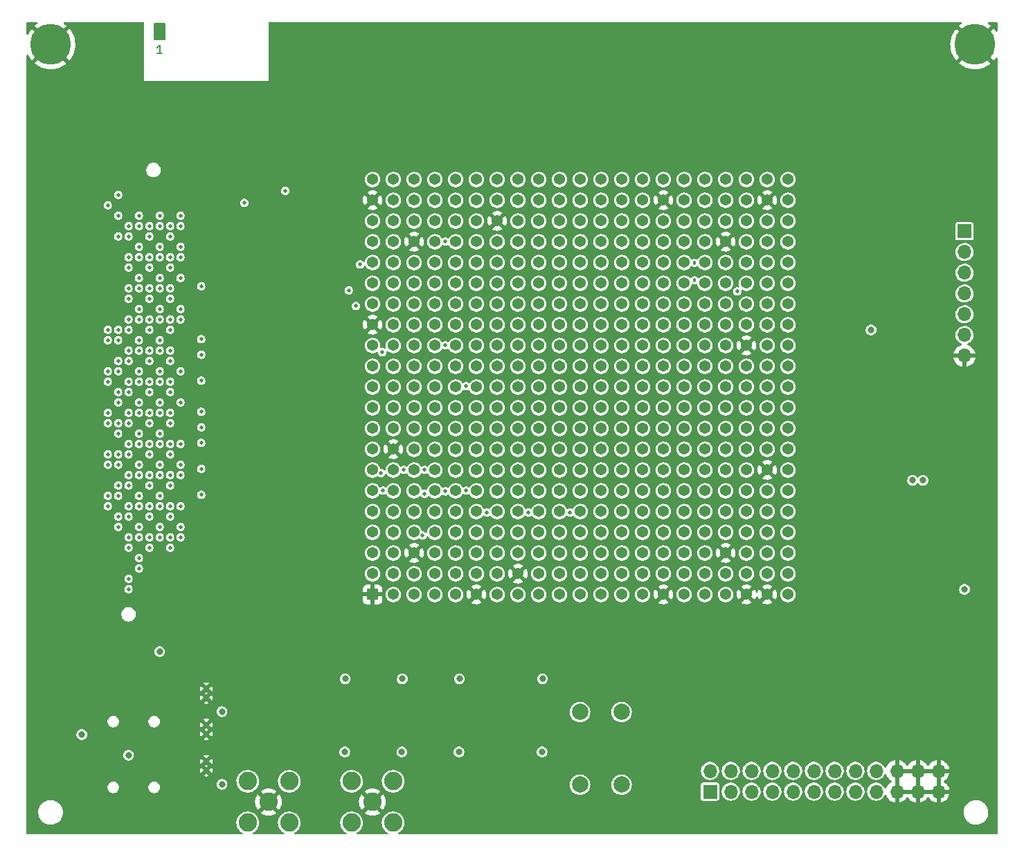
<source format=gbr>
%TF.GenerationSoftware,KiCad,Pcbnew,(6.0.9-0)*%
%TF.CreationDate,2022-12-19T14:05:16-05:00*%
%TF.ProjectId,ember-pcb,656d6265-722d-4706-9362-2e6b69636164,rev?*%
%TF.SameCoordinates,Original*%
%TF.FileFunction,Copper,L2,Inr*%
%TF.FilePolarity,Positive*%
%FSLAX46Y46*%
G04 Gerber Fmt 4.6, Leading zero omitted, Abs format (unit mm)*
G04 Created by KiCad (PCBNEW (6.0.9-0)) date 2022-12-19 14:05:16*
%MOMM*%
%LPD*%
G01*
G04 APERTURE LIST*
%TA.AperFunction,NonConductor*%
%ADD10C,0.200000*%
%TD*%
%ADD11C,0.150000*%
%TA.AperFunction,NonConductor*%
%ADD12C,0.150000*%
%TD*%
%TA.AperFunction,ComponentPad*%
%ADD13C,5.000000*%
%TD*%
%TA.AperFunction,ComponentPad*%
%ADD14R,1.700000X1.700000*%
%TD*%
%TA.AperFunction,ComponentPad*%
%ADD15O,1.700000X1.700000*%
%TD*%
%TA.AperFunction,ComponentPad*%
%ADD16C,2.000000*%
%TD*%
%TA.AperFunction,ComponentPad*%
%ADD17C,2.250000*%
%TD*%
%TA.AperFunction,ComponentPad*%
%ADD18C,0.500000*%
%TD*%
%TA.AperFunction,ComponentPad*%
%ADD19R,1.368000X1.368000*%
%TD*%
%TA.AperFunction,ComponentPad*%
%ADD20C,1.368000*%
%TD*%
%TA.AperFunction,ViaPad*%
%ADD21C,0.800000*%
%TD*%
%TA.AperFunction,ViaPad*%
%ADD22C,0.508000*%
%TD*%
%TA.AperFunction,ViaPad*%
%ADD23C,0.457200*%
%TD*%
G04 APERTURE END LIST*
D10*
X85120000Y-48470000D02*
X86390000Y-48470000D01*
X86390000Y-48470000D02*
X86390000Y-50375000D01*
X86390000Y-50375000D02*
X85120000Y-50375000D01*
X85120000Y-50375000D02*
X85120000Y-48470000D01*
G36*
X85120000Y-48470000D02*
G01*
X86390000Y-48470000D01*
X86390000Y-50375000D01*
X85120000Y-50375000D01*
X85120000Y-48470000D01*
G37*
D11*
D12*
X86040714Y-52097380D02*
X85469285Y-52097380D01*
X85755000Y-52097380D02*
X85755000Y-51097380D01*
X85659761Y-51240238D01*
X85564523Y-51335476D01*
X85469285Y-51383095D01*
D13*
%TO.N,GND*%
%TO.C,H1*%
X72420000Y-51010000D03*
%TD*%
D14*
%TO.N,/core_pwr*%
%TO.C,J3*%
X153060000Y-142455000D03*
D15*
%TO.N,/vdd_fsm*%
X153060000Y-139915000D03*
%TO.N,/core_pwr*%
X155600000Y-142455000D03*
%TO.N,/vdd*%
X155600000Y-139915000D03*
%TO.N,/core_pwr*%
X158140000Y-142455000D03*
%TO.N,/vdd_dac*%
X158140000Y-139915000D03*
%TO.N,/core_pwr*%
X160680000Y-142455000D03*
%TO.N,/vsa*%
X160680000Y-139915000D03*
%TO.N,unconnected-(J3-Pad9)*%
X163220000Y-142455000D03*
%TO.N,unconnected-(J3-Pad10)*%
X163220000Y-139915000D03*
%TO.N,/io_pwr*%
X165760000Y-142455000D03*
%TO.N,/vddio_fsm*%
X165760000Y-139915000D03*
%TO.N,/io_pwr*%
X168300000Y-142455000D03*
%TO.N,/vddio*%
X168300000Y-139915000D03*
%TO.N,/io_pwr*%
X170840000Y-142455000D03*
%TO.N,/vddio_dac*%
X170840000Y-139915000D03*
%TO.N,unconnected-(J3-Pad17)*%
X173380000Y-142455000D03*
%TO.N,unconnected-(J3-Pad18)*%
X173380000Y-139915000D03*
%TO.N,GND*%
X175920000Y-142455000D03*
X175920000Y-139915000D03*
X178460000Y-142455000D03*
X178460000Y-139915000D03*
X181000000Y-142455000D03*
X181000000Y-139915000D03*
%TD*%
D16*
%TO.N,Net-(C1-Pad1)*%
%TO.C,FB1*%
X137165000Y-132710000D03*
%TO.N,/core_pwr*%
X142245000Y-132710000D03*
%TD*%
D14*
%TO.N,/wl_source_pin*%
%TO.C,J4*%
X184180000Y-73865000D03*
D15*
%TO.N,/bl_source_pin*%
X184180000Y-76405000D03*
%TO.N,/sl_source_pin*%
X184180000Y-78945000D03*
%TO.N,/iref_test*%
X184180000Y-81485000D03*
%TO.N,/vdd_test*%
X184180000Y-84025000D03*
%TO.N,unconnected-(J4-Pad6)*%
X184180000Y-86565000D03*
%TO.N,GND*%
X184180000Y-89105000D03*
%TD*%
D16*
%TO.N,Net-(C6-Pad1)*%
%TO.C,FB2*%
X137165000Y-141600000D03*
%TO.N,/io_pwr*%
X142245000Y-141600000D03*
%TD*%
D17*
%TO.N,GND*%
%TO.C,J5*%
X99065000Y-143720000D03*
%TO.N,Net-(J5-Pad2)*%
X101605000Y-146260000D03*
X96525000Y-141180000D03*
X96525000Y-146260000D03*
X101605000Y-141180000D03*
%TD*%
D18*
%TO.N,GND*%
%TO.C,U4*%
X91475000Y-139835000D03*
X91475000Y-138735000D03*
%TD*%
D17*
%TO.N,GND*%
%TO.C,J2*%
X111765000Y-143720000D03*
%TO.N,Net-(J2-Pad2)*%
X114305000Y-141180000D03*
X114305000Y-146260000D03*
X109225000Y-141180000D03*
X109225000Y-146260000D03*
%TD*%
D19*
%TO.N,GND*%
%TO.C,U1*%
X111790000Y-118320000D03*
D20*
%TO.N,/di_36*%
X114330000Y-118320000D03*
%TO.N,/vddio_dac*%
X116870000Y-118320000D03*
%TO.N,/iref_test*%
X119410000Y-118320000D03*
%TO.N,/vdd_fsm*%
X121950000Y-118320000D03*
%TO.N,GND*%
X124490000Y-118320000D03*
%TO.N,/di_47*%
X127030000Y-118320000D03*
%TO.N,/vdd_dac*%
X129570000Y-118320000D03*
%TO.N,/vddio_dac*%
X132110000Y-118320000D03*
%TO.N,/vddio*%
X134650000Y-118320000D03*
%TO.N,/vsa*%
X137190000Y-118320000D03*
%TO.N,/read_ref_4*%
X139730000Y-118320000D03*
%TO.N,/rram_addr_0*%
X142270000Y-118320000D03*
%TO.N,/rram_addr_2*%
X144810000Y-118320000D03*
%TO.N,GND*%
X147350000Y-118320000D03*
%TO.N,/vdd_fsm*%
X149890000Y-118320000D03*
%TO.N,/rram_addr_10*%
X152430000Y-118320000D03*
%TO.N,/vddio_dac*%
X154970000Y-118320000D03*
%TO.N,GND*%
X157510000Y-118320000D03*
X160050000Y-118320000D03*
%TO.N,unconnected-(U1-PadA21)*%
X162590000Y-118320000D03*
%TO.N,/vddio*%
X111790000Y-115780000D03*
%TO.N,/di_34*%
X114330000Y-115780000D03*
%TO.N,/vddio_fsm*%
X116870000Y-115780000D03*
%TO.N,/vddio*%
X119410000Y-115780000D03*
%TO.N,/vdd*%
X121950000Y-115780000D03*
%TO.N,/vdd_test*%
X124490000Y-115780000D03*
%TO.N,/vddio_fsm*%
X127030000Y-115780000D03*
%TO.N,GND*%
X129570000Y-115780000D03*
%TO.N,/sa_en*%
X132110000Y-115780000D03*
%TO.N,/read_ref_1*%
X134650000Y-115780000D03*
%TO.N,/read_ref_2*%
X137190000Y-115780000D03*
%TO.N,/rram_addr_1*%
X139730000Y-115780000D03*
%TO.N,/vddio_fsm*%
X142270000Y-115780000D03*
%TO.N,/rram_addr_6*%
X144810000Y-115780000D03*
%TO.N,/vdd*%
X147350000Y-115780000D03*
%TO.N,/vddio*%
X149890000Y-115780000D03*
%TO.N,/vddio_fsm*%
X152430000Y-115780000D03*
%TO.N,/sl_en*%
X154970000Y-115780000D03*
%TO.N,/read_dac_config_0*%
X157510000Y-115780000D03*
%TO.N,/vdd_dac*%
X160050000Y-115780000D03*
%TO.N,unconnected-(U1-PadB21)*%
X162590000Y-115780000D03*
%TO.N,/vddio_fsm*%
X111790000Y-113240000D03*
%TO.N,/vdd_dac*%
X114330000Y-113240000D03*
%TO.N,GND*%
X116870000Y-113240000D03*
%TO.N,/di_37*%
X119410000Y-113240000D03*
%TO.N,/di_39*%
X121950000Y-113240000D03*
%TO.N,/di_41*%
X124490000Y-113240000D03*
%TO.N,/di_42*%
X127030000Y-113240000D03*
%TO.N,/di_44*%
X129570000Y-113240000D03*
%TO.N,/di_45*%
X132110000Y-113240000D03*
%TO.N,/set_rst*%
X134650000Y-113240000D03*
%TO.N,/read_ref_5*%
X137190000Y-113240000D03*
%TO.N,/rram_addr_4*%
X139730000Y-113240000D03*
%TO.N,/rram_addr_5*%
X142270000Y-113240000D03*
%TO.N,/rram_addr_8*%
X144810000Y-113240000D03*
%TO.N,/rram_addr_11*%
X147350000Y-113240000D03*
%TO.N,/rram_addr_13*%
X149890000Y-113240000D03*
%TO.N,/rram_addr_15*%
X152430000Y-113240000D03*
%TO.N,GND*%
X154970000Y-113240000D03*
%TO.N,/vddio*%
X157510000Y-113240000D03*
%TO.N,/vdd*%
X160050000Y-113240000D03*
%TO.N,unconnected-(U1-PadC21)*%
X162590000Y-113240000D03*
%TO.N,/di_27*%
X111790000Y-110700000D03*
%TO.N,/vdd*%
X114330000Y-110700000D03*
%TO.N,/di_32*%
X116870000Y-110700000D03*
%TO.N,/di_33*%
X119410000Y-110700000D03*
%TO.N,/di_35*%
X121950000Y-110700000D03*
%TO.N,/di_38*%
X124490000Y-110700000D03*
%TO.N,/di_40*%
X127030000Y-110700000D03*
%TO.N,/di_43*%
X129570000Y-110700000D03*
%TO.N,/di_46*%
X132110000Y-110700000D03*
%TO.N,/read_ref_0*%
X134650000Y-110700000D03*
%TO.N,/read_ref_3*%
X137190000Y-110700000D03*
%TO.N,/rram_addr_3*%
X139730000Y-110700000D03*
%TO.N,/rram_addr_7*%
X142270000Y-110700000D03*
%TO.N,/rram_addr_9*%
X144810000Y-110700000D03*
%TO.N,/rram_addr_12*%
X147350000Y-110700000D03*
%TO.N,/rram_addr_14*%
X149890000Y-110700000D03*
%TO.N,/we*%
X152430000Y-110700000D03*
%TO.N,/read_dac_config_2*%
X154970000Y-110700000D03*
%TO.N,/vddio_fsm*%
X157510000Y-110700000D03*
%TO.N,/vddio_dac*%
X160050000Y-110700000D03*
%TO.N,unconnected-(U1-PadD21)*%
X162590000Y-110700000D03*
%TO.N,/di_23*%
X111790000Y-108160000D03*
%TO.N,/vddio_dac*%
X114330000Y-108160000D03*
%TO.N,/di_30*%
X116870000Y-108160000D03*
%TO.N,/di_31*%
X119410000Y-108160000D03*
%TO.N,unconnected-(U1-PadE5)*%
X121950000Y-108160000D03*
%TO.N,unconnected-(U1-PadE6)*%
X124490000Y-108160000D03*
%TO.N,unconnected-(U1-PadE7)*%
X127030000Y-108160000D03*
%TO.N,unconnected-(U1-PadE8)*%
X129570000Y-108160000D03*
%TO.N,unconnected-(U1-PadE9)*%
X132110000Y-108160000D03*
%TO.N,unconnected-(U1-PadE10)*%
X134650000Y-108160000D03*
%TO.N,unconnected-(U1-PadE11)*%
X137190000Y-108160000D03*
%TO.N,unconnected-(U1-PadE12)*%
X139730000Y-108160000D03*
%TO.N,unconnected-(U1-PadE13)*%
X142270000Y-108160000D03*
%TO.N,unconnected-(U1-PadE14)*%
X144810000Y-108160000D03*
%TO.N,unconnected-(U1-PadE15)*%
X147350000Y-108160000D03*
%TO.N,unconnected-(U1-PadE16)*%
X149890000Y-108160000D03*
%TO.N,/read_dac_config_1*%
X152430000Y-108160000D03*
%TO.N,/wl_dac_config_0*%
X154970000Y-108160000D03*
%TO.N,/wl_dac_config_3*%
X157510000Y-108160000D03*
%TO.N,/wl_dac_config_5*%
X160050000Y-108160000D03*
%TO.N,unconnected-(U1-PadE21)*%
X162590000Y-108160000D03*
%TO.N,/vddio_fsm*%
X111790000Y-105620000D03*
%TO.N,/di_25*%
X114330000Y-105620000D03*
%TO.N,/di_28*%
X116870000Y-105620000D03*
%TO.N,/di_29*%
X119410000Y-105620000D03*
%TO.N,unconnected-(U1-PadF5)*%
X121950000Y-105620000D03*
%TO.N,unconnected-(U1-PadF6)*%
X124490000Y-105620000D03*
%TO.N,unconnected-(U1-PadF7)*%
X127030000Y-105620000D03*
%TO.N,unconnected-(U1-PadF8)*%
X129570000Y-105620000D03*
%TO.N,unconnected-(U1-PadF9)*%
X132110000Y-105620000D03*
%TO.N,unconnected-(U1-PadF10)*%
X134650000Y-105620000D03*
%TO.N,unconnected-(U1-PadF11)*%
X137190000Y-105620000D03*
%TO.N,unconnected-(U1-PadF12)*%
X139730000Y-105620000D03*
%TO.N,unconnected-(U1-PadF13)*%
X142270000Y-105620000D03*
%TO.N,unconnected-(U1-PadF14)*%
X144810000Y-105620000D03*
%TO.N,unconnected-(U1-PadF15)*%
X147350000Y-105620000D03*
%TO.N,unconnected-(U1-PadF16)*%
X149890000Y-105620000D03*
%TO.N,/read_dac_config_3*%
X152430000Y-105620000D03*
%TO.N,/wl_dac_config_2*%
X154970000Y-105620000D03*
%TO.N,/wl_dac_config_7*%
X157510000Y-105620000D03*
%TO.N,/vdd_fsm*%
X160050000Y-105620000D03*
%TO.N,unconnected-(U1-PadF21)*%
X162590000Y-105620000D03*
%TO.N,/di_18*%
X111790000Y-103080000D03*
%TO.N,/vdd_fsm*%
X114330000Y-103080000D03*
%TO.N,/di_24*%
X116870000Y-103080000D03*
%TO.N,/di_26*%
X119410000Y-103080000D03*
%TO.N,unconnected-(U1-PadG5)*%
X121950000Y-103080000D03*
%TO.N,unconnected-(U1-PadG6)*%
X124490000Y-103080000D03*
%TO.N,unconnected-(U1-PadG7)*%
X127030000Y-103080000D03*
%TO.N,unconnected-(U1-PadG8)*%
X129570000Y-103080000D03*
%TO.N,unconnected-(U1-PadG9)*%
X132110000Y-103080000D03*
%TO.N,unconnected-(U1-PadG10)*%
X134650000Y-103080000D03*
%TO.N,unconnected-(U1-PadG11)*%
X137190000Y-103080000D03*
%TO.N,unconnected-(U1-PadG12)*%
X139730000Y-103080000D03*
%TO.N,unconnected-(U1-PadG13)*%
X142270000Y-103080000D03*
%TO.N,unconnected-(U1-PadG14)*%
X144810000Y-103080000D03*
%TO.N,unconnected-(U1-PadG15)*%
X147350000Y-103080000D03*
%TO.N,unconnected-(U1-PadG16)*%
X149890000Y-103080000D03*
%TO.N,/wl_dac_config_1*%
X152430000Y-103080000D03*
%TO.N,/wl_dac_config_4*%
X154970000Y-103080000D03*
%TO.N,/vddio_fsm*%
X157510000Y-103080000D03*
%TO.N,GND*%
X160050000Y-103080000D03*
%TO.N,unconnected-(U1-PadG21)*%
X162590000Y-103080000D03*
%TO.N,/di_16*%
X111790000Y-100540000D03*
%TO.N,GND*%
X114330000Y-100540000D03*
%TO.N,/di_21*%
X116870000Y-100540000D03*
%TO.N,/di_22*%
X119410000Y-100540000D03*
%TO.N,unconnected-(U1-PadH5)*%
X121950000Y-100540000D03*
%TO.N,unconnected-(U1-PadH6)*%
X124490000Y-100540000D03*
%TO.N,unconnected-(U1-PadH7)*%
X127030000Y-100540000D03*
%TO.N,unconnected-(U1-PadH8)*%
X129570000Y-100540000D03*
%TO.N,unconnected-(U1-PadH9)*%
X132110000Y-100540000D03*
%TO.N,unconnected-(U1-PadH10)*%
X134650000Y-100540000D03*
%TO.N,unconnected-(U1-PadH11)*%
X137190000Y-100540000D03*
%TO.N,unconnected-(U1-PadH12)*%
X139730000Y-100540000D03*
%TO.N,unconnected-(U1-PadH13)*%
X142270000Y-100540000D03*
%TO.N,unconnected-(U1-PadH14)*%
X144810000Y-100540000D03*
%TO.N,unconnected-(U1-PadH15)*%
X147350000Y-100540000D03*
%TO.N,unconnected-(U1-PadH16)*%
X149890000Y-100540000D03*
%TO.N,/wl_dac_config_6*%
X152430000Y-100540000D03*
%TO.N,/wl_dac_en*%
X154970000Y-100540000D03*
%TO.N,/wl_source_pin*%
X157510000Y-100540000D03*
%TO.N,/sa_do_2*%
X160050000Y-100540000D03*
%TO.N,unconnected-(U1-PadH21)*%
X162590000Y-100540000D03*
%TO.N,/di_14*%
X111790000Y-98000000D03*
%TO.N,/di_17*%
X114330000Y-98000000D03*
%TO.N,/di_20*%
X116870000Y-98000000D03*
%TO.N,/di_19*%
X119410000Y-98000000D03*
%TO.N,unconnected-(U1-PadJ5)*%
X121950000Y-98000000D03*
%TO.N,unconnected-(U1-PadJ6)*%
X124490000Y-98000000D03*
%TO.N,unconnected-(U1-PadJ7)*%
X127030000Y-98000000D03*
%TO.N,unconnected-(U1-PadJ8)*%
X129570000Y-98000000D03*
%TO.N,unconnected-(U1-PadJ9)*%
X132110000Y-98000000D03*
%TO.N,unconnected-(U1-PadJ10)*%
X134650000Y-98000000D03*
%TO.N,unconnected-(U1-PadJ11)*%
X137190000Y-98000000D03*
%TO.N,unconnected-(U1-PadJ12)*%
X139730000Y-98000000D03*
%TO.N,unconnected-(U1-PadJ13)*%
X142270000Y-98000000D03*
%TO.N,unconnected-(U1-PadJ14)*%
X144810000Y-98000000D03*
%TO.N,unconnected-(U1-PadJ15)*%
X147350000Y-98000000D03*
%TO.N,unconnected-(U1-PadJ16)*%
X149890000Y-98000000D03*
%TO.N,/bleed_en*%
X152430000Y-98000000D03*
%TO.N,/wl_en*%
X154970000Y-98000000D03*
%TO.N,/sa_do_0*%
X157510000Y-98000000D03*
%TO.N,/sa_do_4*%
X160050000Y-98000000D03*
%TO.N,unconnected-(U1-PadJ21)*%
X162590000Y-98000000D03*
%TO.N,/vsa*%
X111790000Y-95460000D03*
%TO.N,/di_12*%
X114330000Y-95460000D03*
%TO.N,/di_15*%
X116870000Y-95460000D03*
%TO.N,/di_13*%
X119410000Y-95460000D03*
%TO.N,unconnected-(U1-PadK5)*%
X121950000Y-95460000D03*
%TO.N,unconnected-(U1-PadK6)*%
X124490000Y-95460000D03*
%TO.N,unconnected-(U1-PadK7)*%
X127030000Y-95460000D03*
%TO.N,unconnected-(U1-PadK8)*%
X129570000Y-95460000D03*
%TO.N,unconnected-(U1-PadK9)*%
X132110000Y-95460000D03*
%TO.N,unconnected-(U1-PadK10)*%
X134650000Y-95460000D03*
%TO.N,unconnected-(U1-PadK11)*%
X137190000Y-95460000D03*
%TO.N,unconnected-(U1-PadK12)*%
X139730000Y-95460000D03*
%TO.N,unconnected-(U1-PadK13)*%
X142270000Y-95460000D03*
%TO.N,unconnected-(U1-PadK14)*%
X144810000Y-95460000D03*
%TO.N,unconnected-(U1-PadK15)*%
X147350000Y-95460000D03*
%TO.N,unconnected-(U1-PadK16)*%
X149890000Y-95460000D03*
%TO.N,/sa_do_3*%
X152430000Y-95460000D03*
%TO.N,/sa_do_1*%
X154970000Y-95460000D03*
%TO.N,/sa_do_5*%
X157510000Y-95460000D03*
%TO.N,/vsa*%
X160050000Y-95460000D03*
%TO.N,unconnected-(U1-PadK21)*%
X162590000Y-95460000D03*
%TO.N,/vdd*%
X111790000Y-92920000D03*
%TO.N,/di_11*%
X114330000Y-92920000D03*
%TO.N,/di_9*%
X116870000Y-92920000D03*
%TO.N,/di_10*%
X119410000Y-92920000D03*
%TO.N,unconnected-(U1-PadL5)*%
X121950000Y-92920000D03*
%TO.N,unconnected-(U1-PadL6)*%
X124490000Y-92920000D03*
%TO.N,unconnected-(U1-PadL7)*%
X127030000Y-92920000D03*
%TO.N,unconnected-(U1-PadL8)*%
X129570000Y-92920000D03*
%TO.N,unconnected-(U1-PadL9)*%
X132110000Y-92920000D03*
%TO.N,unconnected-(U1-PadL10)*%
X134650000Y-92920000D03*
%TO.N,unconnected-(U1-PadL11)*%
X137190000Y-92920000D03*
%TO.N,unconnected-(U1-PadL12)*%
X139730000Y-92920000D03*
%TO.N,unconnected-(U1-PadL13)*%
X142270000Y-92920000D03*
%TO.N,unconnected-(U1-PadL14)*%
X144810000Y-92920000D03*
%TO.N,unconnected-(U1-PadL15)*%
X147350000Y-92920000D03*
%TO.N,unconnected-(U1-PadL16)*%
X149890000Y-92920000D03*
%TO.N,/sa_do_7*%
X152430000Y-92920000D03*
%TO.N,/sa_do_8*%
X154970000Y-92920000D03*
%TO.N,/sa_do_6*%
X157510000Y-92920000D03*
%TO.N,/vdd*%
X160050000Y-92920000D03*
%TO.N,unconnected-(U1-PadL21)*%
X162590000Y-92920000D03*
%TO.N,/vddio_dac*%
X111790000Y-90380000D03*
%TO.N,/di_7*%
X114330000Y-90380000D03*
%TO.N,/di_5*%
X116870000Y-90380000D03*
%TO.N,/di_6*%
X119410000Y-90380000D03*
%TO.N,unconnected-(U1-PadM5)*%
X121950000Y-90380000D03*
%TO.N,unconnected-(U1-PadM6)*%
X124490000Y-90380000D03*
%TO.N,unconnected-(U1-PadM7)*%
X127030000Y-90380000D03*
%TO.N,unconnected-(U1-PadM8)*%
X129570000Y-90380000D03*
%TO.N,unconnected-(U1-PadM9)*%
X132110000Y-90380000D03*
%TO.N,unconnected-(U1-PadM10)*%
X134650000Y-90380000D03*
%TO.N,unconnected-(U1-PadM11)*%
X137190000Y-90380000D03*
%TO.N,unconnected-(U1-PadM12)*%
X139730000Y-90380000D03*
%TO.N,unconnected-(U1-PadM13)*%
X142270000Y-90380000D03*
%TO.N,unconnected-(U1-PadM14)*%
X144810000Y-90380000D03*
%TO.N,unconnected-(U1-PadM15)*%
X147350000Y-90380000D03*
%TO.N,unconnected-(U1-PadM16)*%
X149890000Y-90380000D03*
%TO.N,/sa_do_11*%
X152430000Y-90380000D03*
%TO.N,/sa_do_12*%
X154970000Y-90380000D03*
%TO.N,/sa_do_9*%
X157510000Y-90380000D03*
%TO.N,/vddio_dac*%
X160050000Y-90380000D03*
%TO.N,unconnected-(U1-PadM21)*%
X162590000Y-90380000D03*
%TO.N,/vddio*%
X111790000Y-87840000D03*
%TO.N,/di_8*%
X114330000Y-87840000D03*
%TO.N,/di_4*%
X116870000Y-87840000D03*
%TO.N,/di_2*%
X119410000Y-87840000D03*
%TO.N,unconnected-(U1-PadN5)*%
X121950000Y-87840000D03*
%TO.N,unconnected-(U1-PadN6)*%
X124490000Y-87840000D03*
%TO.N,unconnected-(U1-PadN7)*%
X127030000Y-87840000D03*
%TO.N,unconnected-(U1-PadN8)*%
X129570000Y-87840000D03*
%TO.N,unconnected-(U1-PadN9)*%
X132110000Y-87840000D03*
%TO.N,unconnected-(U1-PadN10)*%
X134650000Y-87840000D03*
%TO.N,unconnected-(U1-PadN11)*%
X137190000Y-87840000D03*
%TO.N,unconnected-(U1-PadN12)*%
X139730000Y-87840000D03*
%TO.N,unconnected-(U1-PadN13)*%
X142270000Y-87840000D03*
%TO.N,unconnected-(U1-PadN14)*%
X144810000Y-87840000D03*
%TO.N,unconnected-(U1-PadN15)*%
X147350000Y-87840000D03*
%TO.N,unconnected-(U1-PadN16)*%
X149890000Y-87840000D03*
%TO.N,/sa_do_14*%
X152430000Y-87840000D03*
%TO.N,/sa_do_13*%
X154970000Y-87840000D03*
%TO.N,GND*%
X157510000Y-87840000D03*
%TO.N,/vddio*%
X160050000Y-87840000D03*
%TO.N,unconnected-(U1-PadN21)*%
X162590000Y-87840000D03*
%TO.N,GND*%
X111790000Y-85300000D03*
%TO.N,/vddio_fsm*%
X114330000Y-85300000D03*
%TO.N,/di_0*%
X116870000Y-85300000D03*
%TO.N,/clamp_ref_5*%
X119410000Y-85300000D03*
%TO.N,unconnected-(U1-PadP5)*%
X121950000Y-85300000D03*
%TO.N,unconnected-(U1-PadP6)*%
X124490000Y-85300000D03*
%TO.N,unconnected-(U1-PadP7)*%
X127030000Y-85300000D03*
%TO.N,unconnected-(U1-PadP8)*%
X129570000Y-85300000D03*
%TO.N,unconnected-(U1-PadP9)*%
X132110000Y-85300000D03*
%TO.N,unconnected-(U1-PadP10)*%
X134650000Y-85300000D03*
%TO.N,unconnected-(U1-PadP11)*%
X137190000Y-85300000D03*
%TO.N,unconnected-(U1-PadP12)*%
X139730000Y-85300000D03*
%TO.N,unconnected-(U1-PadP13)*%
X142270000Y-85300000D03*
%TO.N,unconnected-(U1-PadP14)*%
X144810000Y-85300000D03*
%TO.N,unconnected-(U1-PadP15)*%
X147350000Y-85300000D03*
%TO.N,unconnected-(U1-PadP16)*%
X149890000Y-85300000D03*
%TO.N,/sa_do_18*%
X152430000Y-85300000D03*
%TO.N,/sa_do_16*%
X154970000Y-85300000D03*
%TO.N,/vdd_fsm*%
X157510000Y-85300000D03*
%TO.N,/sa_do_10*%
X160050000Y-85300000D03*
%TO.N,unconnected-(U1-PadP21)*%
X162590000Y-85300000D03*
%TO.N,/vdd_fsm*%
X111790000Y-82760000D03*
%TO.N,/di_3*%
X114330000Y-82760000D03*
%TO.N,/rst_n*%
X116870000Y-82760000D03*
%TO.N,/clamp_ref_3*%
X119410000Y-82760000D03*
%TO.N,unconnected-(U1-PadR5)*%
X121950000Y-82760000D03*
%TO.N,unconnected-(U1-PadR6)*%
X124490000Y-82760000D03*
%TO.N,unconnected-(U1-PadR7)*%
X127030000Y-82760000D03*
%TO.N,unconnected-(U1-PadR8)*%
X129570000Y-82760000D03*
%TO.N,unconnected-(U1-PadR9)*%
X132110000Y-82760000D03*
%TO.N,unconnected-(U1-PadR10)*%
X134650000Y-82760000D03*
%TO.N,unconnected-(U1-PadR11)*%
X137190000Y-82760000D03*
%TO.N,unconnected-(U1-PadR12)*%
X139730000Y-82760000D03*
%TO.N,unconnected-(U1-PadR13)*%
X142270000Y-82760000D03*
%TO.N,unconnected-(U1-PadR14)*%
X144810000Y-82760000D03*
%TO.N,unconnected-(U1-PadR15)*%
X147350000Y-82760000D03*
%TO.N,unconnected-(U1-PadR16)*%
X149890000Y-82760000D03*
%TO.N,/sa_do_21*%
X152430000Y-82760000D03*
%TO.N,/sa_do_20*%
X154970000Y-82760000D03*
%TO.N,/sa_do_17*%
X157510000Y-82760000D03*
%TO.N,/vddio_fsm*%
X160050000Y-82760000D03*
%TO.N,unconnected-(U1-PadR21)*%
X162590000Y-82760000D03*
%TO.N,/di_1*%
X111790000Y-80220000D03*
%TO.N,/bl_en*%
X114330000Y-80220000D03*
%TO.N,/clamp_ref_4*%
X116870000Y-80220000D03*
%TO.N,/clamp_ref_1*%
X119410000Y-80220000D03*
%TO.N,unconnected-(U1-PadS5)*%
X121950000Y-80220000D03*
%TO.N,unconnected-(U1-PadS6)*%
X124490000Y-80220000D03*
%TO.N,unconnected-(U1-PadS7)*%
X127030000Y-80220000D03*
%TO.N,unconnected-(U1-PadS8)*%
X129570000Y-80220000D03*
%TO.N,unconnected-(U1-PadS9)*%
X132110000Y-80220000D03*
%TO.N,unconnected-(U1-PadS10)*%
X134650000Y-80220000D03*
%TO.N,unconnected-(U1-PadS11)*%
X137190000Y-80220000D03*
%TO.N,unconnected-(U1-PadS12)*%
X139730000Y-80220000D03*
%TO.N,unconnected-(U1-PadS13)*%
X142270000Y-80220000D03*
%TO.N,unconnected-(U1-PadS14)*%
X144810000Y-80220000D03*
%TO.N,unconnected-(U1-PadS15)*%
X147350000Y-80220000D03*
%TO.N,unconnected-(U1-PadS16)*%
X149890000Y-80220000D03*
%TO.N,/sa_do_23*%
X152430000Y-80220000D03*
%TO.N,/sa_do_22*%
X154970000Y-80220000D03*
%TO.N,/vddio_dac*%
X157510000Y-80220000D03*
%TO.N,/sa_do_15*%
X160050000Y-80220000D03*
%TO.N,unconnected-(U1-PadS21)*%
X162590000Y-80220000D03*
%TO.N,/vddio_dac*%
X111790000Y-77680000D03*
%TO.N,/vddio_fsm*%
X114330000Y-77680000D03*
%TO.N,/clamp_ref_2*%
X116870000Y-77680000D03*
%TO.N,/bsl_dac_en*%
X119410000Y-77680000D03*
%TO.N,/bsl_dac_config_4*%
X121950000Y-77680000D03*
%TO.N,/bsl_dac_config_2*%
X124490000Y-77680000D03*
%TO.N,/bsl_dac_config_0*%
X127030000Y-77680000D03*
%TO.N,/mclk_pause*%
X129570000Y-77680000D03*
%TO.N,/mosi*%
X132110000Y-77680000D03*
%TO.N,/heartbeat*%
X134650000Y-77680000D03*
%TO.N,/sa_do_45*%
X137190000Y-77680000D03*
%TO.N,/sa_do_39*%
X139730000Y-77680000D03*
%TO.N,/sa_do_36*%
X142270000Y-77680000D03*
%TO.N,/sa_do_32*%
X144810000Y-77680000D03*
%TO.N,/sa_do_29*%
X147350000Y-77680000D03*
%TO.N,/sa_do_27*%
X149890000Y-77680000D03*
%TO.N,/sa_do_25*%
X152430000Y-77680000D03*
%TO.N,/sa_do_24*%
X154970000Y-77680000D03*
%TO.N,/vdd*%
X157510000Y-77680000D03*
%TO.N,/sa_do_19*%
X160050000Y-77680000D03*
%TO.N,unconnected-(U1-PadT21)*%
X162590000Y-77680000D03*
%TO.N,/vdd*%
X111790000Y-75140000D03*
%TO.N,/vddio*%
X114330000Y-75140000D03*
%TO.N,GND*%
X116870000Y-75140000D03*
%TO.N,/read_dac_en*%
X119410000Y-75140000D03*
%TO.N,/bsl_dac_config_3*%
X121950000Y-75140000D03*
%TO.N,/bsl_dac_config_1*%
X124490000Y-75140000D03*
%TO.N,/aclk*%
X127030000Y-75140000D03*
%TO.N,/sclk*%
X129570000Y-75140000D03*
%TO.N,/sc*%
X132110000Y-75140000D03*
%TO.N,/man*%
X134650000Y-75140000D03*
%TO.N,/sa_do_43*%
X137190000Y-75140000D03*
%TO.N,/sa_do_38*%
X139730000Y-75140000D03*
%TO.N,/sa_do_37*%
X142270000Y-75140000D03*
%TO.N,/sa_do_34*%
X144810000Y-75140000D03*
%TO.N,/sa_do_33*%
X147350000Y-75140000D03*
%TO.N,/sa_do_30*%
X149890000Y-75140000D03*
%TO.N,/sa_do_28*%
X152430000Y-75140000D03*
%TO.N,GND*%
X154970000Y-75140000D03*
%TO.N,/vdd_dac*%
X157510000Y-75140000D03*
%TO.N,/vddio_fsm*%
X160050000Y-75140000D03*
%TO.N,unconnected-(U1-PadU21)*%
X162590000Y-75140000D03*
%TO.N,/vdd_dac*%
X111790000Y-72600000D03*
%TO.N,/clamp_ref_0*%
X114330000Y-72600000D03*
%TO.N,/vddio*%
X116870000Y-72600000D03*
%TO.N,/vsa*%
X119410000Y-72600000D03*
%TO.N,/vdd_fsm*%
X121950000Y-72600000D03*
%TO.N,/sl_source_pin*%
X124490000Y-72600000D03*
%TO.N,GND*%
X127030000Y-72600000D03*
%TO.N,/vddio_fsm*%
X129570000Y-72600000D03*
%TO.N,/miso*%
X132110000Y-72600000D03*
%TO.N,/sa_rdy*%
X134650000Y-72600000D03*
%TO.N,/sa_do_47*%
X137190000Y-72600000D03*
%TO.N,/sa_do_41*%
X139730000Y-72600000D03*
%TO.N,/sa_do_42*%
X142270000Y-72600000D03*
%TO.N,/vdd*%
X144810000Y-72600000D03*
%TO.N,/vddio_fsm*%
X147350000Y-72600000D03*
%TO.N,/vddio_dac*%
X149890000Y-72600000D03*
%TO.N,/sa_do_31*%
X152430000Y-72600000D03*
%TO.N,/vddio_fsm*%
X154970000Y-72600000D03*
%TO.N,/sa_do_26*%
X157510000Y-72600000D03*
%TO.N,/vddio*%
X160050000Y-72600000D03*
%TO.N,unconnected-(U1-PadV21)*%
X162590000Y-72600000D03*
%TO.N,GND*%
X111790000Y-70060000D03*
%TO.N,/vddio_fsm*%
X114330000Y-70060000D03*
%TO.N,/bl_source_pin*%
X116870000Y-70060000D03*
%TO.N,/vddio_dac*%
X119410000Y-70060000D03*
%TO.N,/vddio_fsm*%
X121950000Y-70060000D03*
%TO.N,/vdd*%
X124490000Y-70060000D03*
%TO.N,/sa_clk*%
X127030000Y-70060000D03*
%TO.N,/byp*%
X129570000Y-70060000D03*
%TO.N,/vdd_dac*%
X132110000Y-70060000D03*
%TO.N,/vddio_dac*%
X134650000Y-70060000D03*
%TO.N,/vddio*%
X137190000Y-70060000D03*
%TO.N,/sa_do_46*%
X139730000Y-70060000D03*
%TO.N,/sa_do_44*%
X142270000Y-70060000D03*
%TO.N,/sa_do_40*%
X144810000Y-70060000D03*
%TO.N,GND*%
X147350000Y-70060000D03*
%TO.N,/sa_do_35*%
X149890000Y-70060000D03*
%TO.N,/vdd_fsm*%
X152430000Y-70060000D03*
%TO.N,/vsa*%
X154970000Y-70060000D03*
%TO.N,/vddio*%
X157510000Y-70060000D03*
%TO.N,GND*%
X160050000Y-70060000D03*
%TO.N,unconnected-(U1-PadW21)*%
X162590000Y-70060000D03*
%TO.N,unconnected-(U1-PadX1)*%
X111790000Y-67520000D03*
%TO.N,unconnected-(U1-PadX2)*%
X114330000Y-67520000D03*
%TO.N,unconnected-(U1-PadX3)*%
X116870000Y-67520000D03*
%TO.N,unconnected-(U1-PadX4)*%
X119410000Y-67520000D03*
%TO.N,unconnected-(U1-PadX5)*%
X121950000Y-67520000D03*
%TO.N,unconnected-(U1-PadX6)*%
X124490000Y-67520000D03*
%TO.N,unconnected-(U1-PadX7)*%
X127030000Y-67520000D03*
%TO.N,unconnected-(U1-PadX8)*%
X129570000Y-67520000D03*
%TO.N,unconnected-(U1-PadX9)*%
X132110000Y-67520000D03*
%TO.N,unconnected-(U1-PadX10)*%
X134650000Y-67520000D03*
%TO.N,unconnected-(U1-PadX11)*%
X137190000Y-67520000D03*
%TO.N,unconnected-(U1-PadX12)*%
X139730000Y-67520000D03*
%TO.N,unconnected-(U1-PadX13)*%
X142270000Y-67520000D03*
%TO.N,unconnected-(U1-PadX14)*%
X144810000Y-67520000D03*
%TO.N,unconnected-(U1-PadX15)*%
X147350000Y-67520000D03*
%TO.N,unconnected-(U1-PadX16)*%
X149890000Y-67520000D03*
%TO.N,unconnected-(U1-PadX17)*%
X152430000Y-67520000D03*
%TO.N,unconnected-(U1-PadX18)*%
X154970000Y-67520000D03*
%TO.N,unconnected-(U1-PadX19)*%
X157510000Y-67520000D03*
%TO.N,unconnected-(U1-PadX20)*%
X160050000Y-67520000D03*
%TO.N,unconnected-(U1-PadX21)*%
X162590000Y-67520000D03*
%TD*%
D18*
%TO.N,GND*%
%TO.C,U2*%
X91475000Y-129845000D03*
X91475000Y-130945000D03*
%TD*%
D13*
%TO.N,GND*%
%TO.C,H2*%
X185450000Y-51010000D03*
%TD*%
D18*
%TO.N,GND*%
%TO.C,U3*%
X91475000Y-134290000D03*
X91475000Y-135390000D03*
%TD*%
D21*
%TO.N,Net-(J1-PadD1)*%
X85755000Y-125305000D03*
%TO.N,Net-(J2-Pad2)*%
X76235000Y-135460000D03*
D22*
%TO.N,GND*%
X87025000Y-94825000D03*
X76865000Y-110065000D03*
X83215000Y-82125000D03*
D21*
X93380000Y-130395000D03*
D22*
X85755000Y-108795000D03*
X83215000Y-112605000D03*
X87025000Y-69425000D03*
X78135000Y-116415000D03*
X79405000Y-89745000D03*
D21*
X108215000Y-134595000D03*
D22*
X88295000Y-108795000D03*
X79405000Y-69425000D03*
X85755000Y-93555000D03*
X85755000Y-116415000D03*
X80675000Y-73235000D03*
X85755000Y-74505000D03*
X84485000Y-115145000D03*
X80675000Y-92285000D03*
X87025000Y-83395000D03*
X78135000Y-101175000D03*
X87025000Y-113875000D03*
X78135000Y-91015000D03*
X78135000Y-85935000D03*
X88295000Y-70695000D03*
D21*
X123225000Y-131650000D03*
D22*
X88295000Y-93555000D03*
X79405000Y-99905000D03*
X76865000Y-69425000D03*
X83215000Y-89745000D03*
X87025000Y-115145000D03*
X81945000Y-113875000D03*
X78135000Y-96095000D03*
X88295000Y-112605000D03*
X87025000Y-79585000D03*
X76865000Y-103715000D03*
X85755000Y-112605000D03*
X81945000Y-102445000D03*
X81945000Y-87205000D03*
X87025000Y-118955000D03*
X78135000Y-106255000D03*
X85755000Y-101175000D03*
X88295000Y-116415000D03*
X80675000Y-88475000D03*
X84485000Y-110065000D03*
X80675000Y-99905000D03*
X79405000Y-115145000D03*
X84485000Y-94825000D03*
X81945000Y-71965000D03*
X83215000Y-70695000D03*
X79405000Y-113875000D03*
X79405000Y-118955000D03*
D21*
X115200000Y-134595000D03*
D22*
X81945000Y-118955000D03*
X81945000Y-94825000D03*
X87025000Y-87205000D03*
X84485000Y-106255000D03*
X85755000Y-78315000D03*
X85755000Y-97365000D03*
X81945000Y-69425000D03*
X76865000Y-94825000D03*
X88295000Y-74505000D03*
X78135000Y-107525000D03*
X81945000Y-91015000D03*
X88295000Y-82125000D03*
X76865000Y-89745000D03*
X85755000Y-70695000D03*
X78135000Y-102445000D03*
X87025000Y-110065000D03*
X79405000Y-104985000D03*
X78135000Y-80855000D03*
X80675000Y-112605000D03*
D21*
X122820000Y-134595000D03*
X101865000Y-134595000D03*
X177830000Y-118320000D03*
X108620000Y-131650000D03*
D22*
X76865000Y-118955000D03*
X84485000Y-102445000D03*
X76865000Y-88475000D03*
X83215000Y-116415000D03*
X79405000Y-83395000D03*
X88295000Y-78315000D03*
X76865000Y-78315000D03*
X87025000Y-106255000D03*
X81945000Y-83395000D03*
X83215000Y-108795000D03*
X88295000Y-85935000D03*
X84485000Y-71965000D03*
X84485000Y-75775000D03*
X83215000Y-74505000D03*
X78135000Y-112605000D03*
X83215000Y-78315000D03*
X84485000Y-113875000D03*
X88295000Y-97365000D03*
X79405000Y-110065000D03*
X84485000Y-91015000D03*
X79405000Y-98635000D03*
D21*
X101000000Y-131650000D03*
D22*
X83215000Y-101175000D03*
X83215000Y-117685000D03*
X80675000Y-70695000D03*
X84485000Y-98635000D03*
X78135000Y-97365000D03*
X76865000Y-98635000D03*
X78135000Y-77045000D03*
X76865000Y-73235000D03*
X84485000Y-69425000D03*
X79405000Y-71965000D03*
X81945000Y-115145000D03*
X80675000Y-117685000D03*
X76865000Y-79585000D03*
X85755000Y-85935000D03*
X81945000Y-106255000D03*
X80675000Y-107525000D03*
X88295000Y-89745000D03*
X81945000Y-79585000D03*
X76865000Y-84665000D03*
X76865000Y-104985000D03*
X76865000Y-115145000D03*
X79405000Y-103715000D03*
X76865000Y-74505000D03*
X87025000Y-98635000D03*
X78135000Y-117685000D03*
X78135000Y-87205000D03*
X85755000Y-117685000D03*
X79405000Y-78315000D03*
X76865000Y-99905000D03*
X84485000Y-83395000D03*
X79405000Y-108795000D03*
X79405000Y-93555000D03*
X79405000Y-94825000D03*
X78135000Y-111335000D03*
X78135000Y-71965000D03*
X79405000Y-84665000D03*
X76865000Y-93555000D03*
X87025000Y-75775000D03*
X80675000Y-103715000D03*
X87025000Y-71965000D03*
X87025000Y-91015000D03*
X80675000Y-116415000D03*
X78135000Y-75775000D03*
X78135000Y-92285000D03*
X79405000Y-88475000D03*
D21*
X114970000Y-131650000D03*
D22*
X76865000Y-108795000D03*
D21*
X93380000Y-134825000D03*
D22*
X79405000Y-79585000D03*
D21*
X77500000Y-125305000D03*
X93380000Y-139270000D03*
D22*
X76865000Y-83395000D03*
X78135000Y-70695000D03*
X76865000Y-113875000D03*
X80675000Y-111335000D03*
X85755000Y-82125000D03*
X88295000Y-104985000D03*
X83215000Y-85935000D03*
X81945000Y-75775000D03*
X83215000Y-97365000D03*
X78135000Y-82125000D03*
X83215000Y-104985000D03*
X88295000Y-101175000D03*
X84485000Y-79585000D03*
X85755000Y-104985000D03*
X88295000Y-117685000D03*
X80675000Y-84665000D03*
X85755000Y-89745000D03*
X80675000Y-96095000D03*
X84485000Y-87205000D03*
X79405000Y-74505000D03*
X87025000Y-102445000D03*
X81945000Y-98635000D03*
X81945000Y-110065000D03*
X83215000Y-93555000D03*
X84485000Y-118955000D03*
D21*
%TO.N,+3.3V*%
X93380000Y-141557500D03*
D22*
X80675000Y-71965000D03*
X80675000Y-69425000D03*
X79405000Y-70695000D03*
D21*
X93380000Y-132667500D03*
D22*
X80675000Y-74505000D03*
D21*
X81950000Y-138000000D03*
D22*
%TO.N,/sclk*%
X101122000Y-68917000D03*
X88295000Y-84665000D03*
%TO.N,/sc*%
X81945000Y-77045000D03*
D23*
%TO.N,/mosi*%
X151160000Y-79839000D03*
X151160000Y-77723575D03*
D22*
X81945000Y-82125000D03*
%TO.N,/read_dac_config_1*%
X79405000Y-101175000D03*
%TO.N,/rst_n*%
X80675000Y-87205000D03*
%TO.N,/read_dac_config_0*%
X80675000Y-110065000D03*
D21*
%TO.N,/byp*%
X179100000Y-104350000D03*
%TO.N,/man*%
X177830000Y-104350000D03*
D22*
%TO.N,/di_42*%
X80675000Y-108795000D03*
%TO.N,/clamp_ref_1*%
X87025000Y-85935000D03*
%TO.N,/clamp_ref_2*%
X85755000Y-84665000D03*
%TO.N,/clamp_ref_3*%
X83215000Y-87205000D03*
%TO.N,/clamp_ref_4*%
X84485000Y-85935000D03*
%TO.N,/wl_dac_config_0*%
X80675000Y-101175000D03*
D21*
%TO.N,/core_pwr*%
X108445000Y-128650000D03*
X122415000Y-128650000D03*
X132575000Y-128650000D03*
X115430000Y-128650000D03*
%TO.N,/io_pwr*%
X132520000Y-137595000D03*
X122360000Y-137595000D03*
X108390000Y-137595000D03*
X184180000Y-117685000D03*
X115375000Y-137595000D03*
D22*
%TO.N,/di_47*%
X81945000Y-116415000D03*
%TO.N,/di_21*%
X80675000Y-97365000D03*
%TO.N,/rram_addr_0*%
X83215000Y-113875000D03*
%TO.N,/di_8*%
X80675000Y-89745000D03*
%TO.N,/di_36*%
X81945000Y-117685000D03*
%TO.N,/rram_addr_2*%
X81945000Y-112605000D03*
%TO.N,/sa_en*%
X81945000Y-111335000D03*
%TO.N,/di_44*%
X81945000Y-108795000D03*
%TO.N,/di_43*%
X81945000Y-104985000D03*
%TO.N,/di_22*%
X81945000Y-97365000D03*
%TO.N,/rram_addr_6*%
X87025000Y-111335000D03*
%TO.N,/di_14*%
X81945000Y-96095000D03*
%TO.N,/di_4*%
X81945000Y-89745000D03*
%TO.N,/di_37*%
X83215000Y-110065000D03*
%TO.N,/di_39*%
X85755000Y-110065000D03*
%TO.N,/sa_do_13*%
X81945000Y-88475000D03*
%TO.N,/sa_do_36*%
X81945000Y-80855000D03*
%TO.N,/miso*%
X81945000Y-74505000D03*
%TO.N,/sa_do_41*%
X81945000Y-73235000D03*
%TO.N,/set_rst*%
X87025000Y-108795000D03*
%TO.N,/read_ref_5*%
X79405000Y-107525000D03*
%TO.N,/rram_addr_4*%
X81945000Y-107525000D03*
%TO.N,/rram_addr_5*%
X83215000Y-107525000D03*
%TO.N,/read_ref_4*%
X83215000Y-115145000D03*
%TO.N,/rram_addr_11*%
X85755000Y-107525000D03*
%TO.N,/read_ref_1*%
X83215000Y-111335000D03*
%TO.N,/rram_addr_15*%
X88295000Y-107525000D03*
%TO.N,/di_27*%
X79405000Y-106255000D03*
%TO.N,/di_32*%
X80675000Y-106255000D03*
%TO.N,/di_33*%
X83215000Y-106255000D03*
%TO.N,/di_35*%
X85755000Y-106255000D03*
X117908985Y-111103985D03*
%TO.N,/di_38*%
X118140000Y-106001000D03*
X90835000Y-106128000D03*
%TO.N,/di_40*%
X80675000Y-104985000D03*
X125760000Y-108287000D03*
%TO.N,/rram_addr_3*%
X83215000Y-103715000D03*
%TO.N,/di_46*%
X130840000Y-108287000D03*
X84485000Y-104985000D03*
%TO.N,/read_ref_0*%
X87025000Y-104985000D03*
%TO.N,/read_ref_3*%
X81945000Y-103715000D03*
X135920000Y-108287000D03*
%TO.N,/di_23*%
X113060000Y-105620000D03*
X83215000Y-102445000D03*
%TO.N,/rram_addr_7*%
X84485000Y-103715000D03*
%TO.N,/rram_addr_9*%
X85755000Y-103715000D03*
%TO.N,/di_26*%
X83215000Y-98635000D03*
%TO.N,/di_0*%
X83215000Y-88475000D03*
%TO.N,/we*%
X79405000Y-102445000D03*
%TO.N,/read_dac_config_2*%
X80675000Y-102445000D03*
%TO.N,/bsl_dac_config_2*%
X110266000Y-77934000D03*
X108869000Y-81109000D03*
X83215000Y-83395000D03*
%TO.N,/sa_do_32*%
X83215000Y-80855000D03*
%TO.N,/sa_do_19*%
X83215000Y-79585000D03*
%TO.N,/sa_do_43*%
X83215000Y-77045000D03*
%TO.N,/sa_do_30*%
X83215000Y-75775000D03*
%TO.N,/wl_dac_config_3*%
X81945000Y-101175000D03*
%TO.N,/wl_dac_config_5*%
X84485000Y-101175000D03*
%TO.N,/di_25*%
X112806000Y-103461000D03*
X87025000Y-101175000D03*
X90835000Y-102953000D03*
%TO.N,/di_28*%
X118140000Y-103080000D03*
X81945000Y-99905000D03*
%TO.N,/di_29*%
X115600000Y-103080000D03*
X83215000Y-99905000D03*
%TO.N,/sa_do_42*%
X83215000Y-73235000D03*
%TO.N,/wl_dac_config_2*%
X85755000Y-99905000D03*
%TO.N,/sa_do_44*%
X83215000Y-71965000D03*
%TO.N,/di_18*%
X88295000Y-99905000D03*
%TO.N,/di_24*%
X80675000Y-98635000D03*
%TO.N,/rram_addr_10*%
X84485000Y-112605000D03*
%TO.N,/read_ref_2*%
X84485000Y-111335000D03*
%TO.N,/di_45*%
X84485000Y-108795000D03*
%TO.N,/di_16*%
X79405000Y-97365000D03*
%TO.N,/rram_addr_8*%
X84485000Y-107525000D03*
%TO.N,/read_dac_config_3*%
X84485000Y-99905000D03*
%TO.N,/wl_dac_config_6*%
X84485000Y-97365000D03*
%TO.N,/wl_dac_en*%
X87025000Y-97365000D03*
%TO.N,/sa_do_2*%
X79405000Y-96095000D03*
%TO.N,/di_2*%
X84485000Y-89745000D03*
%TO.N,/di_17*%
X83215000Y-96095000D03*
%TO.N,/di_20*%
X84485000Y-96095000D03*
%TO.N,/di_19*%
X85755000Y-96095000D03*
%TO.N,/bleed_en*%
X87025000Y-96095000D03*
X90835000Y-97873000D03*
%TO.N,/wl_en*%
X90835000Y-95968000D03*
%TO.N,/sa_do_0*%
X80675000Y-94825000D03*
%TO.N,/sa_do_4*%
X83215000Y-94825000D03*
%TO.N,/di_12*%
X85755000Y-94825000D03*
%TO.N,/di_15*%
X88295000Y-94825000D03*
%TO.N,/di_13*%
X123220000Y-92832849D03*
X80675000Y-93555000D03*
%TO.N,/sa_do_3*%
X81945000Y-93555000D03*
%TO.N,/sa_do_1*%
X84485000Y-93555000D03*
%TO.N,/clamp_ref_5*%
X84485000Y-88475000D03*
%TO.N,/di_11*%
X79405000Y-92285000D03*
X112985600Y-88676400D03*
%TO.N,/di_9*%
X81945000Y-92285000D03*
%TO.N,/di_10*%
X83215000Y-92285000D03*
%TO.N,/sa_do_7*%
X84485000Y-92285000D03*
%TO.N,/sa_do_10*%
X84485000Y-78315000D03*
%TO.N,/sa_do_6*%
X87025000Y-92285000D03*
%TO.N,/di_7*%
X90835000Y-92158000D03*
%TO.N,/di_5*%
X120680000Y-87840000D03*
X79405000Y-91015000D03*
%TO.N,/di_6*%
X80675000Y-91015000D03*
%TO.N,/sa_do_11*%
X83215000Y-91015000D03*
%TO.N,/sa_do_12*%
X85755000Y-91015000D03*
%TO.N,/sa_do_9*%
X88295000Y-91015000D03*
%TO.N,/sa_do_38*%
X84485000Y-77045000D03*
%TO.N,/sa_rdy*%
X84485000Y-74505000D03*
%TO.N,/sa_do_31*%
X84485000Y-73235000D03*
%TO.N,/rram_addr_1*%
X85755000Y-111335000D03*
%TO.N,/di_30*%
X85755000Y-102445000D03*
X120680000Y-105707151D03*
%TO.N,/wl_dac_config_1*%
X85755000Y-98635000D03*
%TO.N,/sa_do_18*%
X85755000Y-88475000D03*
%TO.N,/sa_do_16*%
X90835000Y-88983000D03*
X87025000Y-88475000D03*
%TO.N,/sa_do_8*%
X85755000Y-92285000D03*
%TO.N,/di_3*%
X79405000Y-87205000D03*
%TO.N,/sa_do_21*%
X85755000Y-87205000D03*
%TO.N,/sa_do_20*%
X90835000Y-87078000D03*
%TO.N,/sa_do_17*%
X79405000Y-85935000D03*
%TO.N,/di_1*%
X80675000Y-85935000D03*
%TO.N,/bl_en*%
X81945000Y-85935000D03*
%TO.N,/sa_do_23*%
X81945000Y-84665000D03*
X156367000Y-81236000D03*
%TO.N,/sa_do_22*%
X83215000Y-84665000D03*
%TO.N,/sa_do_15*%
X84485000Y-84665000D03*
%TO.N,/bsl_dac_en*%
X87025000Y-84665000D03*
X109758000Y-83014000D03*
%TO.N,/bsl_dac_config_4*%
X120680000Y-75140000D03*
X87025000Y-78315000D03*
%TO.N,/sa_do_27*%
X85755000Y-80855000D03*
%TO.N,/bsl_dac_config_0*%
X85755000Y-83395000D03*
%TO.N,/sa_do_45*%
X84485000Y-82125000D03*
%TO.N,/sa_do_39*%
X87025000Y-82125000D03*
%TO.N,/read_dac_en*%
X85755000Y-79585000D03*
%TO.N,/sa_do_37*%
X85755000Y-77045000D03*
%TO.N,/sa_do_29*%
X84485000Y-80855000D03*
%TO.N,/sa_do_28*%
X85755000Y-75775000D03*
%TO.N,/sa_do_26*%
X85755000Y-73235000D03*
%TO.N,/sa_do_24*%
X90835000Y-80601000D03*
%TO.N,/sa_do_40*%
X85755000Y-71965000D03*
%TO.N,/di_34*%
X87025000Y-112605000D03*
%TO.N,/bsl_dac_config_3*%
X88295000Y-79585000D03*
%TO.N,/bsl_dac_config_1*%
X81945000Y-78315000D03*
%TO.N,/aclk*%
X96101182Y-70381818D03*
%TO.N,/rram_addr_13*%
X87025000Y-107525000D03*
%TO.N,/rram_addr_12*%
X87025000Y-103715000D03*
%TO.N,/wl_dac_config_7*%
X87025000Y-99905000D03*
%TO.N,/sa_do_5*%
X87025000Y-93555000D03*
%TO.N,/sa_do_14*%
X87025000Y-89745000D03*
%TO.N,/sa_do_25*%
X87025000Y-80855000D03*
%TO.N,/sa_do_34*%
X87025000Y-77045000D03*
%TO.N,/sa_do_47*%
X87025000Y-74505000D03*
%TO.N,/sa_do_46*%
X87025000Y-73235000D03*
%TO.N,/sl_en*%
X88295000Y-111335000D03*
%TO.N,/di_41*%
X88295000Y-110065000D03*
%TO.N,/rram_addr_14*%
X88295000Y-103715000D03*
%TO.N,/di_31*%
X88295000Y-102445000D03*
X123220000Y-105620000D03*
%TO.N,/wl_dac_config_4*%
X90835000Y-99778000D03*
%TO.N,/mclk_pause*%
X88295000Y-83395000D03*
%TO.N,/sa_do_33*%
X88295000Y-77045000D03*
%TO.N,/clamp_ref_0*%
X88295000Y-75775000D03*
%TO.N,/sa_do_35*%
X88295000Y-71965000D03*
D21*
%TO.N,/heartbeat*%
X172750000Y-85935000D03*
D22*
%TO.N,/sa_clk*%
X88295000Y-73235000D03*
%TD*%
%TA.AperFunction,Conductor*%
%TO.N,GND*%
G36*
X70772503Y-48280502D02*
G01*
X70818996Y-48334158D01*
X70829100Y-48404432D01*
X70799606Y-48469012D01*
X70771338Y-48493237D01*
X70677654Y-48552005D01*
X70671731Y-48556214D01*
X70493601Y-48698923D01*
X70485132Y-48711048D01*
X70491527Y-48722316D01*
X72407190Y-50637980D01*
X72421131Y-50645592D01*
X72422966Y-50645461D01*
X72429580Y-50641210D01*
X74347074Y-48723716D01*
X74354466Y-48710179D01*
X74347679Y-48700479D01*
X74244476Y-48612335D01*
X74238693Y-48607945D01*
X74064782Y-48491081D01*
X74019397Y-48436485D01*
X74010734Y-48366019D01*
X74041542Y-48302056D01*
X74102042Y-48264903D01*
X74135058Y-48260500D01*
X83762384Y-48260500D01*
X83830505Y-48280502D01*
X83876998Y-48334158D01*
X83887102Y-48404432D01*
X83857609Y-48469011D01*
X83856752Y-48470000D01*
X83850000Y-48470000D01*
X83850000Y-55455000D01*
X99090000Y-55455000D01*
X99090000Y-53311681D01*
X183513860Y-53311681D01*
X183513878Y-53311933D01*
X183519793Y-53320677D01*
X183551111Y-53349174D01*
X183556748Y-53353738D01*
X183832544Y-53551918D01*
X183838682Y-53555813D01*
X184135435Y-53720984D01*
X184141955Y-53724136D01*
X184455738Y-53854109D01*
X184462589Y-53856495D01*
X184789212Y-53949536D01*
X184796301Y-53951120D01*
X185131465Y-54006006D01*
X185138671Y-54006763D01*
X185477926Y-54022762D01*
X185485176Y-54022686D01*
X185824010Y-53999587D01*
X185831219Y-53998676D01*
X186165160Y-53936784D01*
X186172190Y-53935057D01*
X186496819Y-53835187D01*
X186503597Y-53832667D01*
X186814603Y-53696145D01*
X186821043Y-53692864D01*
X187114293Y-53521502D01*
X187120326Y-53517493D01*
X187378828Y-53323405D01*
X187387282Y-53312078D01*
X187380537Y-53299748D01*
X185462810Y-51382020D01*
X185448869Y-51374408D01*
X185447034Y-51374539D01*
X185440420Y-51378790D01*
X183521474Y-53297737D01*
X183513860Y-53311681D01*
X99090000Y-53311681D01*
X99090000Y-50918987D01*
X182438484Y-50918987D01*
X182447374Y-51258505D01*
X182447980Y-51265721D01*
X182495835Y-51601963D01*
X182497269Y-51609074D01*
X182583455Y-51937595D01*
X182585692Y-51944478D01*
X182709064Y-52260914D01*
X182712081Y-52267503D01*
X182871002Y-52567652D01*
X182874761Y-52573860D01*
X183067129Y-52853757D01*
X183071574Y-52859486D01*
X183138743Y-52936484D01*
X183151917Y-52944888D01*
X183161769Y-52939020D01*
X185077980Y-51022810D01*
X185085592Y-51008869D01*
X185085461Y-51007034D01*
X185081210Y-51000420D01*
X183162374Y-49081585D01*
X183149581Y-49074599D01*
X183138827Y-49082464D01*
X182978037Y-49287527D01*
X182973902Y-49293476D01*
X182796440Y-49583068D01*
X182793019Y-49589447D01*
X182650016Y-49897522D01*
X182647356Y-49904241D01*
X182540711Y-50226707D01*
X182538834Y-50233711D01*
X182469961Y-50566288D01*
X182468904Y-50573449D01*
X182438712Y-50911735D01*
X182438484Y-50918987D01*
X99090000Y-50918987D01*
X99090000Y-48470000D01*
X99084681Y-48470000D01*
X99081718Y-48459909D01*
X99057354Y-48421997D01*
X99057354Y-48351001D01*
X99095738Y-48291275D01*
X99160319Y-48261782D01*
X99178250Y-48260500D01*
X183734382Y-48260500D01*
X183802503Y-48280502D01*
X183848996Y-48334158D01*
X183859100Y-48404432D01*
X183829606Y-48469012D01*
X183801338Y-48493237D01*
X183707654Y-48552005D01*
X183701731Y-48556214D01*
X183523601Y-48698923D01*
X183515132Y-48711048D01*
X183521527Y-48722316D01*
X185437190Y-50637980D01*
X185451131Y-50645592D01*
X185452966Y-50645461D01*
X185459580Y-50641210D01*
X187377074Y-48723716D01*
X187384466Y-48710179D01*
X187377679Y-48700479D01*
X187274476Y-48612335D01*
X187268693Y-48607945D01*
X187094782Y-48491081D01*
X187049397Y-48436485D01*
X187040734Y-48366019D01*
X187071542Y-48302056D01*
X187132042Y-48264903D01*
X187165058Y-48260500D01*
X188087500Y-48260500D01*
X188155621Y-48280502D01*
X188202114Y-48334158D01*
X188213500Y-48386500D01*
X188213500Y-49308371D01*
X188193498Y-49376492D01*
X188139842Y-49422985D01*
X188069568Y-49433089D01*
X188004988Y-49403595D01*
X187981330Y-49374786D01*
X187980774Y-49375147D01*
X187974856Y-49366034D01*
X187773774Y-49092295D01*
X187769166Y-49086726D01*
X187763830Y-49080984D01*
X187750178Y-49072866D01*
X187749570Y-49072887D01*
X187741092Y-49078119D01*
X185822020Y-50997190D01*
X185814408Y-51011131D01*
X185814539Y-51012966D01*
X185818790Y-51019580D01*
X187736268Y-52937057D01*
X187749622Y-52944349D01*
X187759594Y-52937295D01*
X187866641Y-52809267D01*
X187870957Y-52803456D01*
X187982188Y-52634122D01*
X188036306Y-52588168D01*
X188106677Y-52578767D01*
X188170960Y-52608904D01*
X188208745Y-52669011D01*
X188213500Y-52703299D01*
X188213500Y-147574500D01*
X188193498Y-147642621D01*
X188139842Y-147689114D01*
X188087500Y-147700500D01*
X115044002Y-147700500D01*
X114975881Y-147680498D01*
X114929388Y-147626842D01*
X114919284Y-147556568D01*
X114948778Y-147491988D01*
X114988569Y-147461349D01*
X114993159Y-147459100D01*
X115013784Y-147448996D01*
X115017988Y-147445998D01*
X115017992Y-147445995D01*
X115095670Y-147390588D01*
X115198461Y-147317268D01*
X115359143Y-147157146D01*
X115416351Y-147077533D01*
X115488497Y-146977130D01*
X115491515Y-146972930D01*
X115592023Y-146769568D01*
X115657966Y-146552522D01*
X115665613Y-146494436D01*
X115687138Y-146330941D01*
X115687139Y-146330935D01*
X115687575Y-146327619D01*
X115688357Y-146295647D01*
X115689146Y-146263364D01*
X115689146Y-146263360D01*
X115689228Y-146260000D01*
X115670641Y-146033920D01*
X115615378Y-145813911D01*
X115562592Y-145692510D01*
X115526985Y-145610619D01*
X115526983Y-145610616D01*
X115524925Y-145605882D01*
X115401710Y-145415420D01*
X115374158Y-145385140D01*
X115252519Y-145251462D01*
X115252518Y-145251461D01*
X115249041Y-145247640D01*
X115244990Y-145244441D01*
X115244986Y-145244437D01*
X115075075Y-145110249D01*
X115075071Y-145110247D01*
X115071020Y-145107047D01*
X114954414Y-145042677D01*
X184068524Y-145042677D01*
X184069105Y-145047697D01*
X184069105Y-145047701D01*
X184073846Y-145088676D01*
X184096351Y-145283176D01*
X184097730Y-145288050D01*
X184097731Y-145288054D01*
X184133772Y-145415420D01*
X184162271Y-145516133D01*
X184264589Y-145735553D01*
X184267430Y-145739734D01*
X184267431Y-145739735D01*
X184302172Y-145790854D01*
X184301556Y-145791272D01*
X184302720Y-145792420D01*
X184302905Y-145792281D01*
X184302935Y-145792321D01*
X184303597Y-145793203D01*
X184303797Y-145793482D01*
X184303834Y-145793519D01*
X184305393Y-145795595D01*
X184306809Y-145797679D01*
X184306898Y-145797820D01*
X184307035Y-145798011D01*
X184400671Y-145935793D01*
X184404148Y-145939470D01*
X184404153Y-145939476D01*
X184449137Y-145987044D01*
X184448584Y-145987567D01*
X184450601Y-145988994D01*
X184451083Y-145989636D01*
X184454809Y-145993197D01*
X184455140Y-145993570D01*
X184458516Y-145996963D01*
X184498346Y-146039081D01*
X184567018Y-146111699D01*
X184571035Y-146114770D01*
X184571038Y-146114773D01*
X184625578Y-146156472D01*
X184626084Y-146156870D01*
X184629468Y-146160104D01*
X184633740Y-146163018D01*
X184634645Y-146163636D01*
X184640166Y-146167626D01*
X184755327Y-146255674D01*
X184755338Y-146255681D01*
X184759348Y-146258747D01*
X184823786Y-146293298D01*
X184826421Y-146294754D01*
X184829029Y-146296236D01*
X184833300Y-146299149D01*
X184837986Y-146301324D01*
X184837989Y-146301326D01*
X184840427Y-146302458D01*
X184846912Y-146305699D01*
X184972715Y-146373153D01*
X184977500Y-146374801D01*
X184977501Y-146374801D01*
X185044084Y-146397727D01*
X185047543Y-146399121D01*
X185047561Y-146399071D01*
X185052403Y-146400853D01*
X185057104Y-146403035D01*
X185065723Y-146405425D01*
X185073036Y-146407697D01*
X185201629Y-146451975D01*
X185206618Y-146452837D01*
X185206619Y-146452837D01*
X185280145Y-146465537D01*
X185285988Y-146466848D01*
X185289888Y-146467592D01*
X185294871Y-146468974D01*
X185304403Y-146469993D01*
X185312428Y-146471113D01*
X185440200Y-146493183D01*
X185444161Y-146493363D01*
X185444162Y-146493363D01*
X185467784Y-146494436D01*
X185467803Y-146494436D01*
X185469203Y-146494500D01*
X185637841Y-146494500D01*
X185640349Y-146494298D01*
X185640354Y-146494298D01*
X185813283Y-146480385D01*
X185813288Y-146480384D01*
X185818324Y-146479979D01*
X185823232Y-146478774D01*
X185823235Y-146478773D01*
X186048525Y-146423436D01*
X186053439Y-146422229D01*
X186058091Y-146420254D01*
X186058095Y-146420253D01*
X186271642Y-146329607D01*
X186271643Y-146329607D01*
X186276297Y-146327631D01*
X186481163Y-146198620D01*
X186662768Y-146038514D01*
X186816439Y-145851432D01*
X186938222Y-145642188D01*
X186965168Y-145571992D01*
X187023169Y-145420894D01*
X187023170Y-145420891D01*
X187024984Y-145416165D01*
X187074493Y-145179177D01*
X187085476Y-144937323D01*
X187082901Y-144915063D01*
X187058231Y-144701857D01*
X187057649Y-144696824D01*
X187050960Y-144673183D01*
X186993107Y-144468736D01*
X186993106Y-144468734D01*
X186991729Y-144463867D01*
X186889411Y-144244447D01*
X186851828Y-144189146D01*
X186852444Y-144188728D01*
X186851280Y-144187580D01*
X186851095Y-144187719D01*
X186850991Y-144187580D01*
X186850403Y-144186797D01*
X186850203Y-144186518D01*
X186850166Y-144186481D01*
X186848607Y-144184405D01*
X186847191Y-144182321D01*
X186847102Y-144182180D01*
X186846965Y-144181989D01*
X186753329Y-144044207D01*
X186749852Y-144040530D01*
X186749847Y-144040524D01*
X186704863Y-143992956D01*
X186705416Y-143992433D01*
X186703399Y-143991006D01*
X186702917Y-143990364D01*
X186699191Y-143986803D01*
X186698860Y-143986430D01*
X186695484Y-143983037D01*
X186590458Y-143871977D01*
X186586982Y-143868301D01*
X186582965Y-143865230D01*
X186582962Y-143865227D01*
X186528422Y-143823528D01*
X186527916Y-143823130D01*
X186524532Y-143819896D01*
X186520260Y-143816982D01*
X186519355Y-143816364D01*
X186513834Y-143812374D01*
X186398673Y-143724326D01*
X186398662Y-143724319D01*
X186394652Y-143721253D01*
X186330214Y-143686702D01*
X186327579Y-143685246D01*
X186324971Y-143683764D01*
X186320700Y-143680851D01*
X186316014Y-143678676D01*
X186316011Y-143678674D01*
X186313573Y-143677542D01*
X186307081Y-143674298D01*
X186271216Y-143655067D01*
X186181285Y-143606847D01*
X186109913Y-143582272D01*
X186106457Y-143580879D01*
X186106439Y-143580929D01*
X186101597Y-143579147D01*
X186096896Y-143576965D01*
X186088277Y-143574575D01*
X186080964Y-143572303D01*
X185952371Y-143528025D01*
X185947382Y-143527163D01*
X185947381Y-143527163D01*
X185873855Y-143514463D01*
X185868012Y-143513152D01*
X185864112Y-143512408D01*
X185859129Y-143511026D01*
X185849597Y-143510007D01*
X185841572Y-143508887D01*
X185713800Y-143486817D01*
X185709839Y-143486637D01*
X185709838Y-143486637D01*
X185686216Y-143485564D01*
X185686197Y-143485564D01*
X185684797Y-143485500D01*
X185516159Y-143485500D01*
X185513651Y-143485702D01*
X185513646Y-143485702D01*
X185340717Y-143499615D01*
X185340712Y-143499616D01*
X185335676Y-143500021D01*
X185330768Y-143501226D01*
X185330765Y-143501227D01*
X185199032Y-143533584D01*
X185100561Y-143557771D01*
X185095909Y-143559746D01*
X185095905Y-143559747D01*
X184979308Y-143609240D01*
X184877703Y-143652369D01*
X184672837Y-143781380D01*
X184491232Y-143941486D01*
X184337561Y-144128568D01*
X184215778Y-144337812D01*
X184213965Y-144342535D01*
X184169149Y-144459286D01*
X184129016Y-144563835D01*
X184079507Y-144800823D01*
X184068524Y-145042677D01*
X114954414Y-145042677D01*
X114872427Y-144997418D01*
X114867558Y-144995694D01*
X114867554Y-144995692D01*
X114663470Y-144923422D01*
X114663466Y-144923421D01*
X114658595Y-144921696D01*
X114653502Y-144920789D01*
X114653499Y-144920788D01*
X114440356Y-144882821D01*
X114440350Y-144882820D01*
X114435267Y-144881915D01*
X114361724Y-144881017D01*
X114213611Y-144879207D01*
X114213609Y-144879207D01*
X114208441Y-144879144D01*
X113984208Y-144913456D01*
X113833968Y-144962562D01*
X113773509Y-144982323D01*
X113773507Y-144982324D01*
X113768590Y-144983931D01*
X113764004Y-144986318D01*
X113764000Y-144986320D01*
X113571971Y-145086285D01*
X113567378Y-145088676D01*
X113563236Y-145091786D01*
X113440244Y-145184131D01*
X113385975Y-145224877D01*
X113229253Y-145388877D01*
X113226339Y-145393149D01*
X113226338Y-145393150D01*
X113104340Y-145571992D01*
X113104337Y-145571997D01*
X113101421Y-145576272D01*
X113005912Y-145782029D01*
X112945290Y-146000622D01*
X112921185Y-146226180D01*
X112921482Y-146231332D01*
X112921482Y-146231336D01*
X112927225Y-146330941D01*
X112934243Y-146452647D01*
X112935380Y-146457693D01*
X112935381Y-146457699D01*
X112943675Y-146494500D01*
X112984114Y-146673941D01*
X113069458Y-146884117D01*
X113187983Y-147077533D01*
X113336506Y-147248993D01*
X113511039Y-147393893D01*
X113633944Y-147465713D01*
X113682666Y-147517351D01*
X113695737Y-147587134D01*
X113669005Y-147652906D01*
X113610958Y-147693784D01*
X113570372Y-147700500D01*
X109964002Y-147700500D01*
X109895881Y-147680498D01*
X109849388Y-147626842D01*
X109839284Y-147556568D01*
X109868778Y-147491988D01*
X109908569Y-147461349D01*
X109913159Y-147459100D01*
X109933784Y-147448996D01*
X109937988Y-147445998D01*
X109937992Y-147445995D01*
X110015670Y-147390588D01*
X110118461Y-147317268D01*
X110279143Y-147157146D01*
X110336351Y-147077533D01*
X110408497Y-146977130D01*
X110411515Y-146972930D01*
X110512023Y-146769568D01*
X110577966Y-146552522D01*
X110585613Y-146494436D01*
X110607138Y-146330941D01*
X110607139Y-146330935D01*
X110607575Y-146327619D01*
X110608357Y-146295647D01*
X110609146Y-146263364D01*
X110609146Y-146263360D01*
X110609228Y-146260000D01*
X110590641Y-146033920D01*
X110535378Y-145813911D01*
X110482592Y-145692510D01*
X110446985Y-145610619D01*
X110446983Y-145610616D01*
X110444925Y-145605882D01*
X110321710Y-145415420D01*
X110294158Y-145385140D01*
X110172519Y-145251462D01*
X110172518Y-145251461D01*
X110169041Y-145247640D01*
X110164990Y-145244441D01*
X110164986Y-145244437D01*
X109995075Y-145110249D01*
X109995071Y-145110247D01*
X109991020Y-145107047D01*
X109877664Y-145044471D01*
X110805884Y-145044471D01*
X110809570Y-145049740D01*
X111017121Y-145176927D01*
X111025915Y-145181408D01*
X111254242Y-145275984D01*
X111263627Y-145279033D01*
X111503940Y-145336728D01*
X111513687Y-145338271D01*
X111760070Y-145357662D01*
X111769930Y-145357662D01*
X112016313Y-145338271D01*
X112026060Y-145336728D01*
X112266373Y-145279033D01*
X112275758Y-145275984D01*
X112504085Y-145181408D01*
X112512879Y-145176927D01*
X112718928Y-145050660D01*
X112724190Y-145042599D01*
X112718183Y-145032393D01*
X111777812Y-144092022D01*
X111763868Y-144084408D01*
X111762035Y-144084539D01*
X111755420Y-144088790D01*
X110813276Y-145030934D01*
X110805884Y-145044471D01*
X109877664Y-145044471D01*
X109792427Y-144997418D01*
X109787558Y-144995694D01*
X109787554Y-144995692D01*
X109583470Y-144923422D01*
X109583466Y-144923421D01*
X109578595Y-144921696D01*
X109573502Y-144920789D01*
X109573499Y-144920788D01*
X109360356Y-144882821D01*
X109360350Y-144882820D01*
X109355267Y-144881915D01*
X109281724Y-144881017D01*
X109133611Y-144879207D01*
X109133609Y-144879207D01*
X109128441Y-144879144D01*
X108904208Y-144913456D01*
X108753968Y-144962562D01*
X108693509Y-144982323D01*
X108693507Y-144982324D01*
X108688590Y-144983931D01*
X108684004Y-144986318D01*
X108684000Y-144986320D01*
X108491971Y-145086285D01*
X108487378Y-145088676D01*
X108483236Y-145091786D01*
X108360244Y-145184131D01*
X108305975Y-145224877D01*
X108149253Y-145388877D01*
X108146339Y-145393149D01*
X108146338Y-145393150D01*
X108024340Y-145571992D01*
X108024337Y-145571997D01*
X108021421Y-145576272D01*
X107925912Y-145782029D01*
X107865290Y-146000622D01*
X107841185Y-146226180D01*
X107841482Y-146231332D01*
X107841482Y-146231336D01*
X107847225Y-146330941D01*
X107854243Y-146452647D01*
X107855380Y-146457693D01*
X107855381Y-146457699D01*
X107863675Y-146494500D01*
X107904114Y-146673941D01*
X107989458Y-146884117D01*
X108107983Y-147077533D01*
X108256506Y-147248993D01*
X108431039Y-147393893D01*
X108553944Y-147465713D01*
X108602666Y-147517351D01*
X108615737Y-147587134D01*
X108589005Y-147652906D01*
X108530958Y-147693784D01*
X108490372Y-147700500D01*
X102344002Y-147700500D01*
X102275881Y-147680498D01*
X102229388Y-147626842D01*
X102219284Y-147556568D01*
X102248778Y-147491988D01*
X102288569Y-147461349D01*
X102293159Y-147459100D01*
X102313784Y-147448996D01*
X102317988Y-147445998D01*
X102317992Y-147445995D01*
X102395670Y-147390588D01*
X102498461Y-147317268D01*
X102659143Y-147157146D01*
X102716351Y-147077533D01*
X102788497Y-146977130D01*
X102791515Y-146972930D01*
X102892023Y-146769568D01*
X102957966Y-146552522D01*
X102965613Y-146494436D01*
X102987138Y-146330941D01*
X102987139Y-146330935D01*
X102987575Y-146327619D01*
X102988357Y-146295647D01*
X102989146Y-146263364D01*
X102989146Y-146263360D01*
X102989228Y-146260000D01*
X102970641Y-146033920D01*
X102915378Y-145813911D01*
X102862592Y-145692510D01*
X102826985Y-145610619D01*
X102826983Y-145610616D01*
X102824925Y-145605882D01*
X102701710Y-145415420D01*
X102674158Y-145385140D01*
X102552519Y-145251462D01*
X102552518Y-145251461D01*
X102549041Y-145247640D01*
X102544990Y-145244441D01*
X102544986Y-145244437D01*
X102375075Y-145110249D01*
X102375071Y-145110247D01*
X102371020Y-145107047D01*
X102172427Y-144997418D01*
X102167558Y-144995694D01*
X102167554Y-144995692D01*
X101963470Y-144923422D01*
X101963466Y-144923421D01*
X101958595Y-144921696D01*
X101953502Y-144920789D01*
X101953499Y-144920788D01*
X101740356Y-144882821D01*
X101740350Y-144882820D01*
X101735267Y-144881915D01*
X101661724Y-144881017D01*
X101513611Y-144879207D01*
X101513609Y-144879207D01*
X101508441Y-144879144D01*
X101284208Y-144913456D01*
X101133968Y-144962562D01*
X101073509Y-144982323D01*
X101073507Y-144982324D01*
X101068590Y-144983931D01*
X101064004Y-144986318D01*
X101064000Y-144986320D01*
X100871971Y-145086285D01*
X100867378Y-145088676D01*
X100863236Y-145091786D01*
X100740244Y-145184131D01*
X100685975Y-145224877D01*
X100529253Y-145388877D01*
X100526339Y-145393149D01*
X100526338Y-145393150D01*
X100404340Y-145571992D01*
X100404337Y-145571997D01*
X100401421Y-145576272D01*
X100305912Y-145782029D01*
X100245290Y-146000622D01*
X100221185Y-146226180D01*
X100221482Y-146231332D01*
X100221482Y-146231336D01*
X100227225Y-146330941D01*
X100234243Y-146452647D01*
X100235380Y-146457693D01*
X100235381Y-146457699D01*
X100243675Y-146494500D01*
X100284114Y-146673941D01*
X100369458Y-146884117D01*
X100487983Y-147077533D01*
X100636506Y-147248993D01*
X100811039Y-147393893D01*
X100933944Y-147465713D01*
X100982666Y-147517351D01*
X100995737Y-147587134D01*
X100969005Y-147652906D01*
X100910958Y-147693784D01*
X100870372Y-147700500D01*
X97264002Y-147700500D01*
X97195881Y-147680498D01*
X97149388Y-147626842D01*
X97139284Y-147556568D01*
X97168778Y-147491988D01*
X97208569Y-147461349D01*
X97213159Y-147459100D01*
X97233784Y-147448996D01*
X97237988Y-147445998D01*
X97237992Y-147445995D01*
X97315670Y-147390588D01*
X97418461Y-147317268D01*
X97579143Y-147157146D01*
X97636351Y-147077533D01*
X97708497Y-146977130D01*
X97711515Y-146972930D01*
X97812023Y-146769568D01*
X97877966Y-146552522D01*
X97885613Y-146494436D01*
X97907138Y-146330941D01*
X97907139Y-146330935D01*
X97907575Y-146327619D01*
X97908357Y-146295647D01*
X97909146Y-146263364D01*
X97909146Y-146263360D01*
X97909228Y-146260000D01*
X97890641Y-146033920D01*
X97835378Y-145813911D01*
X97782592Y-145692510D01*
X97746985Y-145610619D01*
X97746983Y-145610616D01*
X97744925Y-145605882D01*
X97621710Y-145415420D01*
X97594158Y-145385140D01*
X97472519Y-145251462D01*
X97472518Y-145251461D01*
X97469041Y-145247640D01*
X97464990Y-145244441D01*
X97464986Y-145244437D01*
X97295075Y-145110249D01*
X97295071Y-145110247D01*
X97291020Y-145107047D01*
X97177664Y-145044471D01*
X98105884Y-145044471D01*
X98109570Y-145049740D01*
X98317121Y-145176927D01*
X98325915Y-145181408D01*
X98554242Y-145275984D01*
X98563627Y-145279033D01*
X98803940Y-145336728D01*
X98813687Y-145338271D01*
X99060070Y-145357662D01*
X99069930Y-145357662D01*
X99316313Y-145338271D01*
X99326060Y-145336728D01*
X99566373Y-145279033D01*
X99575758Y-145275984D01*
X99804085Y-145181408D01*
X99812879Y-145176927D01*
X100018928Y-145050660D01*
X100024190Y-145042599D01*
X100018183Y-145032393D01*
X99077812Y-144092022D01*
X99063868Y-144084408D01*
X99062035Y-144084539D01*
X99055420Y-144088790D01*
X98113276Y-145030934D01*
X98105884Y-145044471D01*
X97177664Y-145044471D01*
X97092427Y-144997418D01*
X97087558Y-144995694D01*
X97087554Y-144995692D01*
X96883470Y-144923422D01*
X96883466Y-144923421D01*
X96878595Y-144921696D01*
X96873502Y-144920789D01*
X96873499Y-144920788D01*
X96660356Y-144882821D01*
X96660350Y-144882820D01*
X96655267Y-144881915D01*
X96581724Y-144881017D01*
X96433611Y-144879207D01*
X96433609Y-144879207D01*
X96428441Y-144879144D01*
X96204208Y-144913456D01*
X96053968Y-144962562D01*
X95993509Y-144982323D01*
X95993507Y-144982324D01*
X95988590Y-144983931D01*
X95984004Y-144986318D01*
X95984000Y-144986320D01*
X95791971Y-145086285D01*
X95787378Y-145088676D01*
X95783236Y-145091786D01*
X95660244Y-145184131D01*
X95605975Y-145224877D01*
X95449253Y-145388877D01*
X95446339Y-145393149D01*
X95446338Y-145393150D01*
X95324340Y-145571992D01*
X95324337Y-145571997D01*
X95321421Y-145576272D01*
X95225912Y-145782029D01*
X95165290Y-146000622D01*
X95141185Y-146226180D01*
X95141482Y-146231332D01*
X95141482Y-146231336D01*
X95147225Y-146330941D01*
X95154243Y-146452647D01*
X95155380Y-146457693D01*
X95155381Y-146457699D01*
X95163675Y-146494500D01*
X95204114Y-146673941D01*
X95289458Y-146884117D01*
X95407983Y-147077533D01*
X95556506Y-147248993D01*
X95731039Y-147393893D01*
X95853944Y-147465713D01*
X95902666Y-147517351D01*
X95915737Y-147587134D01*
X95889005Y-147652906D01*
X95830958Y-147693784D01*
X95790372Y-147700500D01*
X69595500Y-147700500D01*
X69527379Y-147680498D01*
X69480886Y-147626842D01*
X69469500Y-147574500D01*
X69469500Y-145042677D01*
X70911524Y-145042677D01*
X70912105Y-145047697D01*
X70912105Y-145047701D01*
X70916846Y-145088676D01*
X70939351Y-145283176D01*
X70940730Y-145288050D01*
X70940731Y-145288054D01*
X70976772Y-145415420D01*
X71005271Y-145516133D01*
X71107589Y-145735553D01*
X71110430Y-145739734D01*
X71110431Y-145739735D01*
X71145172Y-145790854D01*
X71144556Y-145791272D01*
X71145720Y-145792420D01*
X71145905Y-145792281D01*
X71145935Y-145792321D01*
X71146597Y-145793203D01*
X71146797Y-145793482D01*
X71146834Y-145793519D01*
X71148393Y-145795595D01*
X71149809Y-145797679D01*
X71149898Y-145797820D01*
X71150035Y-145798011D01*
X71243671Y-145935793D01*
X71247148Y-145939470D01*
X71247153Y-145939476D01*
X71292137Y-145987044D01*
X71291584Y-145987567D01*
X71293601Y-145988994D01*
X71294083Y-145989636D01*
X71297809Y-145993197D01*
X71298140Y-145993570D01*
X71301516Y-145996963D01*
X71341346Y-146039081D01*
X71410018Y-146111699D01*
X71414035Y-146114770D01*
X71414038Y-146114773D01*
X71468578Y-146156472D01*
X71469084Y-146156870D01*
X71472468Y-146160104D01*
X71476740Y-146163018D01*
X71477645Y-146163636D01*
X71483166Y-146167626D01*
X71598327Y-146255674D01*
X71598338Y-146255681D01*
X71602348Y-146258747D01*
X71666786Y-146293298D01*
X71669421Y-146294754D01*
X71672029Y-146296236D01*
X71676300Y-146299149D01*
X71680986Y-146301324D01*
X71680989Y-146301326D01*
X71683427Y-146302458D01*
X71689912Y-146305699D01*
X71815715Y-146373153D01*
X71820500Y-146374801D01*
X71820501Y-146374801D01*
X71887084Y-146397727D01*
X71890543Y-146399121D01*
X71890561Y-146399071D01*
X71895403Y-146400853D01*
X71900104Y-146403035D01*
X71908723Y-146405425D01*
X71916036Y-146407697D01*
X72044629Y-146451975D01*
X72049618Y-146452837D01*
X72049619Y-146452837D01*
X72123145Y-146465537D01*
X72128988Y-146466848D01*
X72132888Y-146467592D01*
X72137871Y-146468974D01*
X72147403Y-146469993D01*
X72155428Y-146471113D01*
X72283200Y-146493183D01*
X72287161Y-146493363D01*
X72287162Y-146493363D01*
X72310784Y-146494436D01*
X72310803Y-146494436D01*
X72312203Y-146494500D01*
X72480841Y-146494500D01*
X72483349Y-146494298D01*
X72483354Y-146494298D01*
X72656283Y-146480385D01*
X72656288Y-146480384D01*
X72661324Y-146479979D01*
X72666232Y-146478774D01*
X72666235Y-146478773D01*
X72891525Y-146423436D01*
X72896439Y-146422229D01*
X72901091Y-146420254D01*
X72901095Y-146420253D01*
X73114642Y-146329607D01*
X73114643Y-146329607D01*
X73119297Y-146327631D01*
X73324163Y-146198620D01*
X73505768Y-146038514D01*
X73659439Y-145851432D01*
X73781222Y-145642188D01*
X73808168Y-145571992D01*
X73866169Y-145420894D01*
X73866170Y-145420891D01*
X73867984Y-145416165D01*
X73917493Y-145179177D01*
X73928476Y-144937323D01*
X73925901Y-144915063D01*
X73901231Y-144701857D01*
X73900649Y-144696824D01*
X73893960Y-144673183D01*
X73836107Y-144468736D01*
X73836106Y-144468734D01*
X73834729Y-144463867D01*
X73732411Y-144244447D01*
X73694828Y-144189146D01*
X73695444Y-144188728D01*
X73694280Y-144187580D01*
X73694095Y-144187719D01*
X73693991Y-144187580D01*
X73693403Y-144186797D01*
X73693203Y-144186518D01*
X73693166Y-144186481D01*
X73691607Y-144184405D01*
X73690191Y-144182321D01*
X73690102Y-144182180D01*
X73689965Y-144181989D01*
X73596329Y-144044207D01*
X73592852Y-144040530D01*
X73592847Y-144040524D01*
X73547863Y-143992956D01*
X73548416Y-143992433D01*
X73546399Y-143991006D01*
X73545917Y-143990364D01*
X73542191Y-143986803D01*
X73541860Y-143986430D01*
X73538484Y-143983037D01*
X73433458Y-143871977D01*
X73429982Y-143868301D01*
X73425965Y-143865230D01*
X73425962Y-143865227D01*
X73371422Y-143823528D01*
X73370916Y-143823130D01*
X73367532Y-143819896D01*
X73363260Y-143816982D01*
X73362355Y-143816364D01*
X73356834Y-143812374D01*
X73242463Y-143724930D01*
X97427338Y-143724930D01*
X97446729Y-143971313D01*
X97448272Y-143981060D01*
X97505967Y-144221373D01*
X97509016Y-144230758D01*
X97603592Y-144459085D01*
X97608073Y-144467879D01*
X97734340Y-144673928D01*
X97742401Y-144679190D01*
X97752607Y-144673183D01*
X98692978Y-143732812D01*
X98699356Y-143721132D01*
X99429408Y-143721132D01*
X99429539Y-143722965D01*
X99433790Y-143729580D01*
X100375934Y-144671724D01*
X100389471Y-144679116D01*
X100394740Y-144675430D01*
X100521927Y-144467879D01*
X100526408Y-144459085D01*
X100620984Y-144230758D01*
X100624033Y-144221373D01*
X100681728Y-143981060D01*
X100683271Y-143971313D01*
X100702662Y-143724930D01*
X110127338Y-143724930D01*
X110146729Y-143971313D01*
X110148272Y-143981060D01*
X110205967Y-144221373D01*
X110209016Y-144230758D01*
X110303592Y-144459085D01*
X110308073Y-144467879D01*
X110434340Y-144673928D01*
X110442401Y-144679190D01*
X110452607Y-144673183D01*
X111392978Y-143732812D01*
X111399356Y-143721132D01*
X112129408Y-143721132D01*
X112129539Y-143722965D01*
X112133790Y-143729580D01*
X113075934Y-144671724D01*
X113089471Y-144679116D01*
X113094740Y-144675430D01*
X113221927Y-144467879D01*
X113226408Y-144459085D01*
X113320984Y-144230758D01*
X113324033Y-144221373D01*
X113381728Y-143981060D01*
X113383271Y-143971313D01*
X113402662Y-143724930D01*
X113402662Y-143715070D01*
X113383271Y-143468687D01*
X113381728Y-143458940D01*
X113324033Y-143218627D01*
X113320984Y-143209242D01*
X113226408Y-142980915D01*
X113221927Y-142972121D01*
X113095660Y-142766072D01*
X113087599Y-142760810D01*
X113077393Y-142766817D01*
X112137022Y-143707188D01*
X112129408Y-143721132D01*
X111399356Y-143721132D01*
X111400592Y-143718868D01*
X111400461Y-143717035D01*
X111396210Y-143710420D01*
X110454066Y-142768276D01*
X110440529Y-142760884D01*
X110435260Y-142764570D01*
X110308073Y-142972121D01*
X110303592Y-142980915D01*
X110209016Y-143209242D01*
X110205967Y-143218627D01*
X110148272Y-143458940D01*
X110146729Y-143468687D01*
X110127338Y-143715070D01*
X110127338Y-143724930D01*
X100702662Y-143724930D01*
X100702662Y-143715070D01*
X100683271Y-143468687D01*
X100681728Y-143458940D01*
X100624033Y-143218627D01*
X100620984Y-143209242D01*
X100526408Y-142980915D01*
X100521927Y-142972121D01*
X100395660Y-142766072D01*
X100387599Y-142760810D01*
X100377393Y-142766817D01*
X99437022Y-143707188D01*
X99429408Y-143721132D01*
X98699356Y-143721132D01*
X98700592Y-143718868D01*
X98700461Y-143717035D01*
X98696210Y-143710420D01*
X97754066Y-142768276D01*
X97740529Y-142760884D01*
X97735260Y-142764570D01*
X97608073Y-142972121D01*
X97603592Y-142980915D01*
X97509016Y-143209242D01*
X97505967Y-143218627D01*
X97448272Y-143458940D01*
X97446729Y-143468687D01*
X97427338Y-143715070D01*
X97427338Y-143724930D01*
X73242463Y-143724930D01*
X73241673Y-143724326D01*
X73241662Y-143724319D01*
X73237652Y-143721253D01*
X73173214Y-143686702D01*
X73170579Y-143685246D01*
X73167971Y-143683764D01*
X73163700Y-143680851D01*
X73159014Y-143678676D01*
X73159011Y-143678674D01*
X73156573Y-143677542D01*
X73150081Y-143674298D01*
X73114216Y-143655067D01*
X73024285Y-143606847D01*
X72952913Y-143582272D01*
X72949457Y-143580879D01*
X72949439Y-143580929D01*
X72944597Y-143579147D01*
X72939896Y-143576965D01*
X72931277Y-143574575D01*
X72923964Y-143572303D01*
X72795371Y-143528025D01*
X72790382Y-143527163D01*
X72790381Y-143527163D01*
X72716855Y-143514463D01*
X72711012Y-143513152D01*
X72707112Y-143512408D01*
X72702129Y-143511026D01*
X72692597Y-143510007D01*
X72684572Y-143508887D01*
X72556800Y-143486817D01*
X72552839Y-143486637D01*
X72552838Y-143486637D01*
X72529216Y-143485564D01*
X72529197Y-143485564D01*
X72527797Y-143485500D01*
X72359159Y-143485500D01*
X72356651Y-143485702D01*
X72356646Y-143485702D01*
X72183717Y-143499615D01*
X72183712Y-143499616D01*
X72178676Y-143500021D01*
X72173768Y-143501226D01*
X72173765Y-143501227D01*
X72042032Y-143533584D01*
X71943561Y-143557771D01*
X71938909Y-143559746D01*
X71938905Y-143559747D01*
X71822308Y-143609240D01*
X71720703Y-143652369D01*
X71515837Y-143781380D01*
X71334232Y-143941486D01*
X71180561Y-144128568D01*
X71058778Y-144337812D01*
X71056965Y-144342535D01*
X71012149Y-144459286D01*
X70972016Y-144563835D01*
X70922507Y-144800823D01*
X70911524Y-145042677D01*
X69469500Y-145042677D01*
X69469500Y-142011568D01*
X79380029Y-142011568D01*
X79381801Y-142018948D01*
X79381801Y-142018950D01*
X79401675Y-142101729D01*
X79419835Y-142177373D01*
X79437449Y-142211499D01*
X79488593Y-142310588D01*
X79498042Y-142328896D01*
X79503034Y-142334618D01*
X79503035Y-142334620D01*
X79604826Y-142451305D01*
X79610135Y-142457391D01*
X79749643Y-142555438D01*
X79845512Y-142592816D01*
X79901431Y-142614618D01*
X79901434Y-142614619D01*
X79908511Y-142617378D01*
X79916044Y-142618370D01*
X79916045Y-142618370D01*
X80034477Y-142633962D01*
X80034478Y-142633962D01*
X80038564Y-142634500D01*
X80127756Y-142634500D01*
X80254281Y-142619189D01*
X80413789Y-142558916D01*
X80425206Y-142551069D01*
X80548057Y-142466636D01*
X80548058Y-142466635D01*
X80554316Y-142462334D01*
X80559369Y-142456663D01*
X80662695Y-142340693D01*
X80662697Y-142340690D01*
X80667748Y-142335021D01*
X80711251Y-142252859D01*
X80743984Y-142191037D01*
X80743985Y-142191035D01*
X80747538Y-142184324D01*
X80750525Y-142172434D01*
X80787227Y-142026317D01*
X80787227Y-142026313D01*
X80789078Y-142018946D01*
X80789117Y-142011568D01*
X84380029Y-142011568D01*
X84381801Y-142018948D01*
X84381801Y-142018950D01*
X84401675Y-142101729D01*
X84419835Y-142177373D01*
X84437449Y-142211499D01*
X84488593Y-142310588D01*
X84498042Y-142328896D01*
X84503034Y-142334618D01*
X84503035Y-142334620D01*
X84604826Y-142451305D01*
X84610135Y-142457391D01*
X84749643Y-142555438D01*
X84845512Y-142592816D01*
X84901431Y-142614618D01*
X84901434Y-142614619D01*
X84908511Y-142617378D01*
X84916044Y-142618370D01*
X84916045Y-142618370D01*
X85034477Y-142633962D01*
X85034478Y-142633962D01*
X85038564Y-142634500D01*
X85127756Y-142634500D01*
X85254281Y-142619189D01*
X85413789Y-142558916D01*
X85425206Y-142551069D01*
X85548057Y-142466636D01*
X85548058Y-142466635D01*
X85554316Y-142462334D01*
X85559369Y-142456663D01*
X85662695Y-142340693D01*
X85662697Y-142340690D01*
X85667748Y-142335021D01*
X85711251Y-142252859D01*
X85743984Y-142191037D01*
X85743985Y-142191035D01*
X85747538Y-142184324D01*
X85750525Y-142172434D01*
X85787227Y-142026317D01*
X85787227Y-142026313D01*
X85789078Y-142018946D01*
X85789157Y-142003974D01*
X85789802Y-141880609D01*
X85789971Y-141848432D01*
X85780431Y-141808695D01*
X85751937Y-141690006D01*
X85751936Y-141690002D01*
X85750165Y-141682627D01*
X85682019Y-141550596D01*
X92720729Y-141550596D01*
X92726374Y-141601727D01*
X92736585Y-141694210D01*
X92738113Y-141708053D01*
X92740723Y-141715184D01*
X92740723Y-141715186D01*
X92789484Y-141848432D01*
X92792553Y-141856819D01*
X92796789Y-141863122D01*
X92796789Y-141863123D01*
X92816819Y-141892930D01*
X92880908Y-141988305D01*
X92886527Y-141993418D01*
X92886528Y-141993419D01*
X92989769Y-142087360D01*
X92998076Y-142094919D01*
X93137293Y-142170508D01*
X93290522Y-142210707D01*
X93374477Y-142212026D01*
X93441319Y-142213076D01*
X93441322Y-142213076D01*
X93448916Y-142213195D01*
X93603332Y-142177829D01*
X93673742Y-142142417D01*
X93738072Y-142110063D01*
X93738075Y-142110061D01*
X93744855Y-142106651D01*
X93750626Y-142101722D01*
X93750629Y-142101720D01*
X93859536Y-142008704D01*
X93859536Y-142008703D01*
X93865314Y-142003769D01*
X93957755Y-141875124D01*
X94016842Y-141728141D01*
X94032267Y-141619757D01*
X94038581Y-141575391D01*
X94038581Y-141575388D01*
X94039162Y-141571307D01*
X94039307Y-141557500D01*
X94020276Y-141400233D01*
X93964280Y-141252046D01*
X93946349Y-141225956D01*
X93891521Y-141146180D01*
X95141185Y-141146180D01*
X95141482Y-141151332D01*
X95141482Y-141151336D01*
X95147699Y-141259149D01*
X95154243Y-141372647D01*
X95155380Y-141377693D01*
X95155381Y-141377699D01*
X95173202Y-141456776D01*
X95204114Y-141593941D01*
X95206056Y-141598723D01*
X95206057Y-141598727D01*
X95268684Y-141752957D01*
X95289458Y-141804117D01*
X95407983Y-141997533D01*
X95556506Y-142168993D01*
X95731039Y-142313893D01*
X95926895Y-142428342D01*
X95931715Y-142430182D01*
X95931720Y-142430185D01*
X96032829Y-142468794D01*
X96138813Y-142509265D01*
X96143881Y-142510296D01*
X96143884Y-142510297D01*
X96252980Y-142532493D01*
X96361102Y-142554491D01*
X96366275Y-142554681D01*
X96366278Y-142554681D01*
X96582629Y-142562614D01*
X96582633Y-142562614D01*
X96587793Y-142562803D01*
X96592913Y-142562147D01*
X96592915Y-142562147D01*
X96679390Y-142551069D01*
X96812797Y-142533979D01*
X96817746Y-142532494D01*
X96817752Y-142532493D01*
X96944475Y-142494474D01*
X97030073Y-142468794D01*
X97043260Y-142462334D01*
X97175803Y-142397401D01*
X98105810Y-142397401D01*
X98111817Y-142407607D01*
X99052188Y-143347978D01*
X99066132Y-143355592D01*
X99067965Y-143355461D01*
X99074580Y-143351210D01*
X100016724Y-142409066D01*
X100024116Y-142395529D01*
X100020430Y-142390260D01*
X99812879Y-142263073D01*
X99804085Y-142258592D01*
X99575758Y-142164016D01*
X99566373Y-142160967D01*
X99326060Y-142103272D01*
X99316313Y-142101729D01*
X99069930Y-142082338D01*
X99060070Y-142082338D01*
X98813687Y-142101729D01*
X98803940Y-142103272D01*
X98563627Y-142160967D01*
X98554242Y-142164016D01*
X98325915Y-142258592D01*
X98317121Y-142263073D01*
X98111072Y-142389340D01*
X98105810Y-142397401D01*
X97175803Y-142397401D01*
X97229142Y-142371270D01*
X97233784Y-142368996D01*
X97237988Y-142365998D01*
X97237992Y-142365995D01*
X97388536Y-142258613D01*
X97418461Y-142237268D01*
X97436933Y-142218861D01*
X97549535Y-142106651D01*
X97579143Y-142077146D01*
X97593270Y-142057487D01*
X97708497Y-141897130D01*
X97711515Y-141892930D01*
X97717605Y-141880609D01*
X97809729Y-141694210D01*
X97809730Y-141694208D01*
X97812023Y-141689568D01*
X97861907Y-141525380D01*
X97876464Y-141477466D01*
X97876464Y-141477465D01*
X97877966Y-141472522D01*
X97886416Y-141408336D01*
X97907138Y-141250941D01*
X97907139Y-141250935D01*
X97907575Y-141247619D01*
X97909228Y-141180000D01*
X97906448Y-141146180D01*
X100221185Y-141146180D01*
X100221482Y-141151332D01*
X100221482Y-141151336D01*
X100227699Y-141259149D01*
X100234243Y-141372647D01*
X100235380Y-141377693D01*
X100235381Y-141377699D01*
X100253202Y-141456776D01*
X100284114Y-141593941D01*
X100286056Y-141598723D01*
X100286057Y-141598727D01*
X100348684Y-141752957D01*
X100369458Y-141804117D01*
X100487983Y-141997533D01*
X100636506Y-142168993D01*
X100811039Y-142313893D01*
X101006895Y-142428342D01*
X101011715Y-142430182D01*
X101011720Y-142430185D01*
X101112829Y-142468794D01*
X101218813Y-142509265D01*
X101223881Y-142510296D01*
X101223884Y-142510297D01*
X101332980Y-142532493D01*
X101441102Y-142554491D01*
X101446275Y-142554681D01*
X101446278Y-142554681D01*
X101662629Y-142562614D01*
X101662633Y-142562614D01*
X101667793Y-142562803D01*
X101672913Y-142562147D01*
X101672915Y-142562147D01*
X101759390Y-142551069D01*
X101892797Y-142533979D01*
X101897746Y-142532494D01*
X101897752Y-142532493D01*
X102024475Y-142494474D01*
X102110073Y-142468794D01*
X102123260Y-142462334D01*
X102309142Y-142371270D01*
X102313784Y-142368996D01*
X102317988Y-142365998D01*
X102317992Y-142365995D01*
X102468536Y-142258613D01*
X102498461Y-142237268D01*
X102516933Y-142218861D01*
X102629535Y-142106651D01*
X102659143Y-142077146D01*
X102673270Y-142057487D01*
X102788497Y-141897130D01*
X102791515Y-141892930D01*
X102797605Y-141880609D01*
X102889729Y-141694210D01*
X102889730Y-141694208D01*
X102892023Y-141689568D01*
X102941907Y-141525380D01*
X102956464Y-141477466D01*
X102956464Y-141477465D01*
X102957966Y-141472522D01*
X102966416Y-141408336D01*
X102987138Y-141250941D01*
X102987139Y-141250935D01*
X102987575Y-141247619D01*
X102989228Y-141180000D01*
X102986448Y-141146180D01*
X107841185Y-141146180D01*
X107841482Y-141151332D01*
X107841482Y-141151336D01*
X107847699Y-141259149D01*
X107854243Y-141372647D01*
X107855380Y-141377693D01*
X107855381Y-141377699D01*
X107873202Y-141456776D01*
X107904114Y-141593941D01*
X107906056Y-141598723D01*
X107906057Y-141598727D01*
X107968684Y-141752957D01*
X107989458Y-141804117D01*
X108107983Y-141997533D01*
X108256506Y-142168993D01*
X108431039Y-142313893D01*
X108626895Y-142428342D01*
X108631715Y-142430182D01*
X108631720Y-142430185D01*
X108732829Y-142468794D01*
X108838813Y-142509265D01*
X108843881Y-142510296D01*
X108843884Y-142510297D01*
X108952980Y-142532493D01*
X109061102Y-142554491D01*
X109066275Y-142554681D01*
X109066278Y-142554681D01*
X109282629Y-142562614D01*
X109282633Y-142562614D01*
X109287793Y-142562803D01*
X109292913Y-142562147D01*
X109292915Y-142562147D01*
X109379390Y-142551069D01*
X109512797Y-142533979D01*
X109517746Y-142532494D01*
X109517752Y-142532493D01*
X109644475Y-142494474D01*
X109730073Y-142468794D01*
X109743260Y-142462334D01*
X109875803Y-142397401D01*
X110805810Y-142397401D01*
X110811817Y-142407607D01*
X111752188Y-143347978D01*
X111766132Y-143355592D01*
X111767965Y-143355461D01*
X111774580Y-143351210D01*
X112716724Y-142409066D01*
X112724116Y-142395529D01*
X112720430Y-142390260D01*
X112512879Y-142263073D01*
X112504085Y-142258592D01*
X112275758Y-142164016D01*
X112266373Y-142160967D01*
X112026060Y-142103272D01*
X112016313Y-142101729D01*
X111769930Y-142082338D01*
X111760070Y-142082338D01*
X111513687Y-142101729D01*
X111503940Y-142103272D01*
X111263627Y-142160967D01*
X111254242Y-142164016D01*
X111025915Y-142258592D01*
X111017121Y-142263073D01*
X110811072Y-142389340D01*
X110805810Y-142397401D01*
X109875803Y-142397401D01*
X109929142Y-142371270D01*
X109933784Y-142368996D01*
X109937988Y-142365998D01*
X109937992Y-142365995D01*
X110088536Y-142258613D01*
X110118461Y-142237268D01*
X110136933Y-142218861D01*
X110249535Y-142106651D01*
X110279143Y-142077146D01*
X110293270Y-142057487D01*
X110408497Y-141897130D01*
X110411515Y-141892930D01*
X110417605Y-141880609D01*
X110509729Y-141694210D01*
X110509730Y-141694208D01*
X110512023Y-141689568D01*
X110561907Y-141525380D01*
X110576464Y-141477466D01*
X110576464Y-141477465D01*
X110577966Y-141472522D01*
X110586416Y-141408336D01*
X110607138Y-141250941D01*
X110607139Y-141250935D01*
X110607575Y-141247619D01*
X110609228Y-141180000D01*
X110606448Y-141146180D01*
X112921185Y-141146180D01*
X112921482Y-141151332D01*
X112921482Y-141151336D01*
X112927699Y-141259149D01*
X112934243Y-141372647D01*
X112935380Y-141377693D01*
X112935381Y-141377699D01*
X112953202Y-141456776D01*
X112984114Y-141593941D01*
X112986056Y-141598723D01*
X112986057Y-141598727D01*
X113048684Y-141752957D01*
X113069458Y-141804117D01*
X113187983Y-141997533D01*
X113336506Y-142168993D01*
X113511039Y-142313893D01*
X113706895Y-142428342D01*
X113711715Y-142430182D01*
X113711720Y-142430185D01*
X113812829Y-142468794D01*
X113918813Y-142509265D01*
X113923881Y-142510296D01*
X113923884Y-142510297D01*
X114032980Y-142532493D01*
X114141102Y-142554491D01*
X114146275Y-142554681D01*
X114146278Y-142554681D01*
X114362629Y-142562614D01*
X114362633Y-142562614D01*
X114367793Y-142562803D01*
X114372913Y-142562147D01*
X114372915Y-142562147D01*
X114459390Y-142551069D01*
X114592797Y-142533979D01*
X114597746Y-142532494D01*
X114597752Y-142532493D01*
X114724475Y-142494474D01*
X114810073Y-142468794D01*
X114823260Y-142462334D01*
X115009142Y-142371270D01*
X115013784Y-142368996D01*
X115017988Y-142365998D01*
X115017992Y-142365995D01*
X115168536Y-142258613D01*
X115198461Y-142237268D01*
X115216933Y-142218861D01*
X115329535Y-142106651D01*
X115359143Y-142077146D01*
X115373270Y-142057487D01*
X115488497Y-141897130D01*
X115491515Y-141892930D01*
X115497605Y-141880609D01*
X115589729Y-141694210D01*
X115589730Y-141694208D01*
X115592023Y-141689568D01*
X115619236Y-141600000D01*
X135905708Y-141600000D01*
X135924839Y-141818674D01*
X135981653Y-142030703D01*
X136011597Y-142094919D01*
X136072095Y-142224659D01*
X136072098Y-142224664D01*
X136074421Y-142229646D01*
X136077577Y-142234153D01*
X136077578Y-142234155D01*
X136190574Y-142395529D01*
X136200326Y-142409457D01*
X136355543Y-142564674D01*
X136360051Y-142567831D01*
X136360054Y-142567833D01*
X136530845Y-142687422D01*
X136535354Y-142690579D01*
X136540336Y-142692902D01*
X136540341Y-142692905D01*
X136597191Y-142719414D01*
X136734297Y-142783347D01*
X136946326Y-142840161D01*
X137165000Y-142859292D01*
X137383674Y-142840161D01*
X137595703Y-142783347D01*
X137732809Y-142719414D01*
X137789659Y-142692905D01*
X137789664Y-142692902D01*
X137794646Y-142690579D01*
X137799155Y-142687422D01*
X137969946Y-142567833D01*
X137969949Y-142567831D01*
X137974457Y-142564674D01*
X138129674Y-142409457D01*
X138139427Y-142395529D01*
X138252422Y-142234155D01*
X138252423Y-142234153D01*
X138255579Y-142229646D01*
X138257902Y-142224664D01*
X138257905Y-142224659D01*
X138318403Y-142094919D01*
X138348347Y-142030703D01*
X138405161Y-141818674D01*
X138424292Y-141600000D01*
X140985708Y-141600000D01*
X141004839Y-141818674D01*
X141061653Y-142030703D01*
X141091597Y-142094919D01*
X141152095Y-142224659D01*
X141152098Y-142224664D01*
X141154421Y-142229646D01*
X141157577Y-142234153D01*
X141157578Y-142234155D01*
X141270574Y-142395529D01*
X141280326Y-142409457D01*
X141435543Y-142564674D01*
X141440051Y-142567831D01*
X141440054Y-142567833D01*
X141610845Y-142687422D01*
X141615354Y-142690579D01*
X141620336Y-142692902D01*
X141620341Y-142692905D01*
X141677191Y-142719414D01*
X141814297Y-142783347D01*
X142026326Y-142840161D01*
X142245000Y-142859292D01*
X142463674Y-142840161D01*
X142675703Y-142783347D01*
X142812809Y-142719414D01*
X142869659Y-142692905D01*
X142869664Y-142692902D01*
X142874646Y-142690579D01*
X142879155Y-142687422D01*
X143049946Y-142567833D01*
X143049949Y-142567831D01*
X143054457Y-142564674D01*
X143209674Y-142409457D01*
X143219427Y-142395529D01*
X143332422Y-142234155D01*
X143332423Y-142234153D01*
X143335579Y-142229646D01*
X143337902Y-142224664D01*
X143337905Y-142224659D01*
X143398403Y-142094919D01*
X143428347Y-142030703D01*
X143485161Y-141818674D01*
X143504292Y-141600000D01*
X143502536Y-141579933D01*
X151955500Y-141579933D01*
X151955501Y-143330066D01*
X151970266Y-143404301D01*
X151977161Y-143414620D01*
X151977162Y-143414622D01*
X152017516Y-143475015D01*
X152026516Y-143488484D01*
X152110699Y-143544734D01*
X152184933Y-143559500D01*
X153059858Y-143559500D01*
X153935066Y-143559499D01*
X153970818Y-143552388D01*
X153997126Y-143547156D01*
X153997128Y-143547155D01*
X154009301Y-143544734D01*
X154019621Y-143537839D01*
X154019622Y-143537838D01*
X154083168Y-143495377D01*
X154093484Y-143488484D01*
X154149734Y-143404301D01*
X154164500Y-143330067D01*
X154164499Y-142425964D01*
X154491148Y-142425964D01*
X154504424Y-142628522D01*
X154505845Y-142634118D01*
X154505846Y-142634123D01*
X154543745Y-142783347D01*
X154554392Y-142825269D01*
X154556809Y-142830512D01*
X154594010Y-142911208D01*
X154639377Y-143009616D01*
X154642710Y-143014332D01*
X154746384Y-143161028D01*
X154756533Y-143175389D01*
X154901938Y-143317035D01*
X155070720Y-143429812D01*
X155076023Y-143432090D01*
X155076026Y-143432092D01*
X155233191Y-143499615D01*
X155257228Y-143509942D01*
X155330244Y-143526464D01*
X155449579Y-143553467D01*
X155449584Y-143553468D01*
X155455216Y-143554742D01*
X155460987Y-143554969D01*
X155460989Y-143554969D01*
X155520756Y-143557317D01*
X155658053Y-143562712D01*
X155765348Y-143547155D01*
X155853231Y-143534413D01*
X155853236Y-143534412D01*
X155858945Y-143533584D01*
X155864409Y-143531729D01*
X155864414Y-143531728D01*
X156045693Y-143470192D01*
X156045698Y-143470190D01*
X156051165Y-143468334D01*
X156067940Y-143458940D01*
X156129138Y-143424667D01*
X156228276Y-143369147D01*
X156267969Y-143336135D01*
X156355696Y-143263172D01*
X156384345Y-143239345D01*
X156488697Y-143113876D01*
X156510453Y-143087718D01*
X156510455Y-143087715D01*
X156514147Y-143083276D01*
X156613334Y-142906165D01*
X156615190Y-142900698D01*
X156615192Y-142900693D01*
X156676728Y-142719414D01*
X156676729Y-142719409D01*
X156678584Y-142713945D01*
X156679412Y-142708236D01*
X156679413Y-142708231D01*
X156700227Y-142564674D01*
X156707712Y-142513053D01*
X156709232Y-142455000D01*
X156706564Y-142425964D01*
X157031148Y-142425964D01*
X157044424Y-142628522D01*
X157045845Y-142634118D01*
X157045846Y-142634123D01*
X157083745Y-142783347D01*
X157094392Y-142825269D01*
X157096809Y-142830512D01*
X157134010Y-142911208D01*
X157179377Y-143009616D01*
X157182710Y-143014332D01*
X157286384Y-143161028D01*
X157296533Y-143175389D01*
X157441938Y-143317035D01*
X157610720Y-143429812D01*
X157616023Y-143432090D01*
X157616026Y-143432092D01*
X157773191Y-143499615D01*
X157797228Y-143509942D01*
X157870244Y-143526464D01*
X157989579Y-143553467D01*
X157989584Y-143553468D01*
X157995216Y-143554742D01*
X158000987Y-143554969D01*
X158000989Y-143554969D01*
X158060756Y-143557317D01*
X158198053Y-143562712D01*
X158305348Y-143547155D01*
X158393231Y-143534413D01*
X158393236Y-143534412D01*
X158398945Y-143533584D01*
X158404409Y-143531729D01*
X158404414Y-143531728D01*
X158585693Y-143470192D01*
X158585698Y-143470190D01*
X158591165Y-143468334D01*
X158607940Y-143458940D01*
X158669138Y-143424667D01*
X158768276Y-143369147D01*
X158807969Y-143336135D01*
X158895696Y-143263172D01*
X158924345Y-143239345D01*
X159028697Y-143113876D01*
X159050453Y-143087718D01*
X159050455Y-143087715D01*
X159054147Y-143083276D01*
X159153334Y-142906165D01*
X159155190Y-142900698D01*
X159155192Y-142900693D01*
X159216728Y-142719414D01*
X159216729Y-142719409D01*
X159218584Y-142713945D01*
X159219412Y-142708236D01*
X159219413Y-142708231D01*
X159240227Y-142564674D01*
X159247712Y-142513053D01*
X159249232Y-142455000D01*
X159246564Y-142425964D01*
X159571148Y-142425964D01*
X159584424Y-142628522D01*
X159585845Y-142634118D01*
X159585846Y-142634123D01*
X159623745Y-142783347D01*
X159634392Y-142825269D01*
X159636809Y-142830512D01*
X159674010Y-142911208D01*
X159719377Y-143009616D01*
X159722710Y-143014332D01*
X159826384Y-143161028D01*
X159836533Y-143175389D01*
X159981938Y-143317035D01*
X160150720Y-143429812D01*
X160156023Y-143432090D01*
X160156026Y-143432092D01*
X160313191Y-143499615D01*
X160337228Y-143509942D01*
X160410244Y-143526464D01*
X160529579Y-143553467D01*
X160529584Y-143553468D01*
X160535216Y-143554742D01*
X160540987Y-143554969D01*
X160540989Y-143554969D01*
X160600756Y-143557317D01*
X160738053Y-143562712D01*
X160845348Y-143547155D01*
X160933231Y-143534413D01*
X160933236Y-143534412D01*
X160938945Y-143533584D01*
X160944409Y-143531729D01*
X160944414Y-143531728D01*
X161125693Y-143470192D01*
X161125698Y-143470190D01*
X161131165Y-143468334D01*
X161147940Y-143458940D01*
X161209138Y-143424667D01*
X161308276Y-143369147D01*
X161347969Y-143336135D01*
X161435696Y-143263172D01*
X161464345Y-143239345D01*
X161568697Y-143113876D01*
X161590453Y-143087718D01*
X161590455Y-143087715D01*
X161594147Y-143083276D01*
X161693334Y-142906165D01*
X161695190Y-142900698D01*
X161695192Y-142900693D01*
X161756728Y-142719414D01*
X161756729Y-142719409D01*
X161758584Y-142713945D01*
X161759412Y-142708236D01*
X161759413Y-142708231D01*
X161780227Y-142564674D01*
X161787712Y-142513053D01*
X161789232Y-142455000D01*
X161786564Y-142425964D01*
X162111148Y-142425964D01*
X162124424Y-142628522D01*
X162125845Y-142634118D01*
X162125846Y-142634123D01*
X162163745Y-142783347D01*
X162174392Y-142825269D01*
X162176809Y-142830512D01*
X162214010Y-142911208D01*
X162259377Y-143009616D01*
X162262710Y-143014332D01*
X162366384Y-143161028D01*
X162376533Y-143175389D01*
X162521938Y-143317035D01*
X162690720Y-143429812D01*
X162696023Y-143432090D01*
X162696026Y-143432092D01*
X162853191Y-143499615D01*
X162877228Y-143509942D01*
X162950244Y-143526464D01*
X163069579Y-143553467D01*
X163069584Y-143553468D01*
X163075216Y-143554742D01*
X163080987Y-143554969D01*
X163080989Y-143554969D01*
X163140756Y-143557317D01*
X163278053Y-143562712D01*
X163385348Y-143547155D01*
X163473231Y-143534413D01*
X163473236Y-143534412D01*
X163478945Y-143533584D01*
X163484409Y-143531729D01*
X163484414Y-143531728D01*
X163665693Y-143470192D01*
X163665698Y-143470190D01*
X163671165Y-143468334D01*
X163687940Y-143458940D01*
X163749138Y-143424667D01*
X163848276Y-143369147D01*
X163887969Y-143336135D01*
X163975696Y-143263172D01*
X164004345Y-143239345D01*
X164108697Y-143113876D01*
X164130453Y-143087718D01*
X164130455Y-143087715D01*
X164134147Y-143083276D01*
X164233334Y-142906165D01*
X164235190Y-142900698D01*
X164235192Y-142900693D01*
X164296728Y-142719414D01*
X164296729Y-142719409D01*
X164298584Y-142713945D01*
X164299412Y-142708236D01*
X164299413Y-142708231D01*
X164320227Y-142564674D01*
X164327712Y-142513053D01*
X164329232Y-142455000D01*
X164326564Y-142425964D01*
X164651148Y-142425964D01*
X164664424Y-142628522D01*
X164665845Y-142634118D01*
X164665846Y-142634123D01*
X164703745Y-142783347D01*
X164714392Y-142825269D01*
X164716809Y-142830512D01*
X164754010Y-142911208D01*
X164799377Y-143009616D01*
X164802710Y-143014332D01*
X164906384Y-143161028D01*
X164916533Y-143175389D01*
X165061938Y-143317035D01*
X165230720Y-143429812D01*
X165236023Y-143432090D01*
X165236026Y-143432092D01*
X165393191Y-143499615D01*
X165417228Y-143509942D01*
X165490244Y-143526464D01*
X165609579Y-143553467D01*
X165609584Y-143553468D01*
X165615216Y-143554742D01*
X165620987Y-143554969D01*
X165620989Y-143554969D01*
X165680756Y-143557317D01*
X165818053Y-143562712D01*
X165925348Y-143547155D01*
X166013231Y-143534413D01*
X166013236Y-143534412D01*
X166018945Y-143533584D01*
X166024409Y-143531729D01*
X166024414Y-143531728D01*
X166205693Y-143470192D01*
X166205698Y-143470190D01*
X166211165Y-143468334D01*
X166227940Y-143458940D01*
X166289138Y-143424667D01*
X166388276Y-143369147D01*
X166427969Y-143336135D01*
X166515696Y-143263172D01*
X166544345Y-143239345D01*
X166648697Y-143113876D01*
X166670453Y-143087718D01*
X166670455Y-143087715D01*
X166674147Y-143083276D01*
X166773334Y-142906165D01*
X166775190Y-142900698D01*
X166775192Y-142900693D01*
X166836728Y-142719414D01*
X166836729Y-142719409D01*
X166838584Y-142713945D01*
X166839412Y-142708236D01*
X166839413Y-142708231D01*
X166860227Y-142564674D01*
X166867712Y-142513053D01*
X166869232Y-142455000D01*
X166866564Y-142425964D01*
X167191148Y-142425964D01*
X167204424Y-142628522D01*
X167205845Y-142634118D01*
X167205846Y-142634123D01*
X167243745Y-142783347D01*
X167254392Y-142825269D01*
X167256809Y-142830512D01*
X167294010Y-142911208D01*
X167339377Y-143009616D01*
X167342710Y-143014332D01*
X167446384Y-143161028D01*
X167456533Y-143175389D01*
X167601938Y-143317035D01*
X167770720Y-143429812D01*
X167776023Y-143432090D01*
X167776026Y-143432092D01*
X167933191Y-143499615D01*
X167957228Y-143509942D01*
X168030244Y-143526464D01*
X168149579Y-143553467D01*
X168149584Y-143553468D01*
X168155216Y-143554742D01*
X168160987Y-143554969D01*
X168160989Y-143554969D01*
X168220756Y-143557317D01*
X168358053Y-143562712D01*
X168465348Y-143547155D01*
X168553231Y-143534413D01*
X168553236Y-143534412D01*
X168558945Y-143533584D01*
X168564409Y-143531729D01*
X168564414Y-143531728D01*
X168745693Y-143470192D01*
X168745698Y-143470190D01*
X168751165Y-143468334D01*
X168767940Y-143458940D01*
X168829138Y-143424667D01*
X168928276Y-143369147D01*
X168967969Y-143336135D01*
X169055696Y-143263172D01*
X169084345Y-143239345D01*
X169188697Y-143113876D01*
X169210453Y-143087718D01*
X169210455Y-143087715D01*
X169214147Y-143083276D01*
X169313334Y-142906165D01*
X169315190Y-142900698D01*
X169315192Y-142900693D01*
X169376728Y-142719414D01*
X169376729Y-142719409D01*
X169378584Y-142713945D01*
X169379412Y-142708236D01*
X169379413Y-142708231D01*
X169400227Y-142564674D01*
X169407712Y-142513053D01*
X169409232Y-142455000D01*
X169406564Y-142425964D01*
X169731148Y-142425964D01*
X169744424Y-142628522D01*
X169745845Y-142634118D01*
X169745846Y-142634123D01*
X169783745Y-142783347D01*
X169794392Y-142825269D01*
X169796809Y-142830512D01*
X169834010Y-142911208D01*
X169879377Y-143009616D01*
X169882710Y-143014332D01*
X169986384Y-143161028D01*
X169996533Y-143175389D01*
X170141938Y-143317035D01*
X170310720Y-143429812D01*
X170316023Y-143432090D01*
X170316026Y-143432092D01*
X170473191Y-143499615D01*
X170497228Y-143509942D01*
X170570244Y-143526464D01*
X170689579Y-143553467D01*
X170689584Y-143553468D01*
X170695216Y-143554742D01*
X170700987Y-143554969D01*
X170700989Y-143554969D01*
X170760756Y-143557317D01*
X170898053Y-143562712D01*
X171005348Y-143547155D01*
X171093231Y-143534413D01*
X171093236Y-143534412D01*
X171098945Y-143533584D01*
X171104409Y-143531729D01*
X171104414Y-143531728D01*
X171285693Y-143470192D01*
X171285698Y-143470190D01*
X171291165Y-143468334D01*
X171307940Y-143458940D01*
X171369138Y-143424667D01*
X171468276Y-143369147D01*
X171507969Y-143336135D01*
X171595696Y-143263172D01*
X171624345Y-143239345D01*
X171728697Y-143113876D01*
X171750453Y-143087718D01*
X171750455Y-143087715D01*
X171754147Y-143083276D01*
X171853334Y-142906165D01*
X171855190Y-142900698D01*
X171855192Y-142900693D01*
X171916728Y-142719414D01*
X171916729Y-142719409D01*
X171918584Y-142713945D01*
X171919412Y-142708236D01*
X171919413Y-142708231D01*
X171940227Y-142564674D01*
X171947712Y-142513053D01*
X171949232Y-142455000D01*
X171946564Y-142425964D01*
X172271148Y-142425964D01*
X172284424Y-142628522D01*
X172285845Y-142634118D01*
X172285846Y-142634123D01*
X172323745Y-142783347D01*
X172334392Y-142825269D01*
X172336809Y-142830512D01*
X172374010Y-142911208D01*
X172419377Y-143009616D01*
X172422710Y-143014332D01*
X172526384Y-143161028D01*
X172536533Y-143175389D01*
X172681938Y-143317035D01*
X172850720Y-143429812D01*
X172856023Y-143432090D01*
X172856026Y-143432092D01*
X173013191Y-143499615D01*
X173037228Y-143509942D01*
X173110244Y-143526464D01*
X173229579Y-143553467D01*
X173229584Y-143553468D01*
X173235216Y-143554742D01*
X173240987Y-143554969D01*
X173240989Y-143554969D01*
X173300756Y-143557317D01*
X173438053Y-143562712D01*
X173545348Y-143547155D01*
X173633231Y-143534413D01*
X173633236Y-143534412D01*
X173638945Y-143533584D01*
X173644409Y-143531729D01*
X173644414Y-143531728D01*
X173825693Y-143470192D01*
X173825698Y-143470190D01*
X173831165Y-143468334D01*
X173847940Y-143458940D01*
X173909138Y-143424667D01*
X174008276Y-143369147D01*
X174047969Y-143336135D01*
X174135696Y-143263172D01*
X174164345Y-143239345D01*
X174268697Y-143113876D01*
X174290453Y-143087718D01*
X174290455Y-143087715D01*
X174294147Y-143083276D01*
X174393334Y-142906165D01*
X174395720Y-142899135D01*
X174396170Y-142898496D01*
X174397541Y-142895416D01*
X174398146Y-142895685D01*
X174436553Y-142841059D01*
X174502305Y-142814278D01*
X174572098Y-142827295D01*
X174623773Y-142875980D01*
X174631777Y-142892229D01*
X174701770Y-143064603D01*
X174706413Y-143073794D01*
X174817694Y-143255388D01*
X174823777Y-143263699D01*
X174963213Y-143424667D01*
X174970580Y-143431883D01*
X175134434Y-143567916D01*
X175142881Y-143573831D01*
X175326756Y-143681279D01*
X175336042Y-143685729D01*
X175535001Y-143761703D01*
X175544899Y-143764579D01*
X175648250Y-143785606D01*
X175662299Y-143784410D01*
X175666000Y-143774065D01*
X175666000Y-143773517D01*
X176174000Y-143773517D01*
X176178064Y-143787359D01*
X176191478Y-143789393D01*
X176198184Y-143788534D01*
X176208262Y-143786392D01*
X176412255Y-143725191D01*
X176421842Y-143721433D01*
X176613095Y-143627739D01*
X176621945Y-143622464D01*
X176795328Y-143498792D01*
X176803200Y-143492139D01*
X176954052Y-143341812D01*
X176960730Y-143333965D01*
X177088022Y-143156819D01*
X177089147Y-143157627D01*
X177136669Y-143113876D01*
X177206607Y-143101661D01*
X177272046Y-143129197D01*
X177299870Y-143161028D01*
X177357690Y-143255383D01*
X177363777Y-143263699D01*
X177503213Y-143424667D01*
X177510580Y-143431883D01*
X177674434Y-143567916D01*
X177682881Y-143573831D01*
X177866756Y-143681279D01*
X177876042Y-143685729D01*
X178075001Y-143761703D01*
X178084899Y-143764579D01*
X178188250Y-143785606D01*
X178202299Y-143784410D01*
X178206000Y-143774065D01*
X178206000Y-143773517D01*
X178714000Y-143773517D01*
X178718064Y-143787359D01*
X178731478Y-143789393D01*
X178738184Y-143788534D01*
X178748262Y-143786392D01*
X178952255Y-143725191D01*
X178961842Y-143721433D01*
X179153095Y-143627739D01*
X179161945Y-143622464D01*
X179335328Y-143498792D01*
X179343200Y-143492139D01*
X179494052Y-143341812D01*
X179500730Y-143333965D01*
X179628022Y-143156819D01*
X179629147Y-143157627D01*
X179676669Y-143113876D01*
X179746607Y-143101661D01*
X179812046Y-143129197D01*
X179839870Y-143161028D01*
X179897690Y-143255383D01*
X179903777Y-143263699D01*
X180043213Y-143424667D01*
X180050580Y-143431883D01*
X180214434Y-143567916D01*
X180222881Y-143573831D01*
X180406756Y-143681279D01*
X180416042Y-143685729D01*
X180615001Y-143761703D01*
X180624899Y-143764579D01*
X180728250Y-143785606D01*
X180742299Y-143784410D01*
X180746000Y-143774065D01*
X180746000Y-143773517D01*
X181254000Y-143773517D01*
X181258064Y-143787359D01*
X181271478Y-143789393D01*
X181278184Y-143788534D01*
X181288262Y-143786392D01*
X181492255Y-143725191D01*
X181501842Y-143721433D01*
X181693095Y-143627739D01*
X181701945Y-143622464D01*
X181875328Y-143498792D01*
X181883200Y-143492139D01*
X182034052Y-143341812D01*
X182040730Y-143333965D01*
X182165003Y-143161020D01*
X182170313Y-143152183D01*
X182264670Y-142961267D01*
X182268469Y-142951672D01*
X182330377Y-142747910D01*
X182332555Y-142737837D01*
X182333986Y-142726962D01*
X182331775Y-142712778D01*
X182318617Y-142709000D01*
X181272115Y-142709000D01*
X181256876Y-142713475D01*
X181255671Y-142714865D01*
X181254000Y-142722548D01*
X181254000Y-143773517D01*
X180746000Y-143773517D01*
X180746000Y-142727115D01*
X180741525Y-142711876D01*
X180740135Y-142710671D01*
X180732452Y-142709000D01*
X178732115Y-142709000D01*
X178716876Y-142713475D01*
X178715671Y-142714865D01*
X178714000Y-142722548D01*
X178714000Y-143773517D01*
X178206000Y-143773517D01*
X178206000Y-142727115D01*
X178201525Y-142711876D01*
X178200135Y-142710671D01*
X178192452Y-142709000D01*
X176192115Y-142709000D01*
X176176876Y-142713475D01*
X176175671Y-142714865D01*
X176174000Y-142722548D01*
X176174000Y-143773517D01*
X175666000Y-143773517D01*
X175666000Y-142182885D01*
X176174000Y-142182885D01*
X176178475Y-142198124D01*
X176179865Y-142199329D01*
X176187548Y-142201000D01*
X178187885Y-142201000D01*
X178203124Y-142196525D01*
X178204329Y-142195135D01*
X178206000Y-142187452D01*
X178206000Y-142182885D01*
X178714000Y-142182885D01*
X178718475Y-142198124D01*
X178719865Y-142199329D01*
X178727548Y-142201000D01*
X180727885Y-142201000D01*
X180743124Y-142196525D01*
X180744329Y-142195135D01*
X180746000Y-142187452D01*
X180746000Y-142182885D01*
X181254000Y-142182885D01*
X181258475Y-142198124D01*
X181259865Y-142199329D01*
X181267548Y-142201000D01*
X182318344Y-142201000D01*
X182331875Y-142197027D01*
X182333180Y-142187947D01*
X182291214Y-142020875D01*
X182287894Y-142011124D01*
X182202972Y-141815814D01*
X182198105Y-141806739D01*
X182082426Y-141627926D01*
X182076136Y-141619757D01*
X181932806Y-141462240D01*
X181925273Y-141455215D01*
X181758139Y-141323222D01*
X181749552Y-141317517D01*
X181712116Y-141296851D01*
X181662146Y-141246419D01*
X181647374Y-141176976D01*
X181672490Y-141110571D01*
X181699842Y-141083964D01*
X181875327Y-140958792D01*
X181883200Y-140952139D01*
X182034052Y-140801812D01*
X182040730Y-140793965D01*
X182165003Y-140621020D01*
X182170313Y-140612183D01*
X182264670Y-140421267D01*
X182268469Y-140411672D01*
X182330377Y-140207910D01*
X182332555Y-140197837D01*
X182333986Y-140186962D01*
X182331775Y-140172778D01*
X182318617Y-140169000D01*
X181272115Y-140169000D01*
X181256876Y-140173475D01*
X181255671Y-140174865D01*
X181254000Y-140182548D01*
X181254000Y-142182885D01*
X180746000Y-142182885D01*
X180746000Y-140187115D01*
X180741525Y-140171876D01*
X180740135Y-140170671D01*
X180732452Y-140169000D01*
X178732115Y-140169000D01*
X178716876Y-140173475D01*
X178715671Y-140174865D01*
X178714000Y-140182548D01*
X178714000Y-142182885D01*
X178206000Y-142182885D01*
X178206000Y-140187115D01*
X178201525Y-140171876D01*
X178200135Y-140170671D01*
X178192452Y-140169000D01*
X176192115Y-140169000D01*
X176176876Y-140173475D01*
X176175671Y-140174865D01*
X176174000Y-140182548D01*
X176174000Y-142182885D01*
X175666000Y-142182885D01*
X175666000Y-139642885D01*
X176174000Y-139642885D01*
X176178475Y-139658124D01*
X176179865Y-139659329D01*
X176187548Y-139661000D01*
X178187885Y-139661000D01*
X178203124Y-139656525D01*
X178204329Y-139655135D01*
X178206000Y-139647452D01*
X178206000Y-139642885D01*
X178714000Y-139642885D01*
X178718475Y-139658124D01*
X178719865Y-139659329D01*
X178727548Y-139661000D01*
X180727885Y-139661000D01*
X180743124Y-139656525D01*
X180744329Y-139655135D01*
X180746000Y-139647452D01*
X180746000Y-139642885D01*
X181254000Y-139642885D01*
X181258475Y-139658124D01*
X181259865Y-139659329D01*
X181267548Y-139661000D01*
X182318344Y-139661000D01*
X182331875Y-139657027D01*
X182333180Y-139647947D01*
X182291214Y-139480875D01*
X182287894Y-139471124D01*
X182202972Y-139275814D01*
X182198105Y-139266739D01*
X182082426Y-139087926D01*
X182076136Y-139079757D01*
X181932806Y-138922240D01*
X181925273Y-138915215D01*
X181758139Y-138783222D01*
X181749552Y-138777517D01*
X181563117Y-138674599D01*
X181553705Y-138670369D01*
X181352959Y-138599280D01*
X181342988Y-138596646D01*
X181271837Y-138583972D01*
X181258540Y-138585432D01*
X181254000Y-138599989D01*
X181254000Y-139642885D01*
X180746000Y-139642885D01*
X180746000Y-138598102D01*
X180742082Y-138584758D01*
X180727806Y-138582771D01*
X180689324Y-138588660D01*
X180679288Y-138591051D01*
X180476868Y-138657212D01*
X180467359Y-138661209D01*
X180278463Y-138759542D01*
X180269738Y-138765036D01*
X180099433Y-138892905D01*
X180091726Y-138899748D01*
X179944590Y-139053717D01*
X179938104Y-139061727D01*
X179833193Y-139215521D01*
X179778282Y-139260524D01*
X179707757Y-139268695D01*
X179644010Y-139237441D01*
X179623313Y-139212957D01*
X179542427Y-139087926D01*
X179536136Y-139079757D01*
X179392806Y-138922240D01*
X179385273Y-138915215D01*
X179218139Y-138783222D01*
X179209552Y-138777517D01*
X179023117Y-138674599D01*
X179013705Y-138670369D01*
X178812959Y-138599280D01*
X178802988Y-138596646D01*
X178731837Y-138583972D01*
X178718540Y-138585432D01*
X178714000Y-138599989D01*
X178714000Y-139642885D01*
X178206000Y-139642885D01*
X178206000Y-138598102D01*
X178202082Y-138584758D01*
X178187806Y-138582771D01*
X178149324Y-138588660D01*
X178139288Y-138591051D01*
X177936868Y-138657212D01*
X177927359Y-138661209D01*
X177738463Y-138759542D01*
X177729738Y-138765036D01*
X177559433Y-138892905D01*
X177551726Y-138899748D01*
X177404590Y-139053717D01*
X177398104Y-139061727D01*
X177293193Y-139215521D01*
X177238282Y-139260524D01*
X177167757Y-139268695D01*
X177104010Y-139237441D01*
X177083313Y-139212957D01*
X177002427Y-139087926D01*
X176996136Y-139079757D01*
X176852806Y-138922240D01*
X176845273Y-138915215D01*
X176678139Y-138783222D01*
X176669552Y-138777517D01*
X176483117Y-138674599D01*
X176473705Y-138670369D01*
X176272959Y-138599280D01*
X176262988Y-138596646D01*
X176191837Y-138583972D01*
X176178540Y-138585432D01*
X176174000Y-138599989D01*
X176174000Y-139642885D01*
X175666000Y-139642885D01*
X175666000Y-138598102D01*
X175662082Y-138584758D01*
X175647806Y-138582771D01*
X175609324Y-138588660D01*
X175599288Y-138591051D01*
X175396868Y-138657212D01*
X175387359Y-138661209D01*
X175198463Y-138759542D01*
X175189738Y-138765036D01*
X175019433Y-138892905D01*
X175011726Y-138899748D01*
X174864590Y-139053717D01*
X174858104Y-139061727D01*
X174738098Y-139237649D01*
X174733000Y-139246623D01*
X174643338Y-139439783D01*
X174639777Y-139449464D01*
X174635291Y-139465640D01*
X174597813Y-139525939D01*
X174533684Y-139556403D01*
X174463266Y-139547360D01*
X174408915Y-139501682D01*
X174400867Y-139487698D01*
X174328331Y-139340609D01*
X174325776Y-139335428D01*
X174204320Y-139172779D01*
X174055258Y-139034987D01*
X174050375Y-139031906D01*
X174050371Y-139031903D01*
X173888464Y-138929748D01*
X173883581Y-138926667D01*
X173695039Y-138851446D01*
X173689379Y-138850320D01*
X173689375Y-138850319D01*
X173501613Y-138812971D01*
X173501610Y-138812971D01*
X173495946Y-138811844D01*
X173490171Y-138811768D01*
X173490167Y-138811768D01*
X173388793Y-138810441D01*
X173292971Y-138809187D01*
X173287274Y-138810166D01*
X173287273Y-138810166D01*
X173098607Y-138842585D01*
X173092910Y-138843564D01*
X172902463Y-138913824D01*
X172728010Y-139017612D01*
X172723670Y-139021418D01*
X172723666Y-139021421D01*
X172641041Y-139093882D01*
X172575392Y-139151455D01*
X172449720Y-139310869D01*
X172447031Y-139315980D01*
X172447029Y-139315983D01*
X172434073Y-139340609D01*
X172355203Y-139490515D01*
X172295007Y-139684378D01*
X172271148Y-139885964D01*
X172284424Y-140088522D01*
X172285845Y-140094118D01*
X172285846Y-140094123D01*
X172311149Y-140193751D01*
X172334392Y-140285269D01*
X172336809Y-140290512D01*
X172374010Y-140371208D01*
X172419377Y-140469616D01*
X172441534Y-140500967D01*
X172526384Y-140621028D01*
X172536533Y-140635389D01*
X172681938Y-140777035D01*
X172850720Y-140889812D01*
X172856023Y-140892090D01*
X172856026Y-140892092D01*
X173011948Y-140959081D01*
X173037228Y-140969942D01*
X173110244Y-140986464D01*
X173229579Y-141013467D01*
X173229584Y-141013468D01*
X173235216Y-141014742D01*
X173240987Y-141014969D01*
X173240989Y-141014969D01*
X173297492Y-141017189D01*
X173438053Y-141022712D01*
X173538499Y-141008148D01*
X173633231Y-140994413D01*
X173633236Y-140994412D01*
X173638945Y-140993584D01*
X173644409Y-140991729D01*
X173644414Y-140991728D01*
X173825693Y-140930192D01*
X173825698Y-140930190D01*
X173831165Y-140928334D01*
X174008276Y-140829147D01*
X174070934Y-140777035D01*
X174135696Y-140723172D01*
X174164345Y-140699345D01*
X174236837Y-140612183D01*
X174290453Y-140547718D01*
X174290455Y-140547715D01*
X174294147Y-140543276D01*
X174393334Y-140366165D01*
X174395720Y-140359135D01*
X174396170Y-140358496D01*
X174397541Y-140355416D01*
X174398146Y-140355685D01*
X174436553Y-140301059D01*
X174502305Y-140274278D01*
X174572098Y-140287295D01*
X174623773Y-140335980D01*
X174631777Y-140352229D01*
X174701770Y-140524603D01*
X174706413Y-140533794D01*
X174817694Y-140715388D01*
X174823777Y-140723699D01*
X174963213Y-140884667D01*
X174970580Y-140891883D01*
X175134434Y-141027916D01*
X175142881Y-141033831D01*
X175212479Y-141074501D01*
X175261203Y-141126140D01*
X175274274Y-141195923D01*
X175247543Y-141261694D01*
X175207087Y-141295053D01*
X175198462Y-141299542D01*
X175189738Y-141305036D01*
X175019433Y-141432905D01*
X175011726Y-141439748D01*
X174864590Y-141593717D01*
X174858104Y-141601727D01*
X174738098Y-141777649D01*
X174733000Y-141786623D01*
X174643338Y-141979783D01*
X174639777Y-141989464D01*
X174635291Y-142005640D01*
X174597813Y-142065939D01*
X174533684Y-142096403D01*
X174463266Y-142087360D01*
X174408915Y-142041682D01*
X174400867Y-142027698D01*
X174328331Y-141880609D01*
X174325776Y-141875428D01*
X174316588Y-141863123D01*
X174207777Y-141717409D01*
X174204320Y-141712779D01*
X174055258Y-141574987D01*
X174050375Y-141571906D01*
X174050371Y-141571903D01*
X173888464Y-141469748D01*
X173883581Y-141466667D01*
X173695039Y-141391446D01*
X173689379Y-141390320D01*
X173689375Y-141390319D01*
X173501613Y-141352971D01*
X173501610Y-141352971D01*
X173495946Y-141351844D01*
X173490171Y-141351768D01*
X173490167Y-141351768D01*
X173388793Y-141350441D01*
X173292971Y-141349187D01*
X173287274Y-141350166D01*
X173287273Y-141350166D01*
X173136836Y-141376016D01*
X173092910Y-141383564D01*
X172902463Y-141453824D01*
X172728010Y-141557612D01*
X172723670Y-141561418D01*
X172723666Y-141561421D01*
X172601039Y-141668963D01*
X172575392Y-141691455D01*
X172449720Y-141850869D01*
X172447031Y-141855980D01*
X172447029Y-141855983D01*
X172434073Y-141880609D01*
X172355203Y-142030515D01*
X172295007Y-142224378D01*
X172271148Y-142425964D01*
X171946564Y-142425964D01*
X171930658Y-142252859D01*
X171925233Y-142233623D01*
X171877125Y-142063046D01*
X171877124Y-142063044D01*
X171875557Y-142057487D01*
X171864978Y-142036033D01*
X171788331Y-141880609D01*
X171785776Y-141875428D01*
X171776588Y-141863123D01*
X171667777Y-141717409D01*
X171664320Y-141712779D01*
X171515258Y-141574987D01*
X171510375Y-141571906D01*
X171510371Y-141571903D01*
X171348464Y-141469748D01*
X171343581Y-141466667D01*
X171155039Y-141391446D01*
X171149379Y-141390320D01*
X171149375Y-141390319D01*
X170961613Y-141352971D01*
X170961610Y-141352971D01*
X170955946Y-141351844D01*
X170950171Y-141351768D01*
X170950167Y-141351768D01*
X170848793Y-141350441D01*
X170752971Y-141349187D01*
X170747274Y-141350166D01*
X170747273Y-141350166D01*
X170596836Y-141376016D01*
X170552910Y-141383564D01*
X170362463Y-141453824D01*
X170188010Y-141557612D01*
X170183670Y-141561418D01*
X170183666Y-141561421D01*
X170061039Y-141668963D01*
X170035392Y-141691455D01*
X169909720Y-141850869D01*
X169907031Y-141855980D01*
X169907029Y-141855983D01*
X169894073Y-141880609D01*
X169815203Y-142030515D01*
X169755007Y-142224378D01*
X169731148Y-142425964D01*
X169406564Y-142425964D01*
X169390658Y-142252859D01*
X169385233Y-142233623D01*
X169337125Y-142063046D01*
X169337124Y-142063044D01*
X169335557Y-142057487D01*
X169324978Y-142036033D01*
X169248331Y-141880609D01*
X169245776Y-141875428D01*
X169236588Y-141863123D01*
X169127777Y-141717409D01*
X169124320Y-141712779D01*
X168975258Y-141574987D01*
X168970375Y-141571906D01*
X168970371Y-141571903D01*
X168808464Y-141469748D01*
X168803581Y-141466667D01*
X168615039Y-141391446D01*
X168609379Y-141390320D01*
X168609375Y-141390319D01*
X168421613Y-141352971D01*
X168421610Y-141352971D01*
X168415946Y-141351844D01*
X168410171Y-141351768D01*
X168410167Y-141351768D01*
X168308793Y-141350441D01*
X168212971Y-141349187D01*
X168207274Y-141350166D01*
X168207273Y-141350166D01*
X168056836Y-141376016D01*
X168012910Y-141383564D01*
X167822463Y-141453824D01*
X167648010Y-141557612D01*
X167643670Y-141561418D01*
X167643666Y-141561421D01*
X167521039Y-141668963D01*
X167495392Y-141691455D01*
X167369720Y-141850869D01*
X167367031Y-141855980D01*
X167367029Y-141855983D01*
X167354073Y-141880609D01*
X167275203Y-142030515D01*
X167215007Y-142224378D01*
X167191148Y-142425964D01*
X166866564Y-142425964D01*
X166850658Y-142252859D01*
X166845233Y-142233623D01*
X166797125Y-142063046D01*
X166797124Y-142063044D01*
X166795557Y-142057487D01*
X166784978Y-142036033D01*
X166708331Y-141880609D01*
X166705776Y-141875428D01*
X166696588Y-141863123D01*
X166587777Y-141717409D01*
X166584320Y-141712779D01*
X166435258Y-141574987D01*
X166430375Y-141571906D01*
X166430371Y-141571903D01*
X166268464Y-141469748D01*
X166263581Y-141466667D01*
X166075039Y-141391446D01*
X166069379Y-141390320D01*
X166069375Y-141390319D01*
X165881613Y-141352971D01*
X165881610Y-141352971D01*
X165875946Y-141351844D01*
X165870171Y-141351768D01*
X165870167Y-141351768D01*
X165768793Y-141350441D01*
X165672971Y-141349187D01*
X165667274Y-141350166D01*
X165667273Y-141350166D01*
X165516836Y-141376016D01*
X165472910Y-141383564D01*
X165282463Y-141453824D01*
X165108010Y-141557612D01*
X165103670Y-141561418D01*
X165103666Y-141561421D01*
X164981039Y-141668963D01*
X164955392Y-141691455D01*
X164829720Y-141850869D01*
X164827031Y-141855980D01*
X164827029Y-141855983D01*
X164814073Y-141880609D01*
X164735203Y-142030515D01*
X164675007Y-142224378D01*
X164651148Y-142425964D01*
X164326564Y-142425964D01*
X164310658Y-142252859D01*
X164305233Y-142233623D01*
X164257125Y-142063046D01*
X164257124Y-142063044D01*
X164255557Y-142057487D01*
X164244978Y-142036033D01*
X164168331Y-141880609D01*
X164165776Y-141875428D01*
X164156588Y-141863123D01*
X164047777Y-141717409D01*
X164044320Y-141712779D01*
X163895258Y-141574987D01*
X163890375Y-141571906D01*
X163890371Y-141571903D01*
X163728464Y-141469748D01*
X163723581Y-141466667D01*
X163535039Y-141391446D01*
X163529379Y-141390320D01*
X163529375Y-141390319D01*
X163341613Y-141352971D01*
X163341610Y-141352971D01*
X163335946Y-141351844D01*
X163330171Y-141351768D01*
X163330167Y-141351768D01*
X163228793Y-141350441D01*
X163132971Y-141349187D01*
X163127274Y-141350166D01*
X163127273Y-141350166D01*
X162976836Y-141376016D01*
X162932910Y-141383564D01*
X162742463Y-141453824D01*
X162568010Y-141557612D01*
X162563670Y-141561418D01*
X162563666Y-141561421D01*
X162441039Y-141668963D01*
X162415392Y-141691455D01*
X162289720Y-141850869D01*
X162287031Y-141855980D01*
X162287029Y-141855983D01*
X162274073Y-141880609D01*
X162195203Y-142030515D01*
X162135007Y-142224378D01*
X162111148Y-142425964D01*
X161786564Y-142425964D01*
X161770658Y-142252859D01*
X161765233Y-142233623D01*
X161717125Y-142063046D01*
X161717124Y-142063044D01*
X161715557Y-142057487D01*
X161704978Y-142036033D01*
X161628331Y-141880609D01*
X161625776Y-141875428D01*
X161616588Y-141863123D01*
X161507777Y-141717409D01*
X161504320Y-141712779D01*
X161355258Y-141574987D01*
X161350375Y-141571906D01*
X161350371Y-141571903D01*
X161188464Y-141469748D01*
X161183581Y-141466667D01*
X160995039Y-141391446D01*
X160989379Y-141390320D01*
X160989375Y-141390319D01*
X160801613Y-141352971D01*
X160801610Y-141352971D01*
X160795946Y-141351844D01*
X160790171Y-141351768D01*
X160790167Y-141351768D01*
X160688793Y-141350441D01*
X160592971Y-141349187D01*
X160587274Y-141350166D01*
X160587273Y-141350166D01*
X160436836Y-141376016D01*
X160392910Y-141383564D01*
X160202463Y-141453824D01*
X160028010Y-141557612D01*
X160023670Y-141561418D01*
X160023666Y-141561421D01*
X159901039Y-141668963D01*
X159875392Y-141691455D01*
X159749720Y-141850869D01*
X159747031Y-141855980D01*
X159747029Y-141855983D01*
X159734073Y-141880609D01*
X159655203Y-142030515D01*
X159595007Y-142224378D01*
X159571148Y-142425964D01*
X159246564Y-142425964D01*
X159230658Y-142252859D01*
X159225233Y-142233623D01*
X159177125Y-142063046D01*
X159177124Y-142063044D01*
X159175557Y-142057487D01*
X159164978Y-142036033D01*
X159088331Y-141880609D01*
X159085776Y-141875428D01*
X159076588Y-141863123D01*
X158967777Y-141717409D01*
X158964320Y-141712779D01*
X158815258Y-141574987D01*
X158810375Y-141571906D01*
X158810371Y-141571903D01*
X158648464Y-141469748D01*
X158643581Y-141466667D01*
X158455039Y-141391446D01*
X158449379Y-141390320D01*
X158449375Y-141390319D01*
X158261613Y-141352971D01*
X158261610Y-141352971D01*
X158255946Y-141351844D01*
X158250171Y-141351768D01*
X158250167Y-141351768D01*
X158148793Y-141350441D01*
X158052971Y-141349187D01*
X158047274Y-141350166D01*
X158047273Y-141350166D01*
X157896836Y-141376016D01*
X157852910Y-141383564D01*
X157662463Y-141453824D01*
X157488010Y-141557612D01*
X157483670Y-141561418D01*
X157483666Y-141561421D01*
X157361039Y-141668963D01*
X157335392Y-141691455D01*
X157209720Y-141850869D01*
X157207031Y-141855980D01*
X157207029Y-141855983D01*
X157194073Y-141880609D01*
X157115203Y-142030515D01*
X157055007Y-142224378D01*
X157031148Y-142425964D01*
X156706564Y-142425964D01*
X156690658Y-142252859D01*
X156685233Y-142233623D01*
X156637125Y-142063046D01*
X156637124Y-142063044D01*
X156635557Y-142057487D01*
X156624978Y-142036033D01*
X156548331Y-141880609D01*
X156545776Y-141875428D01*
X156536588Y-141863123D01*
X156427777Y-141717409D01*
X156424320Y-141712779D01*
X156275258Y-141574987D01*
X156270375Y-141571906D01*
X156270371Y-141571903D01*
X156108464Y-141469748D01*
X156103581Y-141466667D01*
X155915039Y-141391446D01*
X155909379Y-141390320D01*
X155909375Y-141390319D01*
X155721613Y-141352971D01*
X155721610Y-141352971D01*
X155715946Y-141351844D01*
X155710171Y-141351768D01*
X155710167Y-141351768D01*
X155608793Y-141350441D01*
X155512971Y-141349187D01*
X155507274Y-141350166D01*
X155507273Y-141350166D01*
X155356836Y-141376016D01*
X155312910Y-141383564D01*
X155122463Y-141453824D01*
X154948010Y-141557612D01*
X154943670Y-141561418D01*
X154943666Y-141561421D01*
X154821039Y-141668963D01*
X154795392Y-141691455D01*
X154669720Y-141850869D01*
X154667031Y-141855980D01*
X154667029Y-141855983D01*
X154654073Y-141880609D01*
X154575203Y-142030515D01*
X154515007Y-142224378D01*
X154491148Y-142425964D01*
X154164499Y-142425964D01*
X154164499Y-141579934D01*
X154154787Y-141531104D01*
X154152156Y-141517874D01*
X154152155Y-141517872D01*
X154149734Y-141505699D01*
X154124141Y-141467396D01*
X154100377Y-141431832D01*
X154093484Y-141421516D01*
X154009301Y-141365266D01*
X153935067Y-141350500D01*
X153060142Y-141350500D01*
X152184934Y-141350501D01*
X152149182Y-141357612D01*
X152122874Y-141362844D01*
X152122872Y-141362845D01*
X152110699Y-141365266D01*
X152100379Y-141372161D01*
X152100378Y-141372162D01*
X152061352Y-141398239D01*
X152026516Y-141421516D01*
X151970266Y-141505699D01*
X151955500Y-141579933D01*
X143502536Y-141579933D01*
X143485161Y-141381326D01*
X143428347Y-141169297D01*
X143365179Y-141033831D01*
X143337905Y-140975341D01*
X143337902Y-140975336D01*
X143335579Y-140970354D01*
X143322825Y-140952139D01*
X143212833Y-140795054D01*
X143212831Y-140795051D01*
X143209674Y-140790543D01*
X143054457Y-140635326D01*
X143049949Y-140632169D01*
X143049946Y-140632167D01*
X142879155Y-140512578D01*
X142879153Y-140512577D01*
X142874646Y-140509421D01*
X142869664Y-140507098D01*
X142869659Y-140507095D01*
X142768884Y-140460104D01*
X142675703Y-140416653D01*
X142463674Y-140359839D01*
X142245000Y-140340708D01*
X142026326Y-140359839D01*
X141814297Y-140416653D01*
X141721116Y-140460104D01*
X141620341Y-140507095D01*
X141620336Y-140507098D01*
X141615354Y-140509421D01*
X141610847Y-140512577D01*
X141610845Y-140512578D01*
X141440054Y-140632167D01*
X141440051Y-140632169D01*
X141435543Y-140635326D01*
X141280326Y-140790543D01*
X141277169Y-140795051D01*
X141277167Y-140795054D01*
X141167175Y-140952139D01*
X141154421Y-140970354D01*
X141152098Y-140975336D01*
X141152095Y-140975341D01*
X141124821Y-141033831D01*
X141061653Y-141169297D01*
X141004839Y-141381326D01*
X140985708Y-141600000D01*
X138424292Y-141600000D01*
X138405161Y-141381326D01*
X138348347Y-141169297D01*
X138285179Y-141033831D01*
X138257905Y-140975341D01*
X138257902Y-140975336D01*
X138255579Y-140970354D01*
X138242825Y-140952139D01*
X138132833Y-140795054D01*
X138132831Y-140795051D01*
X138129674Y-140790543D01*
X137974457Y-140635326D01*
X137969949Y-140632169D01*
X137969946Y-140632167D01*
X137799155Y-140512578D01*
X137799153Y-140512577D01*
X137794646Y-140509421D01*
X137789664Y-140507098D01*
X137789659Y-140507095D01*
X137688884Y-140460104D01*
X137595703Y-140416653D01*
X137383674Y-140359839D01*
X137165000Y-140340708D01*
X136946326Y-140359839D01*
X136734297Y-140416653D01*
X136641116Y-140460104D01*
X136540341Y-140507095D01*
X136540336Y-140507098D01*
X136535354Y-140509421D01*
X136530847Y-140512577D01*
X136530845Y-140512578D01*
X136360054Y-140632167D01*
X136360051Y-140632169D01*
X136355543Y-140635326D01*
X136200326Y-140790543D01*
X136197169Y-140795051D01*
X136197167Y-140795054D01*
X136087175Y-140952139D01*
X136074421Y-140970354D01*
X136072098Y-140975336D01*
X136072095Y-140975341D01*
X136044821Y-141033831D01*
X135981653Y-141169297D01*
X135924839Y-141381326D01*
X135905708Y-141600000D01*
X115619236Y-141600000D01*
X115641907Y-141525380D01*
X115656464Y-141477466D01*
X115656464Y-141477465D01*
X115657966Y-141472522D01*
X115666416Y-141408336D01*
X115687138Y-141250941D01*
X115687139Y-141250935D01*
X115687575Y-141247619D01*
X115689228Y-141180000D01*
X115670641Y-140953920D01*
X115615378Y-140733911D01*
X115552455Y-140589197D01*
X115526985Y-140530619D01*
X115526983Y-140530616D01*
X115524925Y-140525882D01*
X115401710Y-140335420D01*
X115374158Y-140305140D01*
X115252519Y-140171462D01*
X115252518Y-140171461D01*
X115249041Y-140167640D01*
X115244990Y-140164441D01*
X115244986Y-140164437D01*
X115075075Y-140030249D01*
X115075071Y-140030247D01*
X115071020Y-140027047D01*
X114872427Y-139917418D01*
X114867558Y-139915694D01*
X114867554Y-139915692D01*
X114783605Y-139885964D01*
X151951148Y-139885964D01*
X151964424Y-140088522D01*
X151965845Y-140094118D01*
X151965846Y-140094123D01*
X151991149Y-140193751D01*
X152014392Y-140285269D01*
X152016809Y-140290512D01*
X152054010Y-140371208D01*
X152099377Y-140469616D01*
X152121534Y-140500967D01*
X152206384Y-140621028D01*
X152216533Y-140635389D01*
X152361938Y-140777035D01*
X152530720Y-140889812D01*
X152536023Y-140892090D01*
X152536026Y-140892092D01*
X152691948Y-140959081D01*
X152717228Y-140969942D01*
X152790244Y-140986464D01*
X152909579Y-141013467D01*
X152909584Y-141013468D01*
X152915216Y-141014742D01*
X152920987Y-141014969D01*
X152920989Y-141014969D01*
X152977492Y-141017189D01*
X153118053Y-141022712D01*
X153218499Y-141008148D01*
X153313231Y-140994413D01*
X153313236Y-140994412D01*
X153318945Y-140993584D01*
X153324409Y-140991729D01*
X153324414Y-140991728D01*
X153505693Y-140930192D01*
X153505698Y-140930190D01*
X153511165Y-140928334D01*
X153688276Y-140829147D01*
X153750934Y-140777035D01*
X153815696Y-140723172D01*
X153844345Y-140699345D01*
X153916837Y-140612183D01*
X153970453Y-140547718D01*
X153970455Y-140547715D01*
X153974147Y-140543276D01*
X154073334Y-140366165D01*
X154075190Y-140360698D01*
X154075192Y-140360693D01*
X154136728Y-140179414D01*
X154136729Y-140179409D01*
X154138584Y-140173945D01*
X154139412Y-140168236D01*
X154139413Y-140168231D01*
X154160245Y-140024550D01*
X154167712Y-139973053D01*
X154169232Y-139915000D01*
X154166564Y-139885964D01*
X154491148Y-139885964D01*
X154504424Y-140088522D01*
X154505845Y-140094118D01*
X154505846Y-140094123D01*
X154531149Y-140193751D01*
X154554392Y-140285269D01*
X154556809Y-140290512D01*
X154594010Y-140371208D01*
X154639377Y-140469616D01*
X154661534Y-140500967D01*
X154746384Y-140621028D01*
X154756533Y-140635389D01*
X154901938Y-140777035D01*
X155070720Y-140889812D01*
X155076023Y-140892090D01*
X155076026Y-140892092D01*
X155231948Y-140959081D01*
X155257228Y-140969942D01*
X155330244Y-140986464D01*
X155449579Y-141013467D01*
X155449584Y-141013468D01*
X155455216Y-141014742D01*
X155460987Y-141014969D01*
X155460989Y-141014969D01*
X155517492Y-141017189D01*
X155658053Y-141022712D01*
X155758499Y-141008148D01*
X155853231Y-140994413D01*
X155853236Y-140994412D01*
X155858945Y-140993584D01*
X155864409Y-140991729D01*
X155864414Y-140991728D01*
X156045693Y-140930192D01*
X156045698Y-140930190D01*
X156051165Y-140928334D01*
X156228276Y-140829147D01*
X156290934Y-140777035D01*
X156355696Y-140723172D01*
X156384345Y-140699345D01*
X156456837Y-140612183D01*
X156510453Y-140547718D01*
X156510455Y-140547715D01*
X156514147Y-140543276D01*
X156613334Y-140366165D01*
X156615190Y-140360698D01*
X156615192Y-140360693D01*
X156676728Y-140179414D01*
X156676729Y-140179409D01*
X156678584Y-140173945D01*
X156679412Y-140168236D01*
X156679413Y-140168231D01*
X156700245Y-140024550D01*
X156707712Y-139973053D01*
X156709232Y-139915000D01*
X156706564Y-139885964D01*
X157031148Y-139885964D01*
X157044424Y-140088522D01*
X157045845Y-140094118D01*
X157045846Y-140094123D01*
X157071149Y-140193751D01*
X157094392Y-140285269D01*
X157096809Y-140290512D01*
X157134010Y-140371208D01*
X157179377Y-140469616D01*
X157201534Y-140500967D01*
X157286384Y-140621028D01*
X157296533Y-140635389D01*
X157441938Y-140777035D01*
X157610720Y-140889812D01*
X157616023Y-140892090D01*
X157616026Y-140892092D01*
X157771948Y-140959081D01*
X157797228Y-140969942D01*
X157870244Y-140986464D01*
X157989579Y-141013467D01*
X157989584Y-141013468D01*
X157995216Y-141014742D01*
X158000987Y-141014969D01*
X158000989Y-141014969D01*
X158057492Y-141017189D01*
X158198053Y-141022712D01*
X158298499Y-141008148D01*
X158393231Y-140994413D01*
X158393236Y-140994412D01*
X158398945Y-140993584D01*
X158404409Y-140991729D01*
X158404414Y-140991728D01*
X158585693Y-140930192D01*
X158585698Y-140930190D01*
X158591165Y-140928334D01*
X158768276Y-140829147D01*
X158830934Y-140777035D01*
X158895696Y-140723172D01*
X158924345Y-140699345D01*
X158996837Y-140612183D01*
X159050453Y-140547718D01*
X159050455Y-140547715D01*
X159054147Y-140543276D01*
X159153334Y-140366165D01*
X159155190Y-140360698D01*
X159155192Y-140360693D01*
X159216728Y-140179414D01*
X159216729Y-140179409D01*
X159218584Y-140173945D01*
X159219412Y-140168236D01*
X159219413Y-140168231D01*
X159240245Y-140024550D01*
X159247712Y-139973053D01*
X159249232Y-139915000D01*
X159246564Y-139885964D01*
X159571148Y-139885964D01*
X159584424Y-140088522D01*
X159585845Y-140094118D01*
X159585846Y-140094123D01*
X159611149Y-140193751D01*
X159634392Y-140285269D01*
X159636809Y-140290512D01*
X159674010Y-140371208D01*
X159719377Y-140469616D01*
X159741534Y-140500967D01*
X159826384Y-140621028D01*
X159836533Y-140635389D01*
X159981938Y-140777035D01*
X160150720Y-140889812D01*
X160156023Y-140892090D01*
X160156026Y-140892092D01*
X160311948Y-140959081D01*
X160337228Y-140969942D01*
X160410244Y-140986464D01*
X160529579Y-141013467D01*
X160529584Y-141013468D01*
X160535216Y-141014742D01*
X160540987Y-141014969D01*
X160540989Y-141014969D01*
X160597492Y-141017189D01*
X160738053Y-141022712D01*
X160838499Y-141008148D01*
X160933231Y-140994413D01*
X160933236Y-140994412D01*
X160938945Y-140993584D01*
X160944409Y-140991729D01*
X160944414Y-140991728D01*
X161125693Y-140930192D01*
X161125698Y-140930190D01*
X161131165Y-140928334D01*
X161308276Y-140829147D01*
X161370934Y-140777035D01*
X161435696Y-140723172D01*
X161464345Y-140699345D01*
X161536837Y-140612183D01*
X161590453Y-140547718D01*
X161590455Y-140547715D01*
X161594147Y-140543276D01*
X161693334Y-140366165D01*
X161695190Y-140360698D01*
X161695192Y-140360693D01*
X161756728Y-140179414D01*
X161756729Y-140179409D01*
X161758584Y-140173945D01*
X161759412Y-140168236D01*
X161759413Y-140168231D01*
X161780245Y-140024550D01*
X161787712Y-139973053D01*
X161789232Y-139915000D01*
X161786564Y-139885964D01*
X162111148Y-139885964D01*
X162124424Y-140088522D01*
X162125845Y-140094118D01*
X162125846Y-140094123D01*
X162151149Y-140193751D01*
X162174392Y-140285269D01*
X162176809Y-140290512D01*
X162214010Y-140371208D01*
X162259377Y-140469616D01*
X162281534Y-140500967D01*
X162366384Y-140621028D01*
X162376533Y-140635389D01*
X162521938Y-140777035D01*
X162690720Y-140889812D01*
X162696023Y-140892090D01*
X162696026Y-140892092D01*
X162851948Y-140959081D01*
X162877228Y-140969942D01*
X162950244Y-140986464D01*
X163069579Y-141013467D01*
X163069584Y-141013468D01*
X163075216Y-141014742D01*
X163080987Y-141014969D01*
X163080989Y-141014969D01*
X163137492Y-141017189D01*
X163278053Y-141022712D01*
X163378499Y-141008148D01*
X163473231Y-140994413D01*
X163473236Y-140994412D01*
X163478945Y-140993584D01*
X163484409Y-140991729D01*
X163484414Y-140991728D01*
X163665693Y-140930192D01*
X163665698Y-140930190D01*
X163671165Y-140928334D01*
X163848276Y-140829147D01*
X163910934Y-140777035D01*
X163975696Y-140723172D01*
X164004345Y-140699345D01*
X164076837Y-140612183D01*
X164130453Y-140547718D01*
X164130455Y-140547715D01*
X164134147Y-140543276D01*
X164233334Y-140366165D01*
X164235190Y-140360698D01*
X164235192Y-140360693D01*
X164296728Y-140179414D01*
X164296729Y-140179409D01*
X164298584Y-140173945D01*
X164299412Y-140168236D01*
X164299413Y-140168231D01*
X164320245Y-140024550D01*
X164327712Y-139973053D01*
X164329232Y-139915000D01*
X164326564Y-139885964D01*
X164651148Y-139885964D01*
X164664424Y-140088522D01*
X164665845Y-140094118D01*
X164665846Y-140094123D01*
X164691149Y-140193751D01*
X164714392Y-140285269D01*
X164716809Y-140290512D01*
X164754010Y-140371208D01*
X164799377Y-140469616D01*
X164821534Y-140500967D01*
X164906384Y-140621028D01*
X164916533Y-140635389D01*
X165061938Y-140777035D01*
X165230720Y-140889812D01*
X165236023Y-140892090D01*
X165236026Y-140892092D01*
X165391948Y-140959081D01*
X165417228Y-140969942D01*
X165490244Y-140986464D01*
X165609579Y-141013467D01*
X165609584Y-141013468D01*
X165615216Y-141014742D01*
X165620987Y-141014969D01*
X165620989Y-141014969D01*
X165677492Y-141017189D01*
X165818053Y-141022712D01*
X165918499Y-141008148D01*
X166013231Y-140994413D01*
X166013236Y-140994412D01*
X166018945Y-140993584D01*
X166024409Y-140991729D01*
X166024414Y-140991728D01*
X166205693Y-140930192D01*
X166205698Y-140930190D01*
X166211165Y-140928334D01*
X166388276Y-140829147D01*
X166450934Y-140777035D01*
X166515696Y-140723172D01*
X166544345Y-140699345D01*
X166616837Y-140612183D01*
X166670453Y-140547718D01*
X166670455Y-140547715D01*
X166674147Y-140543276D01*
X166773334Y-140366165D01*
X166775190Y-140360698D01*
X166775192Y-140360693D01*
X166836728Y-140179414D01*
X166836729Y-140179409D01*
X166838584Y-140173945D01*
X166839412Y-140168236D01*
X166839413Y-140168231D01*
X166860245Y-140024550D01*
X166867712Y-139973053D01*
X166869232Y-139915000D01*
X166866564Y-139885964D01*
X167191148Y-139885964D01*
X167204424Y-140088522D01*
X167205845Y-140094118D01*
X167205846Y-140094123D01*
X167231149Y-140193751D01*
X167254392Y-140285269D01*
X167256809Y-140290512D01*
X167294010Y-140371208D01*
X167339377Y-140469616D01*
X167361534Y-140500967D01*
X167446384Y-140621028D01*
X167456533Y-140635389D01*
X167601938Y-140777035D01*
X167770720Y-140889812D01*
X167776023Y-140892090D01*
X167776026Y-140892092D01*
X167931948Y-140959081D01*
X167957228Y-140969942D01*
X168030244Y-140986464D01*
X168149579Y-141013467D01*
X168149584Y-141013468D01*
X168155216Y-141014742D01*
X168160987Y-141014969D01*
X168160989Y-141014969D01*
X168217492Y-141017189D01*
X168358053Y-141022712D01*
X168458499Y-141008148D01*
X168553231Y-140994413D01*
X168553236Y-140994412D01*
X168558945Y-140993584D01*
X168564409Y-140991729D01*
X168564414Y-140991728D01*
X168745693Y-140930192D01*
X168745698Y-140930190D01*
X168751165Y-140928334D01*
X168928276Y-140829147D01*
X168990934Y-140777035D01*
X169055696Y-140723172D01*
X169084345Y-140699345D01*
X169156837Y-140612183D01*
X169210453Y-140547718D01*
X169210455Y-140547715D01*
X169214147Y-140543276D01*
X169313334Y-140366165D01*
X169315190Y-140360698D01*
X169315192Y-140360693D01*
X169376728Y-140179414D01*
X169376729Y-140179409D01*
X169378584Y-140173945D01*
X169379412Y-140168236D01*
X169379413Y-140168231D01*
X169400245Y-140024550D01*
X169407712Y-139973053D01*
X169409232Y-139915000D01*
X169406564Y-139885964D01*
X169731148Y-139885964D01*
X169744424Y-140088522D01*
X169745845Y-140094118D01*
X169745846Y-140094123D01*
X169771149Y-140193751D01*
X169794392Y-140285269D01*
X169796809Y-140290512D01*
X169834010Y-140371208D01*
X169879377Y-140469616D01*
X169901534Y-140500967D01*
X169986384Y-140621028D01*
X169996533Y-140635389D01*
X170141938Y-140777035D01*
X170310720Y-140889812D01*
X170316023Y-140892090D01*
X170316026Y-140892092D01*
X170471948Y-140959081D01*
X170497228Y-140969942D01*
X170570244Y-140986464D01*
X170689579Y-141013467D01*
X170689584Y-141013468D01*
X170695216Y-141014742D01*
X170700987Y-141014969D01*
X170700989Y-141014969D01*
X170757492Y-141017189D01*
X170898053Y-141022712D01*
X170998499Y-141008148D01*
X171093231Y-140994413D01*
X171093236Y-140994412D01*
X171098945Y-140993584D01*
X171104409Y-140991729D01*
X171104414Y-140991728D01*
X171285693Y-140930192D01*
X171285698Y-140930190D01*
X171291165Y-140928334D01*
X171468276Y-140829147D01*
X171530934Y-140777035D01*
X171595696Y-140723172D01*
X171624345Y-140699345D01*
X171696837Y-140612183D01*
X171750453Y-140547718D01*
X171750455Y-140547715D01*
X171754147Y-140543276D01*
X171853334Y-140366165D01*
X171855190Y-140360698D01*
X171855192Y-140360693D01*
X171916728Y-140179414D01*
X171916729Y-140179409D01*
X171918584Y-140173945D01*
X171919412Y-140168236D01*
X171919413Y-140168231D01*
X171940245Y-140024550D01*
X171947712Y-139973053D01*
X171949232Y-139915000D01*
X171930658Y-139712859D01*
X171929090Y-139707299D01*
X171877125Y-139523046D01*
X171877124Y-139523044D01*
X171875557Y-139517487D01*
X171864978Y-139496033D01*
X171788331Y-139340609D01*
X171785776Y-139335428D01*
X171664320Y-139172779D01*
X171515258Y-139034987D01*
X171510375Y-139031906D01*
X171510371Y-139031903D01*
X171348464Y-138929748D01*
X171343581Y-138926667D01*
X171155039Y-138851446D01*
X171149379Y-138850320D01*
X171149375Y-138850319D01*
X170961613Y-138812971D01*
X170961610Y-138812971D01*
X170955946Y-138811844D01*
X170950171Y-138811768D01*
X170950167Y-138811768D01*
X170848793Y-138810441D01*
X170752971Y-138809187D01*
X170747274Y-138810166D01*
X170747273Y-138810166D01*
X170558607Y-138842585D01*
X170552910Y-138843564D01*
X170362463Y-138913824D01*
X170188010Y-139017612D01*
X170183670Y-139021418D01*
X170183666Y-139021421D01*
X170101041Y-139093882D01*
X170035392Y-139151455D01*
X169909720Y-139310869D01*
X169907031Y-139315980D01*
X169907029Y-139315983D01*
X169894073Y-139340609D01*
X169815203Y-139490515D01*
X169755007Y-139684378D01*
X169731148Y-139885964D01*
X169406564Y-139885964D01*
X169390658Y-139712859D01*
X169389090Y-139707299D01*
X169337125Y-139523046D01*
X169337124Y-139523044D01*
X169335557Y-139517487D01*
X169324978Y-139496033D01*
X169248331Y-139340609D01*
X169245776Y-139335428D01*
X169124320Y-139172779D01*
X168975258Y-139034987D01*
X168970375Y-139031906D01*
X168970371Y-139031903D01*
X168808464Y-138929748D01*
X168803581Y-138926667D01*
X168615039Y-138851446D01*
X168609379Y-138850320D01*
X168609375Y-138850319D01*
X168421613Y-138812971D01*
X168421610Y-138812971D01*
X168415946Y-138811844D01*
X168410171Y-138811768D01*
X168410167Y-138811768D01*
X168308793Y-138810441D01*
X168212971Y-138809187D01*
X168207274Y-138810166D01*
X168207273Y-138810166D01*
X168018607Y-138842585D01*
X168012910Y-138843564D01*
X167822463Y-138913824D01*
X167648010Y-139017612D01*
X167643670Y-139021418D01*
X167643666Y-139021421D01*
X167561041Y-139093882D01*
X167495392Y-139151455D01*
X167369720Y-139310869D01*
X167367031Y-139315980D01*
X167367029Y-139315983D01*
X167354073Y-139340609D01*
X167275203Y-139490515D01*
X167215007Y-139684378D01*
X167191148Y-139885964D01*
X166866564Y-139885964D01*
X166850658Y-139712859D01*
X166849090Y-139707299D01*
X166797125Y-139523046D01*
X166797124Y-139523044D01*
X166795557Y-139517487D01*
X166784978Y-139496033D01*
X166708331Y-139340609D01*
X166705776Y-139335428D01*
X166584320Y-139172779D01*
X166435258Y-139034987D01*
X166430375Y-139031906D01*
X166430371Y-139031903D01*
X166268464Y-138929748D01*
X166263581Y-138926667D01*
X166075039Y-138851446D01*
X166069379Y-138850320D01*
X166069375Y-138850319D01*
X165881613Y-138812971D01*
X165881610Y-138812971D01*
X165875946Y-138811844D01*
X165870171Y-138811768D01*
X165870167Y-138811768D01*
X165768793Y-138810441D01*
X165672971Y-138809187D01*
X165667274Y-138810166D01*
X165667273Y-138810166D01*
X165478607Y-138842585D01*
X165472910Y-138843564D01*
X165282463Y-138913824D01*
X165108010Y-139017612D01*
X165103670Y-139021418D01*
X165103666Y-139021421D01*
X165021041Y-139093882D01*
X164955392Y-139151455D01*
X164829720Y-139310869D01*
X164827031Y-139315980D01*
X164827029Y-139315983D01*
X164814073Y-139340609D01*
X164735203Y-139490515D01*
X164675007Y-139684378D01*
X164651148Y-139885964D01*
X164326564Y-139885964D01*
X164310658Y-139712859D01*
X164309090Y-139707299D01*
X164257125Y-139523046D01*
X164257124Y-139523044D01*
X164255557Y-139517487D01*
X164244978Y-139496033D01*
X164168331Y-139340609D01*
X164165776Y-139335428D01*
X164044320Y-139172779D01*
X163895258Y-139034987D01*
X163890375Y-139031906D01*
X163890371Y-139031903D01*
X163728464Y-138929748D01*
X163723581Y-138926667D01*
X163535039Y-138851446D01*
X163529379Y-138850320D01*
X163529375Y-138850319D01*
X163341613Y-138812971D01*
X163341610Y-138812971D01*
X163335946Y-138811844D01*
X163330171Y-138811768D01*
X163330167Y-138811768D01*
X163228793Y-138810441D01*
X163132971Y-138809187D01*
X163127274Y-138810166D01*
X163127273Y-138810166D01*
X162938607Y-138842585D01*
X162932910Y-138843564D01*
X162742463Y-138913824D01*
X162568010Y-139017612D01*
X162563670Y-139021418D01*
X162563666Y-139021421D01*
X162481041Y-139093882D01*
X162415392Y-139151455D01*
X162289720Y-139310869D01*
X162287031Y-139315980D01*
X162287029Y-139315983D01*
X162274073Y-139340609D01*
X162195203Y-139490515D01*
X162135007Y-139684378D01*
X162111148Y-139885964D01*
X161786564Y-139885964D01*
X161770658Y-139712859D01*
X161769090Y-139707299D01*
X161717125Y-139523046D01*
X161717124Y-139523044D01*
X161715557Y-139517487D01*
X161704978Y-139496033D01*
X161628331Y-139340609D01*
X161625776Y-139335428D01*
X161504320Y-139172779D01*
X161355258Y-139034987D01*
X161350375Y-139031906D01*
X161350371Y-139031903D01*
X161188464Y-138929748D01*
X161183581Y-138926667D01*
X160995039Y-138851446D01*
X160989379Y-138850320D01*
X160989375Y-138850319D01*
X160801613Y-138812971D01*
X160801610Y-138812971D01*
X160795946Y-138811844D01*
X160790171Y-138811768D01*
X160790167Y-138811768D01*
X160688793Y-138810441D01*
X160592971Y-138809187D01*
X160587274Y-138810166D01*
X160587273Y-138810166D01*
X160398607Y-138842585D01*
X160392910Y-138843564D01*
X160202463Y-138913824D01*
X160028010Y-139017612D01*
X160023670Y-139021418D01*
X160023666Y-139021421D01*
X159941041Y-139093882D01*
X159875392Y-139151455D01*
X159749720Y-139310869D01*
X159747031Y-139315980D01*
X159747029Y-139315983D01*
X159734073Y-139340609D01*
X159655203Y-139490515D01*
X159595007Y-139684378D01*
X159571148Y-139885964D01*
X159246564Y-139885964D01*
X159230658Y-139712859D01*
X159229090Y-139707299D01*
X159177125Y-139523046D01*
X159177124Y-139523044D01*
X159175557Y-139517487D01*
X159164978Y-139496033D01*
X159088331Y-139340609D01*
X159085776Y-139335428D01*
X158964320Y-139172779D01*
X158815258Y-139034987D01*
X158810375Y-139031906D01*
X158810371Y-139031903D01*
X158648464Y-138929748D01*
X158643581Y-138926667D01*
X158455039Y-138851446D01*
X158449379Y-138850320D01*
X158449375Y-138850319D01*
X158261613Y-138812971D01*
X158261610Y-138812971D01*
X158255946Y-138811844D01*
X158250171Y-138811768D01*
X158250167Y-138811768D01*
X158148793Y-138810441D01*
X158052971Y-138809187D01*
X158047274Y-138810166D01*
X158047273Y-138810166D01*
X157858607Y-138842585D01*
X157852910Y-138843564D01*
X157662463Y-138913824D01*
X157488010Y-139017612D01*
X157483670Y-139021418D01*
X157483666Y-139021421D01*
X157401041Y-139093882D01*
X157335392Y-139151455D01*
X157209720Y-139310869D01*
X157207031Y-139315980D01*
X157207029Y-139315983D01*
X157194073Y-139340609D01*
X157115203Y-139490515D01*
X157055007Y-139684378D01*
X157031148Y-139885964D01*
X156706564Y-139885964D01*
X156690658Y-139712859D01*
X156689090Y-139707299D01*
X156637125Y-139523046D01*
X156637124Y-139523044D01*
X156635557Y-139517487D01*
X156624978Y-139496033D01*
X156548331Y-139340609D01*
X156545776Y-139335428D01*
X156424320Y-139172779D01*
X156275258Y-139034987D01*
X156270375Y-139031906D01*
X156270371Y-139031903D01*
X156108464Y-138929748D01*
X156103581Y-138926667D01*
X155915039Y-138851446D01*
X155909379Y-138850320D01*
X155909375Y-138850319D01*
X155721613Y-138812971D01*
X155721610Y-138812971D01*
X155715946Y-138811844D01*
X155710171Y-138811768D01*
X155710167Y-138811768D01*
X155608793Y-138810441D01*
X155512971Y-138809187D01*
X155507274Y-138810166D01*
X155507273Y-138810166D01*
X155318607Y-138842585D01*
X155312910Y-138843564D01*
X155122463Y-138913824D01*
X154948010Y-139017612D01*
X154943670Y-139021418D01*
X154943666Y-139021421D01*
X154861041Y-139093882D01*
X154795392Y-139151455D01*
X154669720Y-139310869D01*
X154667031Y-139315980D01*
X154667029Y-139315983D01*
X154654073Y-139340609D01*
X154575203Y-139490515D01*
X154515007Y-139684378D01*
X154491148Y-139885964D01*
X154166564Y-139885964D01*
X154150658Y-139712859D01*
X154149090Y-139707299D01*
X154097125Y-139523046D01*
X154097124Y-139523044D01*
X154095557Y-139517487D01*
X154084978Y-139496033D01*
X154008331Y-139340609D01*
X154005776Y-139335428D01*
X153884320Y-139172779D01*
X153735258Y-139034987D01*
X153730375Y-139031906D01*
X153730371Y-139031903D01*
X153568464Y-138929748D01*
X153563581Y-138926667D01*
X153375039Y-138851446D01*
X153369379Y-138850320D01*
X153369375Y-138850319D01*
X153181613Y-138812971D01*
X153181610Y-138812971D01*
X153175946Y-138811844D01*
X153170171Y-138811768D01*
X153170167Y-138811768D01*
X153068793Y-138810441D01*
X152972971Y-138809187D01*
X152967274Y-138810166D01*
X152967273Y-138810166D01*
X152778607Y-138842585D01*
X152772910Y-138843564D01*
X152582463Y-138913824D01*
X152408010Y-139017612D01*
X152403670Y-139021418D01*
X152403666Y-139021421D01*
X152321041Y-139093882D01*
X152255392Y-139151455D01*
X152129720Y-139310869D01*
X152127031Y-139315980D01*
X152127029Y-139315983D01*
X152114073Y-139340609D01*
X152035203Y-139490515D01*
X151975007Y-139684378D01*
X151951148Y-139885964D01*
X114783605Y-139885964D01*
X114663470Y-139843422D01*
X114663466Y-139843421D01*
X114658595Y-139841696D01*
X114653502Y-139840789D01*
X114653499Y-139840788D01*
X114440356Y-139802821D01*
X114440350Y-139802820D01*
X114435267Y-139801915D01*
X114361724Y-139801017D01*
X114213611Y-139799207D01*
X114213609Y-139799207D01*
X114208441Y-139799144D01*
X113984208Y-139833456D01*
X113902321Y-139860221D01*
X113773509Y-139902323D01*
X113773507Y-139902324D01*
X113768590Y-139903931D01*
X113764004Y-139906318D01*
X113764000Y-139906320D01*
X113628751Y-139976727D01*
X113567378Y-140008676D01*
X113385975Y-140144877D01*
X113371155Y-140160385D01*
X113262317Y-140274278D01*
X113229253Y-140308877D01*
X113226339Y-140313149D01*
X113226338Y-140313150D01*
X113104340Y-140491992D01*
X113104337Y-140491997D01*
X113101421Y-140496272D01*
X113079603Y-140543276D01*
X113035066Y-140639223D01*
X113005912Y-140702029D01*
X112945290Y-140920622D01*
X112921185Y-141146180D01*
X110606448Y-141146180D01*
X110590641Y-140953920D01*
X110535378Y-140733911D01*
X110472455Y-140589197D01*
X110446985Y-140530619D01*
X110446983Y-140530616D01*
X110444925Y-140525882D01*
X110321710Y-140335420D01*
X110294158Y-140305140D01*
X110172519Y-140171462D01*
X110172518Y-140171461D01*
X110169041Y-140167640D01*
X110164990Y-140164441D01*
X110164986Y-140164437D01*
X109995075Y-140030249D01*
X109995071Y-140030247D01*
X109991020Y-140027047D01*
X109792427Y-139917418D01*
X109787558Y-139915694D01*
X109787554Y-139915692D01*
X109583470Y-139843422D01*
X109583466Y-139843421D01*
X109578595Y-139841696D01*
X109573502Y-139840789D01*
X109573499Y-139840788D01*
X109360356Y-139802821D01*
X109360350Y-139802820D01*
X109355267Y-139801915D01*
X109281724Y-139801017D01*
X109133611Y-139799207D01*
X109133609Y-139799207D01*
X109128441Y-139799144D01*
X108904208Y-139833456D01*
X108822321Y-139860221D01*
X108693509Y-139902323D01*
X108693507Y-139902324D01*
X108688590Y-139903931D01*
X108684004Y-139906318D01*
X108684000Y-139906320D01*
X108548751Y-139976727D01*
X108487378Y-140008676D01*
X108305975Y-140144877D01*
X108291155Y-140160385D01*
X108182317Y-140274278D01*
X108149253Y-140308877D01*
X108146339Y-140313149D01*
X108146338Y-140313150D01*
X108024340Y-140491992D01*
X108024337Y-140491997D01*
X108021421Y-140496272D01*
X107999603Y-140543276D01*
X107955066Y-140639223D01*
X107925912Y-140702029D01*
X107865290Y-140920622D01*
X107841185Y-141146180D01*
X102986448Y-141146180D01*
X102970641Y-140953920D01*
X102915378Y-140733911D01*
X102852455Y-140589197D01*
X102826985Y-140530619D01*
X102826983Y-140530616D01*
X102824925Y-140525882D01*
X102701710Y-140335420D01*
X102674158Y-140305140D01*
X102552519Y-140171462D01*
X102552518Y-140171461D01*
X102549041Y-140167640D01*
X102544990Y-140164441D01*
X102544986Y-140164437D01*
X102375075Y-140030249D01*
X102375071Y-140030247D01*
X102371020Y-140027047D01*
X102172427Y-139917418D01*
X102167558Y-139915694D01*
X102167554Y-139915692D01*
X101963470Y-139843422D01*
X101963466Y-139843421D01*
X101958595Y-139841696D01*
X101953502Y-139840789D01*
X101953499Y-139840788D01*
X101740356Y-139802821D01*
X101740350Y-139802820D01*
X101735267Y-139801915D01*
X101661724Y-139801017D01*
X101513611Y-139799207D01*
X101513609Y-139799207D01*
X101508441Y-139799144D01*
X101284208Y-139833456D01*
X101202321Y-139860221D01*
X101073509Y-139902323D01*
X101073507Y-139902324D01*
X101068590Y-139903931D01*
X101064004Y-139906318D01*
X101064000Y-139906320D01*
X100928751Y-139976727D01*
X100867378Y-140008676D01*
X100685975Y-140144877D01*
X100671155Y-140160385D01*
X100562317Y-140274278D01*
X100529253Y-140308877D01*
X100526339Y-140313149D01*
X100526338Y-140313150D01*
X100404340Y-140491992D01*
X100404337Y-140491997D01*
X100401421Y-140496272D01*
X100379603Y-140543276D01*
X100335066Y-140639223D01*
X100305912Y-140702029D01*
X100245290Y-140920622D01*
X100221185Y-141146180D01*
X97906448Y-141146180D01*
X97890641Y-140953920D01*
X97835378Y-140733911D01*
X97772455Y-140589197D01*
X97746985Y-140530619D01*
X97746983Y-140530616D01*
X97744925Y-140525882D01*
X97621710Y-140335420D01*
X97594158Y-140305140D01*
X97472519Y-140171462D01*
X97472518Y-140171461D01*
X97469041Y-140167640D01*
X97464990Y-140164441D01*
X97464986Y-140164437D01*
X97295075Y-140030249D01*
X97295071Y-140030247D01*
X97291020Y-140027047D01*
X97092427Y-139917418D01*
X97087558Y-139915694D01*
X97087554Y-139915692D01*
X96883470Y-139843422D01*
X96883466Y-139843421D01*
X96878595Y-139841696D01*
X96873502Y-139840789D01*
X96873499Y-139840788D01*
X96660356Y-139802821D01*
X96660350Y-139802820D01*
X96655267Y-139801915D01*
X96581724Y-139801017D01*
X96433611Y-139799207D01*
X96433609Y-139799207D01*
X96428441Y-139799144D01*
X96204208Y-139833456D01*
X96122321Y-139860221D01*
X95993509Y-139902323D01*
X95993507Y-139902324D01*
X95988590Y-139903931D01*
X95984004Y-139906318D01*
X95984000Y-139906320D01*
X95848751Y-139976727D01*
X95787378Y-140008676D01*
X95605975Y-140144877D01*
X95591155Y-140160385D01*
X95482317Y-140274278D01*
X95449253Y-140308877D01*
X95446339Y-140313149D01*
X95446338Y-140313150D01*
X95324340Y-140491992D01*
X95324337Y-140491997D01*
X95321421Y-140496272D01*
X95299603Y-140543276D01*
X95255066Y-140639223D01*
X95225912Y-140702029D01*
X95165290Y-140920622D01*
X95141185Y-141146180D01*
X93891521Y-141146180D01*
X93878855Y-141127751D01*
X93878854Y-141127749D01*
X93874553Y-141121492D01*
X93862296Y-141110571D01*
X93821811Y-141074501D01*
X93756275Y-141016111D01*
X93748889Y-141012200D01*
X93622988Y-140945539D01*
X93622989Y-140945539D01*
X93616274Y-140941984D01*
X93462633Y-140903392D01*
X93455034Y-140903352D01*
X93455033Y-140903352D01*
X93389181Y-140903007D01*
X93304221Y-140902562D01*
X93296841Y-140904334D01*
X93296839Y-140904334D01*
X93157563Y-140937771D01*
X93157560Y-140937772D01*
X93150184Y-140939543D01*
X93009414Y-141012200D01*
X92890039Y-141116338D01*
X92798950Y-141245944D01*
X92771045Y-141317517D01*
X92749551Y-141372647D01*
X92741406Y-141393537D01*
X92740414Y-141401070D01*
X92740414Y-141401071D01*
X92722407Y-141537852D01*
X92720729Y-141550596D01*
X85682019Y-141550596D01*
X85671958Y-141531104D01*
X85640793Y-141495378D01*
X85564861Y-141408336D01*
X85559865Y-141402609D01*
X85420357Y-141304562D01*
X85288169Y-141253024D01*
X85268569Y-141245382D01*
X85268566Y-141245381D01*
X85261489Y-141242622D01*
X85253956Y-141241630D01*
X85253955Y-141241630D01*
X85135523Y-141226038D01*
X85135522Y-141226038D01*
X85131436Y-141225500D01*
X85042244Y-141225500D01*
X84915719Y-141240811D01*
X84756211Y-141301084D01*
X84749953Y-141305385D01*
X84626374Y-141390319D01*
X84615684Y-141397666D01*
X84610632Y-141403336D01*
X84610631Y-141403337D01*
X84507305Y-141519307D01*
X84507303Y-141519310D01*
X84502252Y-141524979D01*
X84498697Y-141531692D01*
X84498697Y-141531693D01*
X84452070Y-141619757D01*
X84422462Y-141675676D01*
X84420612Y-141683041D01*
X84385210Y-141823984D01*
X84380922Y-141841054D01*
X84380882Y-141848653D01*
X84380882Y-141848655D01*
X84380742Y-141875428D01*
X84380029Y-142011568D01*
X80789117Y-142011568D01*
X80789157Y-142003974D01*
X80789802Y-141880609D01*
X80789971Y-141848432D01*
X80780431Y-141808695D01*
X80751937Y-141690006D01*
X80751936Y-141690002D01*
X80750165Y-141682627D01*
X80671958Y-141531104D01*
X80640793Y-141495378D01*
X80564861Y-141408336D01*
X80559865Y-141402609D01*
X80420357Y-141304562D01*
X80288169Y-141253024D01*
X80268569Y-141245382D01*
X80268566Y-141245381D01*
X80261489Y-141242622D01*
X80253956Y-141241630D01*
X80253955Y-141241630D01*
X80135523Y-141226038D01*
X80135522Y-141226038D01*
X80131436Y-141225500D01*
X80042244Y-141225500D01*
X79915719Y-141240811D01*
X79756211Y-141301084D01*
X79749953Y-141305385D01*
X79626374Y-141390319D01*
X79615684Y-141397666D01*
X79610632Y-141403336D01*
X79610631Y-141403337D01*
X79507305Y-141519307D01*
X79507303Y-141519310D01*
X79502252Y-141524979D01*
X79498697Y-141531692D01*
X79498697Y-141531693D01*
X79452070Y-141619757D01*
X79422462Y-141675676D01*
X79420612Y-141683041D01*
X79385210Y-141823984D01*
X79380922Y-141841054D01*
X79380882Y-141848653D01*
X79380882Y-141848655D01*
X79380742Y-141875428D01*
X79380029Y-142011568D01*
X69469500Y-142011568D01*
X69469500Y-140519934D01*
X91149239Y-140519934D01*
X91152022Y-140523652D01*
X91283857Y-140572681D01*
X91297448Y-140576070D01*
X91452044Y-140596697D01*
X91466040Y-140596991D01*
X91621360Y-140582855D01*
X91635085Y-140580038D01*
X91783415Y-140531843D01*
X91792055Y-140527924D01*
X91800430Y-140518891D01*
X91796925Y-140510478D01*
X91487812Y-140201365D01*
X91473868Y-140193751D01*
X91472035Y-140193882D01*
X91465420Y-140198133D01*
X91155999Y-140507554D01*
X91149239Y-140519934D01*
X69469500Y-140519934D01*
X69469500Y-139831362D01*
X90712966Y-139831362D01*
X90728186Y-139986585D01*
X90731097Y-140000280D01*
X90780327Y-140148270D01*
X90782729Y-140153468D01*
X90790717Y-140160772D01*
X90799338Y-140157109D01*
X91108635Y-139847812D01*
X91115013Y-139836132D01*
X91833751Y-139836132D01*
X91833882Y-139837965D01*
X91838133Y-139844580D01*
X92147178Y-140153625D01*
X92159558Y-140160385D01*
X92163374Y-140157528D01*
X92211331Y-140031283D01*
X92214811Y-140017727D01*
X92236948Y-139860221D01*
X92237554Y-139852338D01*
X92237741Y-139838962D01*
X92237354Y-139831062D01*
X92219625Y-139673003D01*
X92216523Y-139659350D01*
X92165700Y-139513407D01*
X92160141Y-139508467D01*
X92151088Y-139512465D01*
X91841365Y-139822188D01*
X91833751Y-139836132D01*
X91115013Y-139836132D01*
X91116249Y-139833868D01*
X91116118Y-139832035D01*
X91111867Y-139825420D01*
X90802039Y-139515592D01*
X90789659Y-139508832D01*
X90786037Y-139511543D01*
X90736001Y-139649016D01*
X90732709Y-139662625D01*
X90713162Y-139817356D01*
X90712966Y-139831362D01*
X69469500Y-139831362D01*
X69469500Y-139286132D01*
X91283751Y-139286132D01*
X91283882Y-139287965D01*
X91288133Y-139294580D01*
X91462188Y-139468635D01*
X91476132Y-139476249D01*
X91477965Y-139476118D01*
X91484580Y-139471867D01*
X91658635Y-139297812D01*
X91666249Y-139283868D01*
X91666118Y-139282035D01*
X91661867Y-139275420D01*
X91487812Y-139101365D01*
X91473868Y-139093751D01*
X91472035Y-139093882D01*
X91465420Y-139098133D01*
X91291365Y-139272188D01*
X91283751Y-139286132D01*
X69469500Y-139286132D01*
X69469500Y-138731362D01*
X90712966Y-138731362D01*
X90728186Y-138886585D01*
X90731097Y-138900280D01*
X90780327Y-139048270D01*
X90782729Y-139053468D01*
X90790717Y-139060772D01*
X90799338Y-139057109D01*
X91108635Y-138747812D01*
X91115013Y-138736132D01*
X91833751Y-138736132D01*
X91833882Y-138737965D01*
X91838133Y-138744580D01*
X92147178Y-139053625D01*
X92159558Y-139060385D01*
X92163374Y-139057528D01*
X92211331Y-138931283D01*
X92214811Y-138917727D01*
X92236948Y-138760221D01*
X92237554Y-138752338D01*
X92237741Y-138738962D01*
X92237354Y-138731062D01*
X92219625Y-138573003D01*
X92216523Y-138559350D01*
X92165700Y-138413407D01*
X92160141Y-138408467D01*
X92151088Y-138412465D01*
X91841365Y-138722188D01*
X91833751Y-138736132D01*
X91115013Y-138736132D01*
X91116249Y-138733868D01*
X91116118Y-138732035D01*
X91111867Y-138725420D01*
X90802039Y-138415592D01*
X90789659Y-138408832D01*
X90786037Y-138411543D01*
X90736001Y-138549016D01*
X90732709Y-138562625D01*
X90713162Y-138717356D01*
X90712966Y-138731362D01*
X69469500Y-138731362D01*
X69469500Y-137993096D01*
X81290729Y-137993096D01*
X81296925Y-138049220D01*
X81306862Y-138139220D01*
X81308113Y-138150553D01*
X81310723Y-138157684D01*
X81310723Y-138157686D01*
X81344716Y-138250576D01*
X81362553Y-138299319D01*
X81450908Y-138430805D01*
X81456527Y-138435918D01*
X81456528Y-138435919D01*
X81467903Y-138446269D01*
X81568076Y-138537419D01*
X81707293Y-138613008D01*
X81860522Y-138653207D01*
X81944477Y-138654526D01*
X82011319Y-138655576D01*
X82011322Y-138655576D01*
X82018916Y-138655695D01*
X82173332Y-138620329D01*
X82245621Y-138583972D01*
X82308072Y-138552563D01*
X82308075Y-138552561D01*
X82314855Y-138549151D01*
X82320626Y-138544222D01*
X82320629Y-138544220D01*
X82429536Y-138451204D01*
X82429536Y-138451203D01*
X82435314Y-138446269D01*
X82527755Y-138317624D01*
X82586842Y-138170641D01*
X82603968Y-138050302D01*
X91148860Y-138050302D01*
X91152684Y-138059131D01*
X91462188Y-138368635D01*
X91476132Y-138376249D01*
X91477965Y-138376118D01*
X91484580Y-138371867D01*
X91794847Y-138061600D01*
X91801607Y-138049220D01*
X91799022Y-138045766D01*
X91798722Y-138045606D01*
X91655820Y-137994720D01*
X91642195Y-137991524D01*
X91487318Y-137973057D01*
X91473321Y-137972959D01*
X91318207Y-137989262D01*
X91304533Y-137992268D01*
X91156884Y-138042532D01*
X91155113Y-138043366D01*
X91148860Y-138050302D01*
X82603968Y-138050302D01*
X82604122Y-138049220D01*
X82608581Y-138017891D01*
X82608581Y-138017888D01*
X82609162Y-138013807D01*
X82609307Y-138000000D01*
X82590276Y-137842733D01*
X82534280Y-137694546D01*
X82478160Y-137612891D01*
X82461119Y-137588096D01*
X107730729Y-137588096D01*
X107739421Y-137666824D01*
X107742590Y-137695524D01*
X107748113Y-137745553D01*
X107750723Y-137752684D01*
X107750723Y-137752686D01*
X107786435Y-137850273D01*
X107802553Y-137894319D01*
X107806789Y-137900622D01*
X107806789Y-137900623D01*
X107882846Y-138013807D01*
X107890908Y-138025805D01*
X107896527Y-138030918D01*
X107896528Y-138030919D01*
X107907903Y-138041269D01*
X108008076Y-138132419D01*
X108147293Y-138208008D01*
X108300522Y-138248207D01*
X108384477Y-138249526D01*
X108451319Y-138250576D01*
X108451322Y-138250576D01*
X108458916Y-138250695D01*
X108613332Y-138215329D01*
X108717149Y-138163115D01*
X108748072Y-138147563D01*
X108748075Y-138147561D01*
X108754855Y-138144151D01*
X108760626Y-138139222D01*
X108760629Y-138139220D01*
X108869536Y-138046204D01*
X108869536Y-138046203D01*
X108875314Y-138041269D01*
X108967755Y-137912624D01*
X109026842Y-137765641D01*
X109049162Y-137608807D01*
X109049307Y-137595000D01*
X109048472Y-137588096D01*
X114715729Y-137588096D01*
X114724421Y-137666824D01*
X114727590Y-137695524D01*
X114733113Y-137745553D01*
X114735723Y-137752684D01*
X114735723Y-137752686D01*
X114771435Y-137850273D01*
X114787553Y-137894319D01*
X114791789Y-137900622D01*
X114791789Y-137900623D01*
X114867846Y-138013807D01*
X114875908Y-138025805D01*
X114881527Y-138030918D01*
X114881528Y-138030919D01*
X114892903Y-138041269D01*
X114993076Y-138132419D01*
X115132293Y-138208008D01*
X115285522Y-138248207D01*
X115369477Y-138249526D01*
X115436319Y-138250576D01*
X115436322Y-138250576D01*
X115443916Y-138250695D01*
X115598332Y-138215329D01*
X115702149Y-138163115D01*
X115733072Y-138147563D01*
X115733075Y-138147561D01*
X115739855Y-138144151D01*
X115745626Y-138139222D01*
X115745629Y-138139220D01*
X115854536Y-138046204D01*
X115854536Y-138046203D01*
X115860314Y-138041269D01*
X115952755Y-137912624D01*
X116011842Y-137765641D01*
X116034162Y-137608807D01*
X116034307Y-137595000D01*
X116033472Y-137588096D01*
X121700729Y-137588096D01*
X121709421Y-137666824D01*
X121712590Y-137695524D01*
X121718113Y-137745553D01*
X121720723Y-137752684D01*
X121720723Y-137752686D01*
X121756435Y-137850273D01*
X121772553Y-137894319D01*
X121776789Y-137900622D01*
X121776789Y-137900623D01*
X121852846Y-138013807D01*
X121860908Y-138025805D01*
X121866527Y-138030918D01*
X121866528Y-138030919D01*
X121877903Y-138041269D01*
X121978076Y-138132419D01*
X122117293Y-138208008D01*
X122270522Y-138248207D01*
X122354477Y-138249526D01*
X122421319Y-138250576D01*
X122421322Y-138250576D01*
X122428916Y-138250695D01*
X122583332Y-138215329D01*
X122687149Y-138163115D01*
X122718072Y-138147563D01*
X122718075Y-138147561D01*
X122724855Y-138144151D01*
X122730626Y-138139222D01*
X122730629Y-138139220D01*
X122839536Y-138046204D01*
X122839536Y-138046203D01*
X122845314Y-138041269D01*
X122937755Y-137912624D01*
X122996842Y-137765641D01*
X123019162Y-137608807D01*
X123019307Y-137595000D01*
X123018472Y-137588096D01*
X131860729Y-137588096D01*
X131869421Y-137666824D01*
X131872590Y-137695524D01*
X131878113Y-137745553D01*
X131880723Y-137752684D01*
X131880723Y-137752686D01*
X131916435Y-137850273D01*
X131932553Y-137894319D01*
X131936789Y-137900622D01*
X131936789Y-137900623D01*
X132012846Y-138013807D01*
X132020908Y-138025805D01*
X132026527Y-138030918D01*
X132026528Y-138030919D01*
X132037903Y-138041269D01*
X132138076Y-138132419D01*
X132277293Y-138208008D01*
X132430522Y-138248207D01*
X132514477Y-138249526D01*
X132581319Y-138250576D01*
X132581322Y-138250576D01*
X132588916Y-138250695D01*
X132743332Y-138215329D01*
X132847149Y-138163115D01*
X132878072Y-138147563D01*
X132878075Y-138147561D01*
X132884855Y-138144151D01*
X132890626Y-138139222D01*
X132890629Y-138139220D01*
X132999536Y-138046204D01*
X132999536Y-138046203D01*
X133005314Y-138041269D01*
X133097755Y-137912624D01*
X133156842Y-137765641D01*
X133179162Y-137608807D01*
X133179307Y-137595000D01*
X133160276Y-137437733D01*
X133104280Y-137289546D01*
X133014553Y-137158992D01*
X132896275Y-137053611D01*
X132888889Y-137049700D01*
X132762988Y-136983039D01*
X132762989Y-136983039D01*
X132756274Y-136979484D01*
X132602633Y-136940892D01*
X132595034Y-136940852D01*
X132595033Y-136940852D01*
X132529181Y-136940507D01*
X132444221Y-136940062D01*
X132436841Y-136941834D01*
X132436839Y-136941834D01*
X132297563Y-136975271D01*
X132297560Y-136975272D01*
X132290184Y-136977043D01*
X132149414Y-137049700D01*
X132030039Y-137153838D01*
X131938950Y-137283444D01*
X131936190Y-137290524D01*
X131900278Y-137382634D01*
X131881406Y-137431037D01*
X131880414Y-137438570D01*
X131880414Y-137438571D01*
X131863763Y-137565052D01*
X131860729Y-137588096D01*
X123018472Y-137588096D01*
X123000276Y-137437733D01*
X122944280Y-137289546D01*
X122854553Y-137158992D01*
X122736275Y-137053611D01*
X122728889Y-137049700D01*
X122602988Y-136983039D01*
X122602989Y-136983039D01*
X122596274Y-136979484D01*
X122442633Y-136940892D01*
X122435034Y-136940852D01*
X122435033Y-136940852D01*
X122369181Y-136940507D01*
X122284221Y-136940062D01*
X122276841Y-136941834D01*
X122276839Y-136941834D01*
X122137563Y-136975271D01*
X122137560Y-136975272D01*
X122130184Y-136977043D01*
X121989414Y-137049700D01*
X121870039Y-137153838D01*
X121778950Y-137283444D01*
X121776190Y-137290524D01*
X121740278Y-137382634D01*
X121721406Y-137431037D01*
X121720414Y-137438570D01*
X121720414Y-137438571D01*
X121703763Y-137565052D01*
X121700729Y-137588096D01*
X116033472Y-137588096D01*
X116015276Y-137437733D01*
X115959280Y-137289546D01*
X115869553Y-137158992D01*
X115751275Y-137053611D01*
X115743889Y-137049700D01*
X115617988Y-136983039D01*
X115617989Y-136983039D01*
X115611274Y-136979484D01*
X115457633Y-136940892D01*
X115450034Y-136940852D01*
X115450033Y-136940852D01*
X115384181Y-136940507D01*
X115299221Y-136940062D01*
X115291841Y-136941834D01*
X115291839Y-136941834D01*
X115152563Y-136975271D01*
X115152560Y-136975272D01*
X115145184Y-136977043D01*
X115004414Y-137049700D01*
X114885039Y-137153838D01*
X114793950Y-137283444D01*
X114791190Y-137290524D01*
X114755278Y-137382634D01*
X114736406Y-137431037D01*
X114735414Y-137438570D01*
X114735414Y-137438571D01*
X114718763Y-137565052D01*
X114715729Y-137588096D01*
X109048472Y-137588096D01*
X109030276Y-137437733D01*
X108974280Y-137289546D01*
X108884553Y-137158992D01*
X108766275Y-137053611D01*
X108758889Y-137049700D01*
X108632988Y-136983039D01*
X108632989Y-136983039D01*
X108626274Y-136979484D01*
X108472633Y-136940892D01*
X108465034Y-136940852D01*
X108465033Y-136940852D01*
X108399181Y-136940507D01*
X108314221Y-136940062D01*
X108306841Y-136941834D01*
X108306839Y-136941834D01*
X108167563Y-136975271D01*
X108167560Y-136975272D01*
X108160184Y-136977043D01*
X108019414Y-137049700D01*
X107900039Y-137153838D01*
X107808950Y-137283444D01*
X107806190Y-137290524D01*
X107770278Y-137382634D01*
X107751406Y-137431037D01*
X107750414Y-137438570D01*
X107750414Y-137438571D01*
X107733763Y-137565052D01*
X107730729Y-137588096D01*
X82461119Y-137588096D01*
X82448855Y-137570251D01*
X82448854Y-137570249D01*
X82444553Y-137563992D01*
X82326275Y-137458611D01*
X82318889Y-137454700D01*
X82192988Y-137388039D01*
X82192989Y-137388039D01*
X82186274Y-137384484D01*
X82032633Y-137345892D01*
X82025034Y-137345852D01*
X82025033Y-137345852D01*
X81959181Y-137345507D01*
X81874221Y-137345062D01*
X81866841Y-137346834D01*
X81866839Y-137346834D01*
X81727563Y-137380271D01*
X81727560Y-137380272D01*
X81720184Y-137382043D01*
X81579414Y-137454700D01*
X81460039Y-137558838D01*
X81368950Y-137688444D01*
X81311406Y-137836037D01*
X81310414Y-137843570D01*
X81310414Y-137843571D01*
X81302252Y-137905571D01*
X81290729Y-137993096D01*
X69469500Y-137993096D01*
X69469500Y-135453096D01*
X75575729Y-135453096D01*
X75584421Y-135531824D01*
X75587011Y-135555280D01*
X75593113Y-135610553D01*
X75595723Y-135617684D01*
X75595723Y-135617686D01*
X75643734Y-135748882D01*
X75647553Y-135759319D01*
X75735908Y-135890805D01*
X75741527Y-135895918D01*
X75741528Y-135895919D01*
X75752903Y-135906269D01*
X75853076Y-135997419D01*
X75992293Y-136073008D01*
X76145522Y-136113207D01*
X76229477Y-136114526D01*
X76296319Y-136115576D01*
X76296322Y-136115576D01*
X76303916Y-136115695D01*
X76458332Y-136080329D01*
X76469059Y-136074934D01*
X91149239Y-136074934D01*
X91152022Y-136078652D01*
X91283857Y-136127681D01*
X91297448Y-136131070D01*
X91452044Y-136151697D01*
X91466040Y-136151991D01*
X91621360Y-136137855D01*
X91635085Y-136135038D01*
X91783415Y-136086843D01*
X91792055Y-136082924D01*
X91800430Y-136073891D01*
X91796925Y-136065478D01*
X91487812Y-135756365D01*
X91473868Y-135748751D01*
X91472035Y-135748882D01*
X91465420Y-135753133D01*
X91155999Y-136062554D01*
X91149239Y-136074934D01*
X76469059Y-136074934D01*
X76528742Y-136044917D01*
X76593072Y-136012563D01*
X76593075Y-136012561D01*
X76599855Y-136009151D01*
X76605626Y-136004222D01*
X76605629Y-136004220D01*
X76714536Y-135911204D01*
X76714536Y-135911203D01*
X76720314Y-135906269D01*
X76812755Y-135777624D01*
X76871842Y-135630641D01*
X76894162Y-135473807D01*
X76894307Y-135460000D01*
X76885396Y-135386362D01*
X90712966Y-135386362D01*
X90728186Y-135541585D01*
X90731097Y-135555280D01*
X90780327Y-135703270D01*
X90782729Y-135708468D01*
X90790717Y-135715772D01*
X90799338Y-135712109D01*
X91108635Y-135402812D01*
X91115013Y-135391132D01*
X91833751Y-135391132D01*
X91833882Y-135392965D01*
X91838133Y-135399580D01*
X92147178Y-135708625D01*
X92159558Y-135715385D01*
X92163374Y-135712528D01*
X92211331Y-135586283D01*
X92214811Y-135572727D01*
X92236948Y-135415221D01*
X92237554Y-135407338D01*
X92237741Y-135393962D01*
X92237354Y-135386062D01*
X92219625Y-135228003D01*
X92216523Y-135214350D01*
X92165700Y-135068407D01*
X92160141Y-135063467D01*
X92151088Y-135067465D01*
X91841365Y-135377188D01*
X91833751Y-135391132D01*
X91115013Y-135391132D01*
X91116249Y-135388868D01*
X91116118Y-135387035D01*
X91111867Y-135380420D01*
X90802039Y-135070592D01*
X90789659Y-135063832D01*
X90786037Y-135066543D01*
X90736001Y-135204016D01*
X90732709Y-135217625D01*
X90713162Y-135372356D01*
X90712966Y-135386362D01*
X76885396Y-135386362D01*
X76875276Y-135302733D01*
X76819280Y-135154546D01*
X76761580Y-135070592D01*
X76733855Y-135030251D01*
X76733854Y-135030249D01*
X76729553Y-135023992D01*
X76611275Y-134918611D01*
X76603889Y-134914700D01*
X76487003Y-134852812D01*
X76471274Y-134844484D01*
X76457929Y-134841132D01*
X91283751Y-134841132D01*
X91283882Y-134842965D01*
X91288133Y-134849580D01*
X91462188Y-135023635D01*
X91476132Y-135031249D01*
X91477965Y-135031118D01*
X91484580Y-135026867D01*
X91658635Y-134852812D01*
X91666249Y-134838868D01*
X91666118Y-134837035D01*
X91661867Y-134830420D01*
X91487812Y-134656365D01*
X91473868Y-134648751D01*
X91472035Y-134648882D01*
X91465420Y-134653133D01*
X91291365Y-134827188D01*
X91283751Y-134841132D01*
X76457929Y-134841132D01*
X76317633Y-134805892D01*
X76310034Y-134805852D01*
X76310033Y-134805852D01*
X76244181Y-134805507D01*
X76159221Y-134805062D01*
X76151841Y-134806834D01*
X76151839Y-134806834D01*
X76012563Y-134840271D01*
X76012560Y-134840272D01*
X76005184Y-134842043D01*
X75864414Y-134914700D01*
X75745039Y-135018838D01*
X75653950Y-135148444D01*
X75596406Y-135296037D01*
X75595414Y-135303570D01*
X75595414Y-135303571D01*
X75583887Y-135391132D01*
X75575729Y-135453096D01*
X69469500Y-135453096D01*
X69469500Y-133966568D01*
X79380029Y-133966568D01*
X79419835Y-134132373D01*
X79498042Y-134283896D01*
X79503034Y-134289618D01*
X79503035Y-134289620D01*
X79525368Y-134315221D01*
X79610135Y-134412391D01*
X79749643Y-134510438D01*
X79845512Y-134547816D01*
X79901431Y-134569618D01*
X79901434Y-134569619D01*
X79908511Y-134572378D01*
X79916044Y-134573370D01*
X79916045Y-134573370D01*
X80034477Y-134588962D01*
X80034478Y-134588962D01*
X80038564Y-134589500D01*
X80127756Y-134589500D01*
X80254281Y-134574189D01*
X80413789Y-134513916D01*
X80473719Y-134472727D01*
X80548057Y-134421636D01*
X80548058Y-134421635D01*
X80554316Y-134417334D01*
X80645296Y-134315221D01*
X80662695Y-134295693D01*
X80662697Y-134295690D01*
X80667748Y-134290021D01*
X80671303Y-134283307D01*
X80743984Y-134146037D01*
X80743985Y-134146035D01*
X80747538Y-134139324D01*
X80750382Y-134128003D01*
X80787227Y-133981317D01*
X80787227Y-133981313D01*
X80789078Y-133973946D01*
X80789117Y-133966568D01*
X84380029Y-133966568D01*
X84419835Y-134132373D01*
X84498042Y-134283896D01*
X84503034Y-134289618D01*
X84503035Y-134289620D01*
X84525368Y-134315221D01*
X84610135Y-134412391D01*
X84749643Y-134510438D01*
X84845512Y-134547816D01*
X84901431Y-134569618D01*
X84901434Y-134569619D01*
X84908511Y-134572378D01*
X84916044Y-134573370D01*
X84916045Y-134573370D01*
X85034477Y-134588962D01*
X85034478Y-134588962D01*
X85038564Y-134589500D01*
X85127756Y-134589500D01*
X85254281Y-134574189D01*
X85413789Y-134513916D01*
X85473719Y-134472727D01*
X85548057Y-134421636D01*
X85548058Y-134421635D01*
X85554316Y-134417334D01*
X85645296Y-134315221D01*
X85662695Y-134295693D01*
X85662697Y-134295690D01*
X85667748Y-134290021D01*
X85669685Y-134286362D01*
X90712966Y-134286362D01*
X90728186Y-134441585D01*
X90731097Y-134455280D01*
X90780327Y-134603270D01*
X90782729Y-134608468D01*
X90790717Y-134615772D01*
X90799338Y-134612109D01*
X91108635Y-134302812D01*
X91115013Y-134291132D01*
X91833751Y-134291132D01*
X91833882Y-134292965D01*
X91838133Y-134299580D01*
X92147178Y-134608625D01*
X92159558Y-134615385D01*
X92163374Y-134612528D01*
X92211331Y-134486283D01*
X92214811Y-134472727D01*
X92236948Y-134315221D01*
X92237554Y-134307338D01*
X92237741Y-134293962D01*
X92237354Y-134286062D01*
X92219625Y-134128003D01*
X92216523Y-134114350D01*
X92165700Y-133968407D01*
X92160141Y-133963467D01*
X92151088Y-133967465D01*
X91841365Y-134277188D01*
X91833751Y-134291132D01*
X91115013Y-134291132D01*
X91116249Y-134288868D01*
X91116118Y-134287035D01*
X91111867Y-134280420D01*
X90802039Y-133970592D01*
X90789659Y-133963832D01*
X90786037Y-133966543D01*
X90736001Y-134104016D01*
X90732709Y-134117625D01*
X90713162Y-134272356D01*
X90712966Y-134286362D01*
X85669685Y-134286362D01*
X85671303Y-134283307D01*
X85743984Y-134146037D01*
X85743985Y-134146035D01*
X85747538Y-134139324D01*
X85750382Y-134128003D01*
X85787227Y-133981317D01*
X85787227Y-133981313D01*
X85789078Y-133973946D01*
X85789157Y-133958974D01*
X85789931Y-133811026D01*
X85789971Y-133803432D01*
X85759818Y-133677833D01*
X85751937Y-133645006D01*
X85751936Y-133645002D01*
X85750165Y-133637627D01*
X85733481Y-133605302D01*
X91148860Y-133605302D01*
X91152684Y-133614131D01*
X91462188Y-133923635D01*
X91476132Y-133931249D01*
X91477965Y-133931118D01*
X91484580Y-133926867D01*
X91794847Y-133616600D01*
X91801607Y-133604220D01*
X91799022Y-133600766D01*
X91798722Y-133600606D01*
X91655820Y-133549720D01*
X91642195Y-133546524D01*
X91487318Y-133528057D01*
X91473321Y-133527959D01*
X91318207Y-133544262D01*
X91304533Y-133547268D01*
X91156884Y-133597532D01*
X91155113Y-133598366D01*
X91148860Y-133605302D01*
X85733481Y-133605302D01*
X85689173Y-133519457D01*
X85675441Y-133492852D01*
X85675441Y-133492851D01*
X85671958Y-133486104D01*
X85559865Y-133357609D01*
X85420357Y-133259562D01*
X85297649Y-133211720D01*
X85268569Y-133200382D01*
X85268566Y-133200381D01*
X85261489Y-133197622D01*
X85253956Y-133196630D01*
X85253955Y-133196630D01*
X85135523Y-133181038D01*
X85135522Y-133181038D01*
X85131436Y-133180500D01*
X85042244Y-133180500D01*
X84915719Y-133195811D01*
X84756211Y-133256084D01*
X84749953Y-133260385D01*
X84628068Y-133344155D01*
X84615684Y-133352666D01*
X84610632Y-133358336D01*
X84610631Y-133358337D01*
X84507305Y-133474307D01*
X84507303Y-133474310D01*
X84502252Y-133479979D01*
X84498697Y-133486692D01*
X84498697Y-133486693D01*
X84436470Y-133604220D01*
X84422462Y-133630676D01*
X84420612Y-133638041D01*
X84418863Y-133645006D01*
X84380922Y-133796054D01*
X84380882Y-133803653D01*
X84380882Y-133803655D01*
X84380511Y-133874571D01*
X84380029Y-133966568D01*
X80789117Y-133966568D01*
X80789157Y-133958974D01*
X80789931Y-133811026D01*
X80789971Y-133803432D01*
X80759818Y-133677833D01*
X80751937Y-133645006D01*
X80751936Y-133645002D01*
X80750165Y-133637627D01*
X80689173Y-133519457D01*
X80675441Y-133492852D01*
X80675441Y-133492851D01*
X80671958Y-133486104D01*
X80559865Y-133357609D01*
X80420357Y-133259562D01*
X80297649Y-133211720D01*
X80268569Y-133200382D01*
X80268566Y-133200381D01*
X80261489Y-133197622D01*
X80253956Y-133196630D01*
X80253955Y-133196630D01*
X80135523Y-133181038D01*
X80135522Y-133181038D01*
X80131436Y-133180500D01*
X80042244Y-133180500D01*
X79915719Y-133195811D01*
X79756211Y-133256084D01*
X79749953Y-133260385D01*
X79628068Y-133344155D01*
X79615684Y-133352666D01*
X79610632Y-133358336D01*
X79610631Y-133358337D01*
X79507305Y-133474307D01*
X79507303Y-133474310D01*
X79502252Y-133479979D01*
X79498697Y-133486692D01*
X79498697Y-133486693D01*
X79436470Y-133604220D01*
X79422462Y-133630676D01*
X79420612Y-133638041D01*
X79418863Y-133645006D01*
X79380922Y-133796054D01*
X79380882Y-133803653D01*
X79380882Y-133803655D01*
X79380511Y-133874571D01*
X79380029Y-133966568D01*
X69469500Y-133966568D01*
X69469500Y-132660596D01*
X92720729Y-132660596D01*
X92738113Y-132818053D01*
X92740723Y-132825184D01*
X92740723Y-132825186D01*
X92776590Y-132923197D01*
X92792553Y-132966819D01*
X92880908Y-133098305D01*
X92886527Y-133103418D01*
X92886528Y-133103419D01*
X92971240Y-133180500D01*
X92998076Y-133204919D01*
X93137293Y-133280508D01*
X93290522Y-133320707D01*
X93374477Y-133322026D01*
X93441319Y-133323076D01*
X93441322Y-133323076D01*
X93448916Y-133323195D01*
X93603332Y-133287829D01*
X93673742Y-133252417D01*
X93738072Y-133220063D01*
X93738075Y-133220061D01*
X93744855Y-133216651D01*
X93750626Y-133211722D01*
X93750629Y-133211720D01*
X93859536Y-133118704D01*
X93859536Y-133118703D01*
X93865314Y-133113769D01*
X93957755Y-132985124D01*
X94016842Y-132838141D01*
X94022965Y-132795115D01*
X94035079Y-132710000D01*
X135905708Y-132710000D01*
X135924839Y-132928674D01*
X135981653Y-133140703D01*
X136009482Y-133200382D01*
X136072095Y-133334659D01*
X136072098Y-133334664D01*
X136074421Y-133339646D01*
X136077577Y-133344153D01*
X136077578Y-133344155D01*
X136168712Y-133474307D01*
X136200326Y-133519457D01*
X136355543Y-133674674D01*
X136360051Y-133677831D01*
X136360054Y-133677833D01*
X136530845Y-133797422D01*
X136535354Y-133800579D01*
X136540336Y-133802902D01*
X136540341Y-133802905D01*
X136641116Y-133849896D01*
X136734297Y-133893347D01*
X136946326Y-133950161D01*
X137165000Y-133969292D01*
X137383674Y-133950161D01*
X137595703Y-133893347D01*
X137688884Y-133849896D01*
X137789659Y-133802905D01*
X137789664Y-133802902D01*
X137794646Y-133800579D01*
X137799155Y-133797422D01*
X137969946Y-133677833D01*
X137969949Y-133677831D01*
X137974457Y-133674674D01*
X138129674Y-133519457D01*
X138161289Y-133474307D01*
X138252422Y-133344155D01*
X138252423Y-133344153D01*
X138255579Y-133339646D01*
X138257902Y-133334664D01*
X138257905Y-133334659D01*
X138320518Y-133200382D01*
X138348347Y-133140703D01*
X138405161Y-132928674D01*
X138424292Y-132710000D01*
X140985708Y-132710000D01*
X141004839Y-132928674D01*
X141061653Y-133140703D01*
X141089482Y-133200382D01*
X141152095Y-133334659D01*
X141152098Y-133334664D01*
X141154421Y-133339646D01*
X141157577Y-133344153D01*
X141157578Y-133344155D01*
X141248712Y-133474307D01*
X141280326Y-133519457D01*
X141435543Y-133674674D01*
X141440051Y-133677831D01*
X141440054Y-133677833D01*
X141610845Y-133797422D01*
X141615354Y-133800579D01*
X141620336Y-133802902D01*
X141620341Y-133802905D01*
X141721116Y-133849896D01*
X141814297Y-133893347D01*
X142026326Y-133950161D01*
X142245000Y-133969292D01*
X142463674Y-133950161D01*
X142675703Y-133893347D01*
X142768884Y-133849896D01*
X142869659Y-133802905D01*
X142869664Y-133802902D01*
X142874646Y-133800579D01*
X142879155Y-133797422D01*
X143049946Y-133677833D01*
X143049949Y-133677831D01*
X143054457Y-133674674D01*
X143209674Y-133519457D01*
X143241289Y-133474307D01*
X143332422Y-133344155D01*
X143332423Y-133344153D01*
X143335579Y-133339646D01*
X143337902Y-133334664D01*
X143337905Y-133334659D01*
X143400518Y-133200382D01*
X143428347Y-133140703D01*
X143485161Y-132928674D01*
X143504292Y-132710000D01*
X143485161Y-132491326D01*
X143428347Y-132279297D01*
X143359272Y-132131164D01*
X143337905Y-132085341D01*
X143337902Y-132085336D01*
X143335579Y-132080354D01*
X143332422Y-132075845D01*
X143212833Y-131905054D01*
X143212831Y-131905051D01*
X143209674Y-131900543D01*
X143054457Y-131745326D01*
X143049949Y-131742169D01*
X143049946Y-131742167D01*
X142879155Y-131622578D01*
X142879153Y-131622577D01*
X142874646Y-131619421D01*
X142869664Y-131617098D01*
X142869659Y-131617095D01*
X142768884Y-131570104D01*
X142675703Y-131526653D01*
X142463674Y-131469839D01*
X142245000Y-131450708D01*
X142026326Y-131469839D01*
X141814297Y-131526653D01*
X141721116Y-131570104D01*
X141620341Y-131617095D01*
X141620336Y-131617098D01*
X141615354Y-131619421D01*
X141610847Y-131622577D01*
X141610845Y-131622578D01*
X141440054Y-131742167D01*
X141440051Y-131742169D01*
X141435543Y-131745326D01*
X141280326Y-131900543D01*
X141277169Y-131905051D01*
X141277167Y-131905054D01*
X141157578Y-132075845D01*
X141154421Y-132080354D01*
X141152098Y-132085336D01*
X141152095Y-132085341D01*
X141130728Y-132131164D01*
X141061653Y-132279297D01*
X141004839Y-132491326D01*
X140985708Y-132710000D01*
X138424292Y-132710000D01*
X138405161Y-132491326D01*
X138348347Y-132279297D01*
X138279272Y-132131164D01*
X138257905Y-132085341D01*
X138257902Y-132085336D01*
X138255579Y-132080354D01*
X138252422Y-132075845D01*
X138132833Y-131905054D01*
X138132831Y-131905051D01*
X138129674Y-131900543D01*
X137974457Y-131745326D01*
X137969949Y-131742169D01*
X137969946Y-131742167D01*
X137799155Y-131622578D01*
X137799153Y-131622577D01*
X137794646Y-131619421D01*
X137789664Y-131617098D01*
X137789659Y-131617095D01*
X137688884Y-131570104D01*
X137595703Y-131526653D01*
X137383674Y-131469839D01*
X137165000Y-131450708D01*
X136946326Y-131469839D01*
X136734297Y-131526653D01*
X136641116Y-131570104D01*
X136540341Y-131617095D01*
X136540336Y-131617098D01*
X136535354Y-131619421D01*
X136530847Y-131622577D01*
X136530845Y-131622578D01*
X136360054Y-131742167D01*
X136360051Y-131742169D01*
X136355543Y-131745326D01*
X136200326Y-131900543D01*
X136197169Y-131905051D01*
X136197167Y-131905054D01*
X136077578Y-132075845D01*
X136074421Y-132080354D01*
X136072098Y-132085336D01*
X136072095Y-132085341D01*
X136050728Y-132131164D01*
X135981653Y-132279297D01*
X135924839Y-132491326D01*
X135905708Y-132710000D01*
X94035079Y-132710000D01*
X94038581Y-132685391D01*
X94038581Y-132685388D01*
X94039162Y-132681307D01*
X94039307Y-132667500D01*
X94020276Y-132510233D01*
X93964280Y-132362046D01*
X93911059Y-132284608D01*
X93878855Y-132237751D01*
X93878854Y-132237749D01*
X93874553Y-132231492D01*
X93756275Y-132126111D01*
X93748889Y-132122200D01*
X93622988Y-132055539D01*
X93622989Y-132055539D01*
X93616274Y-132051984D01*
X93462633Y-132013392D01*
X93455034Y-132013352D01*
X93455033Y-132013352D01*
X93389181Y-132013007D01*
X93304221Y-132012562D01*
X93296841Y-132014334D01*
X93296839Y-132014334D01*
X93157563Y-132047771D01*
X93157560Y-132047772D01*
X93150184Y-132049543D01*
X93009414Y-132122200D01*
X92890039Y-132226338D01*
X92798950Y-132355944D01*
X92741406Y-132503537D01*
X92720729Y-132660596D01*
X69469500Y-132660596D01*
X69469500Y-131629934D01*
X91149239Y-131629934D01*
X91152022Y-131633652D01*
X91283857Y-131682681D01*
X91297448Y-131686070D01*
X91452044Y-131706697D01*
X91466040Y-131706991D01*
X91621360Y-131692855D01*
X91635085Y-131690038D01*
X91783415Y-131641843D01*
X91792055Y-131637924D01*
X91800430Y-131628891D01*
X91796925Y-131620478D01*
X91487812Y-131311365D01*
X91473868Y-131303751D01*
X91472035Y-131303882D01*
X91465420Y-131308133D01*
X91155999Y-131617554D01*
X91149239Y-131629934D01*
X69469500Y-131629934D01*
X69469500Y-130941362D01*
X90712966Y-130941362D01*
X90728186Y-131096585D01*
X90731097Y-131110280D01*
X90780327Y-131258270D01*
X90782729Y-131263468D01*
X90790717Y-131270772D01*
X90799338Y-131267109D01*
X91108635Y-130957812D01*
X91115013Y-130946132D01*
X91833751Y-130946132D01*
X91833882Y-130947965D01*
X91838133Y-130954580D01*
X92147178Y-131263625D01*
X92159558Y-131270385D01*
X92163374Y-131267528D01*
X92211331Y-131141283D01*
X92214811Y-131127727D01*
X92236948Y-130970221D01*
X92237554Y-130962338D01*
X92237741Y-130948962D01*
X92237354Y-130941062D01*
X92219625Y-130783003D01*
X92216523Y-130769350D01*
X92165700Y-130623407D01*
X92160141Y-130618467D01*
X92151088Y-130622465D01*
X91841365Y-130932188D01*
X91833751Y-130946132D01*
X91115013Y-130946132D01*
X91116249Y-130943868D01*
X91116118Y-130942035D01*
X91111867Y-130935420D01*
X90802039Y-130625592D01*
X90789659Y-130618832D01*
X90786037Y-130621543D01*
X90736001Y-130759016D01*
X90732709Y-130772625D01*
X90713162Y-130927356D01*
X90712966Y-130941362D01*
X69469500Y-130941362D01*
X69469500Y-130396132D01*
X91283751Y-130396132D01*
X91283882Y-130397965D01*
X91288133Y-130404580D01*
X91462188Y-130578635D01*
X91476132Y-130586249D01*
X91477965Y-130586118D01*
X91484580Y-130581867D01*
X91658635Y-130407812D01*
X91666249Y-130393868D01*
X91666118Y-130392035D01*
X91661867Y-130385420D01*
X91487812Y-130211365D01*
X91473868Y-130203751D01*
X91472035Y-130203882D01*
X91465420Y-130208133D01*
X91291365Y-130382188D01*
X91283751Y-130396132D01*
X69469500Y-130396132D01*
X69469500Y-129841362D01*
X90712966Y-129841362D01*
X90728186Y-129996585D01*
X90731097Y-130010280D01*
X90780327Y-130158270D01*
X90782729Y-130163468D01*
X90790717Y-130170772D01*
X90799338Y-130167109D01*
X91108635Y-129857812D01*
X91115013Y-129846132D01*
X91833751Y-129846132D01*
X91833882Y-129847965D01*
X91838133Y-129854580D01*
X92147178Y-130163625D01*
X92159558Y-130170385D01*
X92163374Y-130167528D01*
X92211331Y-130041283D01*
X92214811Y-130027727D01*
X92236948Y-129870221D01*
X92237554Y-129862338D01*
X92237741Y-129848962D01*
X92237354Y-129841062D01*
X92219625Y-129683003D01*
X92216523Y-129669350D01*
X92165700Y-129523407D01*
X92160141Y-129518467D01*
X92151088Y-129522465D01*
X91841365Y-129832188D01*
X91833751Y-129846132D01*
X91115013Y-129846132D01*
X91116249Y-129843868D01*
X91116118Y-129842035D01*
X91111867Y-129835420D01*
X90802039Y-129525592D01*
X90789659Y-129518832D01*
X90786037Y-129521543D01*
X90736001Y-129659016D01*
X90732709Y-129672625D01*
X90713162Y-129827356D01*
X90712966Y-129841362D01*
X69469500Y-129841362D01*
X69469500Y-129160302D01*
X91148860Y-129160302D01*
X91152684Y-129169131D01*
X91462188Y-129478635D01*
X91476132Y-129486249D01*
X91477965Y-129486118D01*
X91484580Y-129481867D01*
X91794847Y-129171600D01*
X91801607Y-129159220D01*
X91799022Y-129155766D01*
X91798722Y-129155606D01*
X91655820Y-129104720D01*
X91642195Y-129101524D01*
X91487318Y-129083057D01*
X91473321Y-129082959D01*
X91318207Y-129099262D01*
X91304533Y-129102268D01*
X91156884Y-129152532D01*
X91155113Y-129153366D01*
X91148860Y-129160302D01*
X69469500Y-129160302D01*
X69469500Y-128643096D01*
X107785729Y-128643096D01*
X107803113Y-128800553D01*
X107857553Y-128949319D01*
X107945908Y-129080805D01*
X107951527Y-129085918D01*
X107951528Y-129085919D01*
X108045691Y-129171600D01*
X108063076Y-129187419D01*
X108202293Y-129263008D01*
X108355522Y-129303207D01*
X108439477Y-129304526D01*
X108506319Y-129305576D01*
X108506322Y-129305576D01*
X108513916Y-129305695D01*
X108668332Y-129270329D01*
X108738742Y-129234917D01*
X108803072Y-129202563D01*
X108803075Y-129202561D01*
X108809855Y-129199151D01*
X108815626Y-129194222D01*
X108815629Y-129194220D01*
X108924536Y-129101204D01*
X108924536Y-129101203D01*
X108930314Y-129096269D01*
X109022755Y-128967624D01*
X109081842Y-128820641D01*
X109104162Y-128663807D01*
X109104307Y-128650000D01*
X109103472Y-128643096D01*
X114770729Y-128643096D01*
X114788113Y-128800553D01*
X114842553Y-128949319D01*
X114930908Y-129080805D01*
X114936527Y-129085918D01*
X114936528Y-129085919D01*
X115030691Y-129171600D01*
X115048076Y-129187419D01*
X115187293Y-129263008D01*
X115340522Y-129303207D01*
X115424477Y-129304526D01*
X115491319Y-129305576D01*
X115491322Y-129305576D01*
X115498916Y-129305695D01*
X115653332Y-129270329D01*
X115723742Y-129234917D01*
X115788072Y-129202563D01*
X115788075Y-129202561D01*
X115794855Y-129199151D01*
X115800626Y-129194222D01*
X115800629Y-129194220D01*
X115909536Y-129101204D01*
X115909536Y-129101203D01*
X115915314Y-129096269D01*
X116007755Y-128967624D01*
X116066842Y-128820641D01*
X116089162Y-128663807D01*
X116089307Y-128650000D01*
X116088472Y-128643096D01*
X121755729Y-128643096D01*
X121773113Y-128800553D01*
X121827553Y-128949319D01*
X121915908Y-129080805D01*
X121921527Y-129085918D01*
X121921528Y-129085919D01*
X122015691Y-129171600D01*
X122033076Y-129187419D01*
X122172293Y-129263008D01*
X122325522Y-129303207D01*
X122409477Y-129304526D01*
X122476319Y-129305576D01*
X122476322Y-129305576D01*
X122483916Y-129305695D01*
X122638332Y-129270329D01*
X122708742Y-129234917D01*
X122773072Y-129202563D01*
X122773075Y-129202561D01*
X122779855Y-129199151D01*
X122785626Y-129194222D01*
X122785629Y-129194220D01*
X122894536Y-129101204D01*
X122894536Y-129101203D01*
X122900314Y-129096269D01*
X122992755Y-128967624D01*
X123051842Y-128820641D01*
X123074162Y-128663807D01*
X123074307Y-128650000D01*
X123073472Y-128643096D01*
X131915729Y-128643096D01*
X131933113Y-128800553D01*
X131987553Y-128949319D01*
X132075908Y-129080805D01*
X132081527Y-129085918D01*
X132081528Y-129085919D01*
X132175691Y-129171600D01*
X132193076Y-129187419D01*
X132332293Y-129263008D01*
X132485522Y-129303207D01*
X132569477Y-129304526D01*
X132636319Y-129305576D01*
X132636322Y-129305576D01*
X132643916Y-129305695D01*
X132798332Y-129270329D01*
X132868742Y-129234917D01*
X132933072Y-129202563D01*
X132933075Y-129202561D01*
X132939855Y-129199151D01*
X132945626Y-129194222D01*
X132945629Y-129194220D01*
X133054536Y-129101204D01*
X133054536Y-129101203D01*
X133060314Y-129096269D01*
X133152755Y-128967624D01*
X133211842Y-128820641D01*
X133234162Y-128663807D01*
X133234307Y-128650000D01*
X133215276Y-128492733D01*
X133159280Y-128344546D01*
X133069553Y-128213992D01*
X132951275Y-128108611D01*
X132943889Y-128104700D01*
X132817988Y-128038039D01*
X132817989Y-128038039D01*
X132811274Y-128034484D01*
X132657633Y-127995892D01*
X132650034Y-127995852D01*
X132650033Y-127995852D01*
X132584181Y-127995507D01*
X132499221Y-127995062D01*
X132491841Y-127996834D01*
X132491839Y-127996834D01*
X132352563Y-128030271D01*
X132352560Y-128030272D01*
X132345184Y-128032043D01*
X132204414Y-128104700D01*
X132085039Y-128208838D01*
X131993950Y-128338444D01*
X131936406Y-128486037D01*
X131915729Y-128643096D01*
X123073472Y-128643096D01*
X123055276Y-128492733D01*
X122999280Y-128344546D01*
X122909553Y-128213992D01*
X122791275Y-128108611D01*
X122783889Y-128104700D01*
X122657988Y-128038039D01*
X122657989Y-128038039D01*
X122651274Y-128034484D01*
X122497633Y-127995892D01*
X122490034Y-127995852D01*
X122490033Y-127995852D01*
X122424181Y-127995507D01*
X122339221Y-127995062D01*
X122331841Y-127996834D01*
X122331839Y-127996834D01*
X122192563Y-128030271D01*
X122192560Y-128030272D01*
X122185184Y-128032043D01*
X122044414Y-128104700D01*
X121925039Y-128208838D01*
X121833950Y-128338444D01*
X121776406Y-128486037D01*
X121755729Y-128643096D01*
X116088472Y-128643096D01*
X116070276Y-128492733D01*
X116014280Y-128344546D01*
X115924553Y-128213992D01*
X115806275Y-128108611D01*
X115798889Y-128104700D01*
X115672988Y-128038039D01*
X115672989Y-128038039D01*
X115666274Y-128034484D01*
X115512633Y-127995892D01*
X115505034Y-127995852D01*
X115505033Y-127995852D01*
X115439181Y-127995507D01*
X115354221Y-127995062D01*
X115346841Y-127996834D01*
X115346839Y-127996834D01*
X115207563Y-128030271D01*
X115207560Y-128030272D01*
X115200184Y-128032043D01*
X115059414Y-128104700D01*
X114940039Y-128208838D01*
X114848950Y-128338444D01*
X114791406Y-128486037D01*
X114770729Y-128643096D01*
X109103472Y-128643096D01*
X109085276Y-128492733D01*
X109029280Y-128344546D01*
X108939553Y-128213992D01*
X108821275Y-128108611D01*
X108813889Y-128104700D01*
X108687988Y-128038039D01*
X108687989Y-128038039D01*
X108681274Y-128034484D01*
X108527633Y-127995892D01*
X108520034Y-127995852D01*
X108520033Y-127995852D01*
X108454181Y-127995507D01*
X108369221Y-127995062D01*
X108361841Y-127996834D01*
X108361839Y-127996834D01*
X108222563Y-128030271D01*
X108222560Y-128030272D01*
X108215184Y-128032043D01*
X108074414Y-128104700D01*
X107955039Y-128208838D01*
X107863950Y-128338444D01*
X107806406Y-128486037D01*
X107785729Y-128643096D01*
X69469500Y-128643096D01*
X69469500Y-125298096D01*
X85095729Y-125298096D01*
X85113113Y-125455553D01*
X85167553Y-125604319D01*
X85255908Y-125735805D01*
X85261527Y-125740918D01*
X85261528Y-125740919D01*
X85272903Y-125751269D01*
X85373076Y-125842419D01*
X85512293Y-125918008D01*
X85665522Y-125958207D01*
X85749477Y-125959526D01*
X85816319Y-125960576D01*
X85816322Y-125960576D01*
X85823916Y-125960695D01*
X85978332Y-125925329D01*
X86048742Y-125889917D01*
X86113072Y-125857563D01*
X86113075Y-125857561D01*
X86119855Y-125854151D01*
X86125626Y-125849222D01*
X86125629Y-125849220D01*
X86234536Y-125756204D01*
X86234536Y-125756203D01*
X86240314Y-125751269D01*
X86332755Y-125622624D01*
X86391842Y-125475641D01*
X86414162Y-125318807D01*
X86414307Y-125305000D01*
X86395276Y-125147733D01*
X86339280Y-124999546D01*
X86249553Y-124868992D01*
X86131275Y-124763611D01*
X86123889Y-124759700D01*
X85997988Y-124693039D01*
X85997989Y-124693039D01*
X85991274Y-124689484D01*
X85837633Y-124650892D01*
X85830034Y-124650852D01*
X85830033Y-124650852D01*
X85764181Y-124650507D01*
X85679221Y-124650062D01*
X85671841Y-124651834D01*
X85671839Y-124651834D01*
X85532563Y-124685271D01*
X85532560Y-124685272D01*
X85525184Y-124687043D01*
X85384414Y-124759700D01*
X85265039Y-124863838D01*
X85173950Y-124993444D01*
X85116406Y-125141037D01*
X85095729Y-125298096D01*
X69469500Y-125298096D01*
X69469500Y-120838490D01*
X81055500Y-120838490D01*
X81094375Y-121021385D01*
X81170427Y-121192200D01*
X81280331Y-121343470D01*
X81419285Y-121468585D01*
X81581215Y-121562075D01*
X81587501Y-121564117D01*
X81587500Y-121564117D01*
X81752765Y-121617815D01*
X81752766Y-121617815D01*
X81759044Y-121619855D01*
X81765607Y-121620545D01*
X81765608Y-121620545D01*
X81788197Y-121622919D01*
X81898380Y-121634500D01*
X81991620Y-121634500D01*
X82101803Y-121622919D01*
X82124392Y-121620545D01*
X82124393Y-121620545D01*
X82130956Y-121619855D01*
X82137234Y-121617815D01*
X82137235Y-121617815D01*
X82302500Y-121564117D01*
X82302499Y-121564117D01*
X82308785Y-121562075D01*
X82470715Y-121468585D01*
X82609669Y-121343470D01*
X82719573Y-121192200D01*
X82795625Y-121021385D01*
X82834500Y-120838490D01*
X82834500Y-120651510D01*
X82795625Y-120468615D01*
X82719573Y-120297800D01*
X82609669Y-120146530D01*
X82470715Y-120021415D01*
X82308785Y-119927925D01*
X82234722Y-119903861D01*
X82137235Y-119872185D01*
X82137234Y-119872185D01*
X82130956Y-119870145D01*
X82124393Y-119869455D01*
X82124392Y-119869455D01*
X82101803Y-119867081D01*
X81991620Y-119855500D01*
X81898380Y-119855500D01*
X81788197Y-119867081D01*
X81765608Y-119869455D01*
X81765607Y-119869455D01*
X81759044Y-119870145D01*
X81752766Y-119872185D01*
X81752765Y-119872185D01*
X81655278Y-119903861D01*
X81581215Y-119927925D01*
X81419285Y-120021415D01*
X81280331Y-120146530D01*
X81170427Y-120297800D01*
X81094375Y-120468615D01*
X81055500Y-120651510D01*
X81055500Y-120838490D01*
X69469500Y-120838490D01*
X69469500Y-119048669D01*
X110598001Y-119048669D01*
X110598371Y-119055490D01*
X110603895Y-119106352D01*
X110607521Y-119121604D01*
X110652676Y-119242054D01*
X110661214Y-119257649D01*
X110737715Y-119359724D01*
X110750276Y-119372285D01*
X110852351Y-119448786D01*
X110867946Y-119457324D01*
X110988394Y-119502478D01*
X111003649Y-119506105D01*
X111054514Y-119511631D01*
X111061328Y-119512000D01*
X111517885Y-119512000D01*
X111533124Y-119507525D01*
X111534329Y-119506135D01*
X111536000Y-119498452D01*
X111536000Y-119493884D01*
X112044000Y-119493884D01*
X112048475Y-119509123D01*
X112049865Y-119510328D01*
X112057548Y-119511999D01*
X112518669Y-119511999D01*
X112525490Y-119511629D01*
X112576352Y-119506105D01*
X112591604Y-119502479D01*
X112712054Y-119457324D01*
X112727649Y-119448786D01*
X112829724Y-119372285D01*
X112842285Y-119359724D01*
X112870663Y-119321859D01*
X123852501Y-119321859D01*
X123862383Y-119334348D01*
X123913986Y-119368828D01*
X123924096Y-119374318D01*
X124114767Y-119456236D01*
X124125710Y-119459791D01*
X124328111Y-119505591D01*
X124339518Y-119507093D01*
X124546883Y-119515239D01*
X124558367Y-119514637D01*
X124763745Y-119484859D01*
X124774928Y-119482175D01*
X124971435Y-119415470D01*
X124981950Y-119410788D01*
X125119748Y-119333617D01*
X125129612Y-119323539D01*
X125128965Y-119321859D01*
X146712501Y-119321859D01*
X146722383Y-119334348D01*
X146773986Y-119368828D01*
X146784096Y-119374318D01*
X146974767Y-119456236D01*
X146985710Y-119459791D01*
X147188111Y-119505591D01*
X147199518Y-119507093D01*
X147406883Y-119515239D01*
X147418367Y-119514637D01*
X147623745Y-119484859D01*
X147634928Y-119482175D01*
X147831435Y-119415470D01*
X147841950Y-119410788D01*
X147979748Y-119333617D01*
X147989612Y-119323539D01*
X147988965Y-119321859D01*
X156872501Y-119321859D01*
X156882383Y-119334348D01*
X156933986Y-119368828D01*
X156944096Y-119374318D01*
X157134767Y-119456236D01*
X157145710Y-119459791D01*
X157348111Y-119505591D01*
X157359518Y-119507093D01*
X157566883Y-119515239D01*
X157578367Y-119514637D01*
X157783745Y-119484859D01*
X157794928Y-119482175D01*
X157991435Y-119415470D01*
X158001950Y-119410788D01*
X158139748Y-119333617D01*
X158149612Y-119323539D01*
X158148965Y-119321859D01*
X159412501Y-119321859D01*
X159422383Y-119334348D01*
X159473986Y-119368828D01*
X159484096Y-119374318D01*
X159674767Y-119456236D01*
X159685710Y-119459791D01*
X159888111Y-119505591D01*
X159899518Y-119507093D01*
X160106883Y-119515239D01*
X160118367Y-119514637D01*
X160323745Y-119484859D01*
X160334928Y-119482175D01*
X160531435Y-119415470D01*
X160541950Y-119410788D01*
X160679748Y-119333617D01*
X160689612Y-119323539D01*
X160686657Y-119315868D01*
X160062811Y-118692021D01*
X160048868Y-118684408D01*
X160047034Y-118684539D01*
X160040420Y-118688790D01*
X159418694Y-119310517D01*
X159412501Y-119321859D01*
X158148965Y-119321859D01*
X158146657Y-119315868D01*
X157522811Y-118692021D01*
X157508868Y-118684408D01*
X157507034Y-118684539D01*
X157500420Y-118688790D01*
X156878694Y-119310517D01*
X156872501Y-119321859D01*
X147988965Y-119321859D01*
X147986657Y-119315868D01*
X147362811Y-118692021D01*
X147348868Y-118684408D01*
X147347034Y-118684539D01*
X147340420Y-118688790D01*
X146718694Y-119310517D01*
X146712501Y-119321859D01*
X125128965Y-119321859D01*
X125126657Y-119315868D01*
X124502811Y-118692021D01*
X124488868Y-118684408D01*
X124487034Y-118684539D01*
X124480420Y-118688790D01*
X123858694Y-119310517D01*
X123852501Y-119321859D01*
X112870663Y-119321859D01*
X112918786Y-119257649D01*
X112927324Y-119242054D01*
X112972478Y-119121606D01*
X112976105Y-119106351D01*
X112981631Y-119055486D01*
X112982000Y-119048672D01*
X112982000Y-118592115D01*
X112977525Y-118576876D01*
X112976135Y-118575671D01*
X112968452Y-118574000D01*
X112062115Y-118574000D01*
X112046876Y-118578475D01*
X112045671Y-118579865D01*
X112044000Y-118587548D01*
X112044000Y-119493884D01*
X111536000Y-119493884D01*
X111536000Y-118592115D01*
X111531525Y-118576876D01*
X111530135Y-118575671D01*
X111522452Y-118574000D01*
X110616116Y-118574000D01*
X110600877Y-118578475D01*
X110599672Y-118579865D01*
X110598001Y-118587548D01*
X110598001Y-119048669D01*
X69469500Y-119048669D01*
X69469500Y-118320000D01*
X113386330Y-118320000D01*
X113406951Y-118516200D01*
X113435781Y-118604928D01*
X113464080Y-118692021D01*
X113467915Y-118703825D01*
X113566555Y-118874675D01*
X113570973Y-118879582D01*
X113570974Y-118879583D01*
X113636851Y-118952746D01*
X113698562Y-119021283D01*
X113703901Y-119025162D01*
X113736260Y-119048672D01*
X113858165Y-119137242D01*
X113864193Y-119139926D01*
X113864195Y-119139927D01*
X114014348Y-119206780D01*
X114038390Y-119217484D01*
X114044839Y-119218855D01*
X114044843Y-119218856D01*
X114142388Y-119239589D01*
X114231360Y-119258500D01*
X114428640Y-119258500D01*
X114517612Y-119239589D01*
X114615157Y-119218856D01*
X114615161Y-119218855D01*
X114621610Y-119217484D01*
X114645652Y-119206780D01*
X114795805Y-119139927D01*
X114795807Y-119139926D01*
X114801835Y-119137242D01*
X114923741Y-119048672D01*
X114956099Y-119025162D01*
X114961438Y-119021283D01*
X115023150Y-118952746D01*
X115089026Y-118879583D01*
X115089027Y-118879582D01*
X115093445Y-118874675D01*
X115192085Y-118703825D01*
X115195921Y-118692021D01*
X115224219Y-118604928D01*
X115253049Y-118516200D01*
X115273670Y-118320000D01*
X115926330Y-118320000D01*
X115946951Y-118516200D01*
X115975781Y-118604928D01*
X116004080Y-118692021D01*
X116007915Y-118703825D01*
X116106555Y-118874675D01*
X116110973Y-118879582D01*
X116110974Y-118879583D01*
X116176851Y-118952746D01*
X116238562Y-119021283D01*
X116243901Y-119025162D01*
X116276260Y-119048672D01*
X116398165Y-119137242D01*
X116404193Y-119139926D01*
X116404195Y-119139927D01*
X116554348Y-119206780D01*
X116578390Y-119217484D01*
X116584839Y-119218855D01*
X116584843Y-119218856D01*
X116682388Y-119239589D01*
X116771360Y-119258500D01*
X116968640Y-119258500D01*
X117057612Y-119239589D01*
X117155157Y-119218856D01*
X117155161Y-119218855D01*
X117161610Y-119217484D01*
X117185652Y-119206780D01*
X117335805Y-119139927D01*
X117335807Y-119139926D01*
X117341835Y-119137242D01*
X117463741Y-119048672D01*
X117496099Y-119025162D01*
X117501438Y-119021283D01*
X117563150Y-118952746D01*
X117629026Y-118879583D01*
X117629027Y-118879582D01*
X117633445Y-118874675D01*
X117732085Y-118703825D01*
X117735921Y-118692021D01*
X117764219Y-118604928D01*
X117793049Y-118516200D01*
X117813670Y-118320000D01*
X118466330Y-118320000D01*
X118486951Y-118516200D01*
X118515781Y-118604928D01*
X118544080Y-118692021D01*
X118547915Y-118703825D01*
X118646555Y-118874675D01*
X118650973Y-118879582D01*
X118650974Y-118879583D01*
X118716851Y-118952746D01*
X118778562Y-119021283D01*
X118783901Y-119025162D01*
X118816260Y-119048672D01*
X118938165Y-119137242D01*
X118944193Y-119139926D01*
X118944195Y-119139927D01*
X119094348Y-119206780D01*
X119118390Y-119217484D01*
X119124839Y-119218855D01*
X119124843Y-119218856D01*
X119222388Y-119239589D01*
X119311360Y-119258500D01*
X119508640Y-119258500D01*
X119597612Y-119239589D01*
X119695157Y-119218856D01*
X119695161Y-119218855D01*
X119701610Y-119217484D01*
X119725652Y-119206780D01*
X119875805Y-119139927D01*
X119875807Y-119139926D01*
X119881835Y-119137242D01*
X120003741Y-119048672D01*
X120036099Y-119025162D01*
X120041438Y-119021283D01*
X120103150Y-118952746D01*
X120169026Y-118879583D01*
X120169027Y-118879582D01*
X120173445Y-118874675D01*
X120272085Y-118703825D01*
X120275921Y-118692021D01*
X120304219Y-118604928D01*
X120333049Y-118516200D01*
X120353670Y-118320000D01*
X121006330Y-118320000D01*
X121026951Y-118516200D01*
X121055781Y-118604928D01*
X121084080Y-118692021D01*
X121087915Y-118703825D01*
X121186555Y-118874675D01*
X121190973Y-118879582D01*
X121190974Y-118879583D01*
X121256851Y-118952746D01*
X121318562Y-119021283D01*
X121323901Y-119025162D01*
X121356260Y-119048672D01*
X121478165Y-119137242D01*
X121484193Y-119139926D01*
X121484195Y-119139927D01*
X121634348Y-119206780D01*
X121658390Y-119217484D01*
X121664839Y-119218855D01*
X121664843Y-119218856D01*
X121762388Y-119239589D01*
X121851360Y-119258500D01*
X122048640Y-119258500D01*
X122137612Y-119239589D01*
X122235157Y-119218856D01*
X122235161Y-119218855D01*
X122241610Y-119217484D01*
X122265652Y-119206780D01*
X122415805Y-119139927D01*
X122415807Y-119139926D01*
X122421835Y-119137242D01*
X122543741Y-119048672D01*
X122576099Y-119025162D01*
X122581438Y-119021283D01*
X122643150Y-118952746D01*
X122709026Y-118879583D01*
X122709027Y-118879582D01*
X122713445Y-118874675D01*
X122812085Y-118703825D01*
X122815921Y-118692021D01*
X122844219Y-118604928D01*
X122873049Y-118516200D01*
X122893670Y-118320000D01*
X122890983Y-118294429D01*
X123293681Y-118294429D01*
X123307253Y-118501501D01*
X123309054Y-118512871D01*
X123360134Y-118714001D01*
X123363976Y-118724850D01*
X123450859Y-118913312D01*
X123456606Y-118923266D01*
X123475516Y-118950025D01*
X123486104Y-118958413D01*
X123499404Y-118951385D01*
X124117979Y-118332811D01*
X124124356Y-118321132D01*
X124854408Y-118321132D01*
X124854539Y-118322966D01*
X124858790Y-118329580D01*
X125481957Y-118952746D01*
X125494332Y-118959503D01*
X125500912Y-118954577D01*
X125580788Y-118811950D01*
X125585470Y-118801435D01*
X125652175Y-118604928D01*
X125654859Y-118593745D01*
X125684933Y-118386326D01*
X125685563Y-118378943D01*
X125687010Y-118323704D01*
X125686888Y-118320000D01*
X126086330Y-118320000D01*
X126106951Y-118516200D01*
X126135781Y-118604928D01*
X126164080Y-118692021D01*
X126167915Y-118703825D01*
X126266555Y-118874675D01*
X126270973Y-118879582D01*
X126270974Y-118879583D01*
X126336851Y-118952746D01*
X126398562Y-119021283D01*
X126403901Y-119025162D01*
X126436260Y-119048672D01*
X126558165Y-119137242D01*
X126564193Y-119139926D01*
X126564195Y-119139927D01*
X126714348Y-119206780D01*
X126738390Y-119217484D01*
X126744839Y-119218855D01*
X126744843Y-119218856D01*
X126842388Y-119239589D01*
X126931360Y-119258500D01*
X127128640Y-119258500D01*
X127217612Y-119239589D01*
X127315157Y-119218856D01*
X127315161Y-119218855D01*
X127321610Y-119217484D01*
X127345652Y-119206780D01*
X127495805Y-119139927D01*
X127495807Y-119139926D01*
X127501835Y-119137242D01*
X127623741Y-119048672D01*
X127656099Y-119025162D01*
X127661438Y-119021283D01*
X127723150Y-118952746D01*
X127789026Y-118879583D01*
X127789027Y-118879582D01*
X127793445Y-118874675D01*
X127892085Y-118703825D01*
X127895921Y-118692021D01*
X127924219Y-118604928D01*
X127953049Y-118516200D01*
X127973670Y-118320000D01*
X128626330Y-118320000D01*
X128646951Y-118516200D01*
X128675781Y-118604928D01*
X128704080Y-118692021D01*
X128707915Y-118703825D01*
X128806555Y-118874675D01*
X128810973Y-118879582D01*
X128810974Y-118879583D01*
X128876851Y-118952746D01*
X128938562Y-119021283D01*
X128943901Y-119025162D01*
X128976260Y-119048672D01*
X129098165Y-119137242D01*
X129104193Y-119139926D01*
X129104195Y-119139927D01*
X129254348Y-119206780D01*
X129278390Y-119217484D01*
X129284839Y-119218855D01*
X129284843Y-119218856D01*
X129382388Y-119239589D01*
X129471360Y-119258500D01*
X129668640Y-119258500D01*
X129757612Y-119239589D01*
X129855157Y-119218856D01*
X129855161Y-119218855D01*
X129861610Y-119217484D01*
X129885652Y-119206780D01*
X130035805Y-119139927D01*
X130035807Y-119139926D01*
X130041835Y-119137242D01*
X130163741Y-119048672D01*
X130196099Y-119025162D01*
X130201438Y-119021283D01*
X130263150Y-118952746D01*
X130329026Y-118879583D01*
X130329027Y-118879582D01*
X130333445Y-118874675D01*
X130432085Y-118703825D01*
X130435921Y-118692021D01*
X130464219Y-118604928D01*
X130493049Y-118516200D01*
X130513670Y-118320000D01*
X131166330Y-118320000D01*
X131186951Y-118516200D01*
X131215781Y-118604928D01*
X131244080Y-118692021D01*
X131247915Y-118703825D01*
X131346555Y-118874675D01*
X131350973Y-118879582D01*
X131350974Y-118879583D01*
X131416851Y-118952746D01*
X131478562Y-119021283D01*
X131483901Y-119025162D01*
X131516260Y-119048672D01*
X131638165Y-119137242D01*
X131644193Y-119139926D01*
X131644195Y-119139927D01*
X131794348Y-119206780D01*
X131818390Y-119217484D01*
X131824839Y-119218855D01*
X131824843Y-119218856D01*
X131922388Y-119239589D01*
X132011360Y-119258500D01*
X132208640Y-119258500D01*
X132297612Y-119239589D01*
X132395157Y-119218856D01*
X132395161Y-119218855D01*
X132401610Y-119217484D01*
X132425652Y-119206780D01*
X132575805Y-119139927D01*
X132575807Y-119139926D01*
X132581835Y-119137242D01*
X132703741Y-119048672D01*
X132736099Y-119025162D01*
X132741438Y-119021283D01*
X132803150Y-118952746D01*
X132869026Y-118879583D01*
X132869027Y-118879582D01*
X132873445Y-118874675D01*
X132972085Y-118703825D01*
X132975921Y-118692021D01*
X133004219Y-118604928D01*
X133033049Y-118516200D01*
X133053670Y-118320000D01*
X133706330Y-118320000D01*
X133726951Y-118516200D01*
X133755781Y-118604928D01*
X133784080Y-118692021D01*
X133787915Y-118703825D01*
X133886555Y-118874675D01*
X133890973Y-118879582D01*
X133890974Y-118879583D01*
X133956851Y-118952746D01*
X134018562Y-119021283D01*
X134023901Y-119025162D01*
X134056260Y-119048672D01*
X134178165Y-119137242D01*
X134184193Y-119139926D01*
X134184195Y-119139927D01*
X134334348Y-119206780D01*
X134358390Y-119217484D01*
X134364839Y-119218855D01*
X134364843Y-119218856D01*
X134462388Y-119239589D01*
X134551360Y-119258500D01*
X134748640Y-119258500D01*
X134837612Y-119239589D01*
X134935157Y-119218856D01*
X134935161Y-119218855D01*
X134941610Y-119217484D01*
X134965652Y-119206780D01*
X135115805Y-119139927D01*
X135115807Y-119139926D01*
X135121835Y-119137242D01*
X135243741Y-119048672D01*
X135276099Y-119025162D01*
X135281438Y-119021283D01*
X135343150Y-118952746D01*
X135409026Y-118879583D01*
X135409027Y-118879582D01*
X135413445Y-118874675D01*
X135512085Y-118703825D01*
X135515921Y-118692021D01*
X135544219Y-118604928D01*
X135573049Y-118516200D01*
X135593670Y-118320000D01*
X136246330Y-118320000D01*
X136266951Y-118516200D01*
X136295781Y-118604928D01*
X136324080Y-118692021D01*
X136327915Y-118703825D01*
X136426555Y-118874675D01*
X136430973Y-118879582D01*
X136430974Y-118879583D01*
X136496851Y-118952746D01*
X136558562Y-119021283D01*
X136563901Y-119025162D01*
X136596260Y-119048672D01*
X136718165Y-119137242D01*
X136724193Y-119139926D01*
X136724195Y-119139927D01*
X136874348Y-119206780D01*
X136898390Y-119217484D01*
X136904839Y-119218855D01*
X136904843Y-119218856D01*
X137002388Y-119239589D01*
X137091360Y-119258500D01*
X137288640Y-119258500D01*
X137377612Y-119239589D01*
X137475157Y-119218856D01*
X137475161Y-119218855D01*
X137481610Y-119217484D01*
X137505652Y-119206780D01*
X137655805Y-119139927D01*
X137655807Y-119139926D01*
X137661835Y-119137242D01*
X137783741Y-119048672D01*
X137816099Y-119025162D01*
X137821438Y-119021283D01*
X137883150Y-118952746D01*
X137949026Y-118879583D01*
X137949027Y-118879582D01*
X137953445Y-118874675D01*
X138052085Y-118703825D01*
X138055921Y-118692021D01*
X138084219Y-118604928D01*
X138113049Y-118516200D01*
X138133670Y-118320000D01*
X138786330Y-118320000D01*
X138806951Y-118516200D01*
X138835781Y-118604928D01*
X138864080Y-118692021D01*
X138867915Y-118703825D01*
X138966555Y-118874675D01*
X138970973Y-118879582D01*
X138970974Y-1
... [1314230 chars truncated]
</source>
